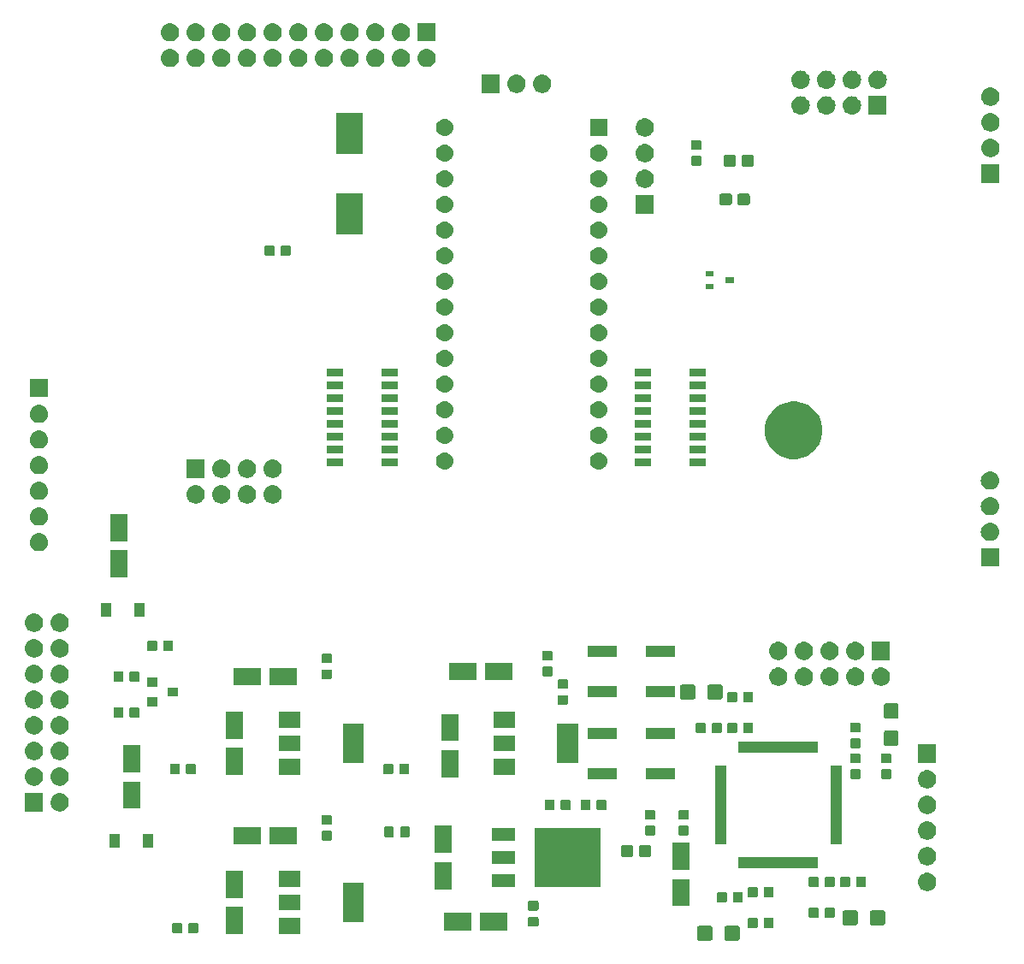
<source format=gts>
G04 #@! TF.GenerationSoftware,KiCad,Pcbnew,(5.0.1-3-g963ef8bb5)*
G04 #@! TF.CreationDate,2018-11-12T23:42:08-05:00*
G04 #@! TF.ProjectId,EuroSID,4575726F5349442E6B696361645F7063,rev?*
G04 #@! TF.SameCoordinates,Original*
G04 #@! TF.FileFunction,Soldermask,Top*
G04 #@! TF.FilePolarity,Negative*
%FSLAX46Y46*%
G04 Gerber Fmt 4.6, Leading zero omitted, Abs format (unit mm)*
G04 Created by KiCad (PCBNEW (5.0.1-3-g963ef8bb5)) date Monday, November 12, 2018 at 11:42:08 PM*
%MOMM*%
%LPD*%
G01*
G04 APERTURE LIST*
%ADD10C,0.100000*%
G04 APERTURE END LIST*
D10*
G36*
X115203797Y-138722247D02*
X115239367Y-138733037D01*
X115272139Y-138750554D01*
X115300869Y-138774131D01*
X115324446Y-138802861D01*
X115341963Y-138835633D01*
X115352753Y-138871203D01*
X115357000Y-138914324D01*
X115357000Y-139973676D01*
X115352753Y-140016797D01*
X115341963Y-140052367D01*
X115324446Y-140085139D01*
X115300869Y-140113869D01*
X115272139Y-140137446D01*
X115239367Y-140154963D01*
X115203797Y-140165753D01*
X115160676Y-140170000D01*
X114051324Y-140170000D01*
X114008203Y-140165753D01*
X113972633Y-140154963D01*
X113939861Y-140137446D01*
X113911131Y-140113869D01*
X113887554Y-140085139D01*
X113870037Y-140052367D01*
X113859247Y-140016797D01*
X113855000Y-139973676D01*
X113855000Y-138914324D01*
X113859247Y-138871203D01*
X113870037Y-138835633D01*
X113887554Y-138802861D01*
X113911131Y-138774131D01*
X113939861Y-138750554D01*
X113972633Y-138733037D01*
X114008203Y-138722247D01*
X114051324Y-138718000D01*
X115160676Y-138718000D01*
X115203797Y-138722247D01*
X115203797Y-138722247D01*
G37*
G36*
X112503797Y-138722247D02*
X112539367Y-138733037D01*
X112572139Y-138750554D01*
X112600869Y-138774131D01*
X112624446Y-138802861D01*
X112641963Y-138835633D01*
X112652753Y-138871203D01*
X112657000Y-138914324D01*
X112657000Y-139973676D01*
X112652753Y-140016797D01*
X112641963Y-140052367D01*
X112624446Y-140085139D01*
X112600869Y-140113869D01*
X112572139Y-140137446D01*
X112539367Y-140154963D01*
X112503797Y-140165753D01*
X112460676Y-140170000D01*
X111351324Y-140170000D01*
X111308203Y-140165753D01*
X111272633Y-140154963D01*
X111239861Y-140137446D01*
X111211131Y-140113869D01*
X111187554Y-140085139D01*
X111170037Y-140052367D01*
X111159247Y-140016797D01*
X111155000Y-139973676D01*
X111155000Y-138914324D01*
X111159247Y-138871203D01*
X111170037Y-138835633D01*
X111187554Y-138802861D01*
X111211131Y-138774131D01*
X111239861Y-138750554D01*
X111272633Y-138733037D01*
X111308203Y-138722247D01*
X111351324Y-138718000D01*
X112460676Y-138718000D01*
X112503797Y-138722247D01*
X112503797Y-138722247D01*
G37*
G36*
X66181000Y-139547000D02*
X64479000Y-139547000D01*
X64479000Y-136845000D01*
X66181000Y-136845000D01*
X66181000Y-139547000D01*
X66181000Y-139547000D01*
G37*
G36*
X71867000Y-139497000D02*
X69765000Y-139497000D01*
X69765000Y-137895000D01*
X71867000Y-137895000D01*
X71867000Y-139497000D01*
X71867000Y-139497000D01*
G37*
G36*
X60033091Y-138414085D02*
X60067069Y-138424393D01*
X60098387Y-138441133D01*
X60125839Y-138463661D01*
X60148367Y-138491113D01*
X60165107Y-138522431D01*
X60175415Y-138556409D01*
X60179500Y-138597890D01*
X60179500Y-139274110D01*
X60175415Y-139315591D01*
X60165107Y-139349569D01*
X60148367Y-139380887D01*
X60125839Y-139408339D01*
X60098387Y-139430867D01*
X60067069Y-139447607D01*
X60033091Y-139457915D01*
X59991610Y-139462000D01*
X59390390Y-139462000D01*
X59348909Y-139457915D01*
X59314931Y-139447607D01*
X59283613Y-139430867D01*
X59256161Y-139408339D01*
X59233633Y-139380887D01*
X59216893Y-139349569D01*
X59206585Y-139315591D01*
X59202500Y-139274110D01*
X59202500Y-138597890D01*
X59206585Y-138556409D01*
X59216893Y-138522431D01*
X59233633Y-138491113D01*
X59256161Y-138463661D01*
X59283613Y-138441133D01*
X59314931Y-138424393D01*
X59348909Y-138414085D01*
X59390390Y-138410000D01*
X59991610Y-138410000D01*
X60033091Y-138414085D01*
X60033091Y-138414085D01*
G37*
G36*
X61608091Y-138414085D02*
X61642069Y-138424393D01*
X61673387Y-138441133D01*
X61700839Y-138463661D01*
X61723367Y-138491113D01*
X61740107Y-138522431D01*
X61750415Y-138556409D01*
X61754500Y-138597890D01*
X61754500Y-139274110D01*
X61750415Y-139315591D01*
X61740107Y-139349569D01*
X61723367Y-139380887D01*
X61700839Y-139408339D01*
X61673387Y-139430867D01*
X61642069Y-139447607D01*
X61608091Y-139457915D01*
X61566610Y-139462000D01*
X60965390Y-139462000D01*
X60923909Y-139457915D01*
X60889931Y-139447607D01*
X60858613Y-139430867D01*
X60831161Y-139408339D01*
X60808633Y-139380887D01*
X60791893Y-139349569D01*
X60781585Y-139315591D01*
X60777500Y-139274110D01*
X60777500Y-138597890D01*
X60781585Y-138556409D01*
X60791893Y-138522431D01*
X60808633Y-138491113D01*
X60831161Y-138463661D01*
X60858613Y-138441133D01*
X60889931Y-138424393D01*
X60923909Y-138414085D01*
X60965390Y-138410000D01*
X61566610Y-138410000D01*
X61608091Y-138414085D01*
X61608091Y-138414085D01*
G37*
G36*
X88757000Y-139152000D02*
X86055000Y-139152000D01*
X86055000Y-137450000D01*
X88757000Y-137450000D01*
X88757000Y-139152000D01*
X88757000Y-139152000D01*
G37*
G36*
X92357000Y-139152000D02*
X89655000Y-139152000D01*
X89655000Y-137450000D01*
X92357000Y-137450000D01*
X92357000Y-139152000D01*
X92357000Y-139152000D01*
G37*
G36*
X118555091Y-137906085D02*
X118589069Y-137916393D01*
X118620387Y-137933133D01*
X118647839Y-137955661D01*
X118670367Y-137983113D01*
X118687107Y-138014431D01*
X118697415Y-138048409D01*
X118701500Y-138089890D01*
X118701500Y-138766110D01*
X118697415Y-138807591D01*
X118687107Y-138841569D01*
X118670367Y-138872887D01*
X118647839Y-138900339D01*
X118620387Y-138922867D01*
X118589069Y-138939607D01*
X118555091Y-138949915D01*
X118513610Y-138954000D01*
X117912390Y-138954000D01*
X117870909Y-138949915D01*
X117836931Y-138939607D01*
X117805613Y-138922867D01*
X117778161Y-138900339D01*
X117755633Y-138872887D01*
X117738893Y-138841569D01*
X117728585Y-138807591D01*
X117724500Y-138766110D01*
X117724500Y-138089890D01*
X117728585Y-138048409D01*
X117738893Y-138014431D01*
X117755633Y-137983113D01*
X117778161Y-137955661D01*
X117805613Y-137933133D01*
X117836931Y-137916393D01*
X117870909Y-137906085D01*
X117912390Y-137902000D01*
X118513610Y-137902000D01*
X118555091Y-137906085D01*
X118555091Y-137906085D01*
G37*
G36*
X116980091Y-137906085D02*
X117014069Y-137916393D01*
X117045387Y-137933133D01*
X117072839Y-137955661D01*
X117095367Y-137983113D01*
X117112107Y-138014431D01*
X117122415Y-138048409D01*
X117126500Y-138089890D01*
X117126500Y-138766110D01*
X117122415Y-138807591D01*
X117112107Y-138841569D01*
X117095367Y-138872887D01*
X117072839Y-138900339D01*
X117045387Y-138922867D01*
X117014069Y-138939607D01*
X116980091Y-138949915D01*
X116938610Y-138954000D01*
X116337390Y-138954000D01*
X116295909Y-138949915D01*
X116261931Y-138939607D01*
X116230613Y-138922867D01*
X116203161Y-138900339D01*
X116180633Y-138872887D01*
X116163893Y-138841569D01*
X116153585Y-138807591D01*
X116149500Y-138766110D01*
X116149500Y-138089890D01*
X116153585Y-138048409D01*
X116163893Y-138014431D01*
X116180633Y-137983113D01*
X116203161Y-137955661D01*
X116230613Y-137933133D01*
X116261931Y-137916393D01*
X116295909Y-137906085D01*
X116337390Y-137902000D01*
X116938610Y-137902000D01*
X116980091Y-137906085D01*
X116980091Y-137906085D01*
G37*
G36*
X95300591Y-137816585D02*
X95334569Y-137826893D01*
X95365887Y-137843633D01*
X95393339Y-137866161D01*
X95415867Y-137893613D01*
X95432607Y-137924931D01*
X95442915Y-137958909D01*
X95447000Y-138000390D01*
X95447000Y-138601610D01*
X95442915Y-138643091D01*
X95432607Y-138677069D01*
X95415867Y-138708387D01*
X95393339Y-138735839D01*
X95365887Y-138758367D01*
X95334569Y-138775107D01*
X95300591Y-138785415D01*
X95259110Y-138789500D01*
X94582890Y-138789500D01*
X94541409Y-138785415D01*
X94507431Y-138775107D01*
X94476113Y-138758367D01*
X94448661Y-138735839D01*
X94426133Y-138708387D01*
X94409393Y-138677069D01*
X94399085Y-138643091D01*
X94395000Y-138601610D01*
X94395000Y-138000390D01*
X94399085Y-137958909D01*
X94409393Y-137924931D01*
X94426133Y-137893613D01*
X94448661Y-137866161D01*
X94476113Y-137843633D01*
X94507431Y-137826893D01*
X94541409Y-137816585D01*
X94582890Y-137812500D01*
X95259110Y-137812500D01*
X95300591Y-137816585D01*
X95300591Y-137816585D01*
G37*
G36*
X126887797Y-137198247D02*
X126923367Y-137209037D01*
X126956139Y-137226554D01*
X126984869Y-137250131D01*
X127008446Y-137278861D01*
X127025963Y-137311633D01*
X127036753Y-137347203D01*
X127041000Y-137390324D01*
X127041000Y-138449676D01*
X127036753Y-138492797D01*
X127025963Y-138528367D01*
X127008446Y-138561139D01*
X126984869Y-138589869D01*
X126956139Y-138613446D01*
X126923367Y-138630963D01*
X126887797Y-138641753D01*
X126844676Y-138646000D01*
X125735324Y-138646000D01*
X125692203Y-138641753D01*
X125656633Y-138630963D01*
X125623861Y-138613446D01*
X125595131Y-138589869D01*
X125571554Y-138561139D01*
X125554037Y-138528367D01*
X125543247Y-138492797D01*
X125539000Y-138449676D01*
X125539000Y-137390324D01*
X125543247Y-137347203D01*
X125554037Y-137311633D01*
X125571554Y-137278861D01*
X125595131Y-137250131D01*
X125623861Y-137226554D01*
X125656633Y-137209037D01*
X125692203Y-137198247D01*
X125735324Y-137194000D01*
X126844676Y-137194000D01*
X126887797Y-137198247D01*
X126887797Y-137198247D01*
G37*
G36*
X129587797Y-137198247D02*
X129623367Y-137209037D01*
X129656139Y-137226554D01*
X129684869Y-137250131D01*
X129708446Y-137278861D01*
X129725963Y-137311633D01*
X129736753Y-137347203D01*
X129741000Y-137390324D01*
X129741000Y-138449676D01*
X129736753Y-138492797D01*
X129725963Y-138528367D01*
X129708446Y-138561139D01*
X129684869Y-138589869D01*
X129656139Y-138613446D01*
X129623367Y-138630963D01*
X129587797Y-138641753D01*
X129544676Y-138646000D01*
X128435324Y-138646000D01*
X128392203Y-138641753D01*
X128356633Y-138630963D01*
X128323861Y-138613446D01*
X128295131Y-138589869D01*
X128271554Y-138561139D01*
X128254037Y-138528367D01*
X128243247Y-138492797D01*
X128239000Y-138449676D01*
X128239000Y-137390324D01*
X128243247Y-137347203D01*
X128254037Y-137311633D01*
X128271554Y-137278861D01*
X128295131Y-137250131D01*
X128323861Y-137226554D01*
X128356633Y-137209037D01*
X128392203Y-137198247D01*
X128435324Y-137194000D01*
X129544676Y-137194000D01*
X129587797Y-137198247D01*
X129587797Y-137198247D01*
G37*
G36*
X78167000Y-138347000D02*
X76065000Y-138347000D01*
X76065000Y-134445000D01*
X78167000Y-134445000D01*
X78167000Y-138347000D01*
X78167000Y-138347000D01*
G37*
G36*
X124600091Y-136890085D02*
X124634069Y-136900393D01*
X124665387Y-136917133D01*
X124692839Y-136939661D01*
X124715367Y-136967113D01*
X124732107Y-136998431D01*
X124742415Y-137032409D01*
X124746500Y-137073890D01*
X124746500Y-137750110D01*
X124742415Y-137791591D01*
X124732107Y-137825569D01*
X124715367Y-137856887D01*
X124692839Y-137884339D01*
X124665387Y-137906867D01*
X124634069Y-137923607D01*
X124600091Y-137933915D01*
X124558610Y-137938000D01*
X123957390Y-137938000D01*
X123915909Y-137933915D01*
X123881931Y-137923607D01*
X123850613Y-137906867D01*
X123823161Y-137884339D01*
X123800633Y-137856887D01*
X123783893Y-137825569D01*
X123773585Y-137791591D01*
X123769500Y-137750110D01*
X123769500Y-137073890D01*
X123773585Y-137032409D01*
X123783893Y-136998431D01*
X123800633Y-136967113D01*
X123823161Y-136939661D01*
X123850613Y-136917133D01*
X123881931Y-136900393D01*
X123915909Y-136890085D01*
X123957390Y-136886000D01*
X124558610Y-136886000D01*
X124600091Y-136890085D01*
X124600091Y-136890085D01*
G37*
G36*
X123025091Y-136890085D02*
X123059069Y-136900393D01*
X123090387Y-136917133D01*
X123117839Y-136939661D01*
X123140367Y-136967113D01*
X123157107Y-136998431D01*
X123167415Y-137032409D01*
X123171500Y-137073890D01*
X123171500Y-137750110D01*
X123167415Y-137791591D01*
X123157107Y-137825569D01*
X123140367Y-137856887D01*
X123117839Y-137884339D01*
X123090387Y-137906867D01*
X123059069Y-137923607D01*
X123025091Y-137933915D01*
X122983610Y-137938000D01*
X122382390Y-137938000D01*
X122340909Y-137933915D01*
X122306931Y-137923607D01*
X122275613Y-137906867D01*
X122248161Y-137884339D01*
X122225633Y-137856887D01*
X122208893Y-137825569D01*
X122198585Y-137791591D01*
X122194500Y-137750110D01*
X122194500Y-137073890D01*
X122198585Y-137032409D01*
X122208893Y-136998431D01*
X122225633Y-136967113D01*
X122248161Y-136939661D01*
X122275613Y-136917133D01*
X122306931Y-136900393D01*
X122340909Y-136890085D01*
X122382390Y-136886000D01*
X122983610Y-136886000D01*
X123025091Y-136890085D01*
X123025091Y-136890085D01*
G37*
G36*
X95300591Y-136241585D02*
X95334569Y-136251893D01*
X95365887Y-136268633D01*
X95393339Y-136291161D01*
X95415867Y-136318613D01*
X95432607Y-136349931D01*
X95442915Y-136383909D01*
X95447000Y-136425390D01*
X95447000Y-137026610D01*
X95442915Y-137068091D01*
X95432607Y-137102069D01*
X95415867Y-137133387D01*
X95393339Y-137160839D01*
X95365887Y-137183367D01*
X95334569Y-137200107D01*
X95300591Y-137210415D01*
X95259110Y-137214500D01*
X94582890Y-137214500D01*
X94541409Y-137210415D01*
X94507431Y-137200107D01*
X94476113Y-137183367D01*
X94448661Y-137160839D01*
X94426133Y-137133387D01*
X94409393Y-137102069D01*
X94399085Y-137068091D01*
X94395000Y-137026610D01*
X94395000Y-136425390D01*
X94399085Y-136383909D01*
X94409393Y-136349931D01*
X94426133Y-136318613D01*
X94448661Y-136291161D01*
X94476113Y-136268633D01*
X94507431Y-136251893D01*
X94541409Y-136241585D01*
X94582890Y-136237500D01*
X95259110Y-136237500D01*
X95300591Y-136241585D01*
X95300591Y-136241585D01*
G37*
G36*
X71867000Y-137197000D02*
X69765000Y-137197000D01*
X69765000Y-135595000D01*
X71867000Y-135595000D01*
X71867000Y-137197000D01*
X71867000Y-137197000D01*
G37*
G36*
X110377000Y-136775000D02*
X108675000Y-136775000D01*
X108675000Y-134073000D01*
X110377000Y-134073000D01*
X110377000Y-136775000D01*
X110377000Y-136775000D01*
G37*
G36*
X115507091Y-135366085D02*
X115541069Y-135376393D01*
X115572387Y-135393133D01*
X115599839Y-135415661D01*
X115622367Y-135443113D01*
X115639107Y-135474431D01*
X115649415Y-135508409D01*
X115653500Y-135549890D01*
X115653500Y-136226110D01*
X115649415Y-136267591D01*
X115639107Y-136301569D01*
X115622367Y-136332887D01*
X115599839Y-136360339D01*
X115572387Y-136382867D01*
X115541069Y-136399607D01*
X115507091Y-136409915D01*
X115465610Y-136414000D01*
X114864390Y-136414000D01*
X114822909Y-136409915D01*
X114788931Y-136399607D01*
X114757613Y-136382867D01*
X114730161Y-136360339D01*
X114707633Y-136332887D01*
X114690893Y-136301569D01*
X114680585Y-136267591D01*
X114676500Y-136226110D01*
X114676500Y-135549890D01*
X114680585Y-135508409D01*
X114690893Y-135474431D01*
X114707633Y-135443113D01*
X114730161Y-135415661D01*
X114757613Y-135393133D01*
X114788931Y-135376393D01*
X114822909Y-135366085D01*
X114864390Y-135362000D01*
X115465610Y-135362000D01*
X115507091Y-135366085D01*
X115507091Y-135366085D01*
G37*
G36*
X113932091Y-135366085D02*
X113966069Y-135376393D01*
X113997387Y-135393133D01*
X114024839Y-135415661D01*
X114047367Y-135443113D01*
X114064107Y-135474431D01*
X114074415Y-135508409D01*
X114078500Y-135549890D01*
X114078500Y-136226110D01*
X114074415Y-136267591D01*
X114064107Y-136301569D01*
X114047367Y-136332887D01*
X114024839Y-136360339D01*
X113997387Y-136382867D01*
X113966069Y-136399607D01*
X113932091Y-136409915D01*
X113890610Y-136414000D01*
X113289390Y-136414000D01*
X113247909Y-136409915D01*
X113213931Y-136399607D01*
X113182613Y-136382867D01*
X113155161Y-136360339D01*
X113132633Y-136332887D01*
X113115893Y-136301569D01*
X113105585Y-136267591D01*
X113101500Y-136226110D01*
X113101500Y-135549890D01*
X113105585Y-135508409D01*
X113115893Y-135474431D01*
X113132633Y-135443113D01*
X113155161Y-135415661D01*
X113182613Y-135393133D01*
X113213931Y-135376393D01*
X113247909Y-135366085D01*
X113289390Y-135362000D01*
X113890610Y-135362000D01*
X113932091Y-135366085D01*
X113932091Y-135366085D01*
G37*
G36*
X66181000Y-135947000D02*
X64479000Y-135947000D01*
X64479000Y-133245000D01*
X66181000Y-133245000D01*
X66181000Y-135947000D01*
X66181000Y-135947000D01*
G37*
G36*
X118555091Y-134858085D02*
X118589069Y-134868393D01*
X118620387Y-134885133D01*
X118647839Y-134907661D01*
X118670367Y-134935113D01*
X118687107Y-134966431D01*
X118697415Y-135000409D01*
X118701500Y-135041890D01*
X118701500Y-135718110D01*
X118697415Y-135759591D01*
X118687107Y-135793569D01*
X118670367Y-135824887D01*
X118647839Y-135852339D01*
X118620387Y-135874867D01*
X118589069Y-135891607D01*
X118555091Y-135901915D01*
X118513610Y-135906000D01*
X117912390Y-135906000D01*
X117870909Y-135901915D01*
X117836931Y-135891607D01*
X117805613Y-135874867D01*
X117778161Y-135852339D01*
X117755633Y-135824887D01*
X117738893Y-135793569D01*
X117728585Y-135759591D01*
X117724500Y-135718110D01*
X117724500Y-135041890D01*
X117728585Y-135000409D01*
X117738893Y-134966431D01*
X117755633Y-134935113D01*
X117778161Y-134907661D01*
X117805613Y-134885133D01*
X117836931Y-134868393D01*
X117870909Y-134858085D01*
X117912390Y-134854000D01*
X118513610Y-134854000D01*
X118555091Y-134858085D01*
X118555091Y-134858085D01*
G37*
G36*
X116980091Y-134858085D02*
X117014069Y-134868393D01*
X117045387Y-134885133D01*
X117072839Y-134907661D01*
X117095367Y-134935113D01*
X117112107Y-134966431D01*
X117122415Y-135000409D01*
X117126500Y-135041890D01*
X117126500Y-135718110D01*
X117122415Y-135759591D01*
X117112107Y-135793569D01*
X117095367Y-135824887D01*
X117072839Y-135852339D01*
X117045387Y-135874867D01*
X117014069Y-135891607D01*
X116980091Y-135901915D01*
X116938610Y-135906000D01*
X116337390Y-135906000D01*
X116295909Y-135901915D01*
X116261931Y-135891607D01*
X116230613Y-135874867D01*
X116203161Y-135852339D01*
X116180633Y-135824887D01*
X116163893Y-135793569D01*
X116153585Y-135759591D01*
X116149500Y-135718110D01*
X116149500Y-135041890D01*
X116153585Y-135000409D01*
X116163893Y-134966431D01*
X116180633Y-134935113D01*
X116203161Y-134907661D01*
X116230613Y-134885133D01*
X116261931Y-134868393D01*
X116295909Y-134858085D01*
X116337390Y-134854000D01*
X116938610Y-134854000D01*
X116980091Y-134858085D01*
X116980091Y-134858085D01*
G37*
G36*
X134020442Y-133469518D02*
X134086627Y-133476037D01*
X134199853Y-133510384D01*
X134256467Y-133527557D01*
X134354579Y-133580000D01*
X134412991Y-133611222D01*
X134448729Y-133640552D01*
X134550186Y-133723814D01*
X134633448Y-133825271D01*
X134662778Y-133861009D01*
X134662779Y-133861011D01*
X134746443Y-134017533D01*
X134746443Y-134017534D01*
X134797963Y-134187373D01*
X134815359Y-134364000D01*
X134797963Y-134540627D01*
X134766074Y-134645750D01*
X134746443Y-134710467D01*
X134688718Y-134818461D01*
X134662778Y-134866991D01*
X134650460Y-134882000D01*
X134550186Y-135004186D01*
X134448729Y-135087448D01*
X134412991Y-135116778D01*
X134412989Y-135116779D01*
X134256467Y-135200443D01*
X134199853Y-135217616D01*
X134086627Y-135251963D01*
X134020442Y-135258482D01*
X133954260Y-135265000D01*
X133865740Y-135265000D01*
X133799558Y-135258482D01*
X133733373Y-135251963D01*
X133620147Y-135217616D01*
X133563533Y-135200443D01*
X133407011Y-135116779D01*
X133407009Y-135116778D01*
X133371271Y-135087448D01*
X133269814Y-135004186D01*
X133169540Y-134882000D01*
X133157222Y-134866991D01*
X133131282Y-134818461D01*
X133073557Y-134710467D01*
X133053926Y-134645750D01*
X133022037Y-134540627D01*
X133004641Y-134364000D01*
X133022037Y-134187373D01*
X133073557Y-134017534D01*
X133073557Y-134017533D01*
X133157221Y-133861011D01*
X133157222Y-133861009D01*
X133186552Y-133825271D01*
X133269814Y-133723814D01*
X133371271Y-133640552D01*
X133407009Y-133611222D01*
X133465421Y-133580000D01*
X133563533Y-133527557D01*
X133620147Y-133510384D01*
X133733373Y-133476037D01*
X133799558Y-133469518D01*
X133865740Y-133463000D01*
X133954260Y-133463000D01*
X134020442Y-133469518D01*
X134020442Y-133469518D01*
G37*
G36*
X86882000Y-135102000D02*
X85180000Y-135102000D01*
X85180000Y-132400000D01*
X86882000Y-132400000D01*
X86882000Y-135102000D01*
X86882000Y-135102000D01*
G37*
G36*
X101542000Y-134902000D02*
X95040000Y-134902000D01*
X95040000Y-129000000D01*
X101542000Y-129000000D01*
X101542000Y-134902000D01*
X101542000Y-134902000D01*
G37*
G36*
X71867000Y-134897000D02*
X69765000Y-134897000D01*
X69765000Y-133295000D01*
X71867000Y-133295000D01*
X71867000Y-134897000D01*
X71867000Y-134897000D01*
G37*
G36*
X127699091Y-133842085D02*
X127733069Y-133852393D01*
X127764387Y-133869133D01*
X127791839Y-133891661D01*
X127814367Y-133919113D01*
X127831107Y-133950431D01*
X127841415Y-133984409D01*
X127845500Y-134025890D01*
X127845500Y-134702110D01*
X127841415Y-134743591D01*
X127831107Y-134777569D01*
X127814367Y-134808887D01*
X127791839Y-134836339D01*
X127764387Y-134858867D01*
X127733069Y-134875607D01*
X127699091Y-134885915D01*
X127657610Y-134890000D01*
X127056390Y-134890000D01*
X127014909Y-134885915D01*
X126980931Y-134875607D01*
X126949613Y-134858867D01*
X126922161Y-134836339D01*
X126899633Y-134808887D01*
X126882893Y-134777569D01*
X126872585Y-134743591D01*
X126868500Y-134702110D01*
X126868500Y-134025890D01*
X126872585Y-133984409D01*
X126882893Y-133950431D01*
X126899633Y-133919113D01*
X126922161Y-133891661D01*
X126949613Y-133869133D01*
X126980931Y-133852393D01*
X127014909Y-133842085D01*
X127056390Y-133838000D01*
X127657610Y-133838000D01*
X127699091Y-133842085D01*
X127699091Y-133842085D01*
G37*
G36*
X126124091Y-133842085D02*
X126158069Y-133852393D01*
X126189387Y-133869133D01*
X126216839Y-133891661D01*
X126239367Y-133919113D01*
X126256107Y-133950431D01*
X126266415Y-133984409D01*
X126270500Y-134025890D01*
X126270500Y-134702110D01*
X126266415Y-134743591D01*
X126256107Y-134777569D01*
X126239367Y-134808887D01*
X126216839Y-134836339D01*
X126189387Y-134858867D01*
X126158069Y-134875607D01*
X126124091Y-134885915D01*
X126082610Y-134890000D01*
X125481390Y-134890000D01*
X125439909Y-134885915D01*
X125405931Y-134875607D01*
X125374613Y-134858867D01*
X125347161Y-134836339D01*
X125324633Y-134808887D01*
X125307893Y-134777569D01*
X125297585Y-134743591D01*
X125293500Y-134702110D01*
X125293500Y-134025890D01*
X125297585Y-133984409D01*
X125307893Y-133950431D01*
X125324633Y-133919113D01*
X125347161Y-133891661D01*
X125374613Y-133869133D01*
X125405931Y-133852393D01*
X125439909Y-133842085D01*
X125481390Y-133838000D01*
X126082610Y-133838000D01*
X126124091Y-133842085D01*
X126124091Y-133842085D01*
G37*
G36*
X124600091Y-133842085D02*
X124634069Y-133852393D01*
X124665387Y-133869133D01*
X124692839Y-133891661D01*
X124715367Y-133919113D01*
X124732107Y-133950431D01*
X124742415Y-133984409D01*
X124746500Y-134025890D01*
X124746500Y-134702110D01*
X124742415Y-134743591D01*
X124732107Y-134777569D01*
X124715367Y-134808887D01*
X124692839Y-134836339D01*
X124665387Y-134858867D01*
X124634069Y-134875607D01*
X124600091Y-134885915D01*
X124558610Y-134890000D01*
X123957390Y-134890000D01*
X123915909Y-134885915D01*
X123881931Y-134875607D01*
X123850613Y-134858867D01*
X123823161Y-134836339D01*
X123800633Y-134808887D01*
X123783893Y-134777569D01*
X123773585Y-134743591D01*
X123769500Y-134702110D01*
X123769500Y-134025890D01*
X123773585Y-133984409D01*
X123783893Y-133950431D01*
X123800633Y-133919113D01*
X123823161Y-133891661D01*
X123850613Y-133869133D01*
X123881931Y-133852393D01*
X123915909Y-133842085D01*
X123957390Y-133838000D01*
X124558610Y-133838000D01*
X124600091Y-133842085D01*
X124600091Y-133842085D01*
G37*
G36*
X123025091Y-133842085D02*
X123059069Y-133852393D01*
X123090387Y-133869133D01*
X123117839Y-133891661D01*
X123140367Y-133919113D01*
X123157107Y-133950431D01*
X123167415Y-133984409D01*
X123171500Y-134025890D01*
X123171500Y-134702110D01*
X123167415Y-134743591D01*
X123157107Y-134777569D01*
X123140367Y-134808887D01*
X123117839Y-134836339D01*
X123090387Y-134858867D01*
X123059069Y-134875607D01*
X123025091Y-134885915D01*
X122983610Y-134890000D01*
X122382390Y-134890000D01*
X122340909Y-134885915D01*
X122306931Y-134875607D01*
X122275613Y-134858867D01*
X122248161Y-134836339D01*
X122225633Y-134808887D01*
X122208893Y-134777569D01*
X122198585Y-134743591D01*
X122194500Y-134702110D01*
X122194500Y-134025890D01*
X122198585Y-133984409D01*
X122208893Y-133950431D01*
X122225633Y-133919113D01*
X122248161Y-133891661D01*
X122275613Y-133869133D01*
X122306931Y-133852393D01*
X122340909Y-133842085D01*
X122382390Y-133838000D01*
X122983610Y-133838000D01*
X123025091Y-133842085D01*
X123025091Y-133842085D01*
G37*
G36*
X93142000Y-134882000D02*
X90840000Y-134882000D01*
X90840000Y-133580000D01*
X93142000Y-133580000D01*
X93142000Y-134882000D01*
X93142000Y-134882000D01*
G37*
G36*
X110377000Y-133175000D02*
X108675000Y-133175000D01*
X108675000Y-130473000D01*
X110377000Y-130473000D01*
X110377000Y-133175000D01*
X110377000Y-133175000D01*
G37*
G36*
X123104000Y-132995000D02*
X115252000Y-132995000D01*
X115252000Y-131893000D01*
X123104000Y-131893000D01*
X123104000Y-132995000D01*
X123104000Y-132995000D01*
G37*
G36*
X134020442Y-130929518D02*
X134086627Y-130936037D01*
X134168177Y-130960775D01*
X134256467Y-130987557D01*
X134395087Y-131061652D01*
X134412991Y-131071222D01*
X134448729Y-131100552D01*
X134550186Y-131183814D01*
X134633448Y-131285271D01*
X134662778Y-131321009D01*
X134662779Y-131321011D01*
X134746443Y-131477533D01*
X134746443Y-131477534D01*
X134797963Y-131647373D01*
X134815359Y-131824000D01*
X134797963Y-132000627D01*
X134763616Y-132113853D01*
X134746443Y-132170467D01*
X134672348Y-132309087D01*
X134662778Y-132326991D01*
X134633448Y-132362729D01*
X134550186Y-132464186D01*
X134448729Y-132547448D01*
X134412991Y-132576778D01*
X134412989Y-132576779D01*
X134256467Y-132660443D01*
X134199853Y-132677616D01*
X134086627Y-132711963D01*
X134020442Y-132718482D01*
X133954260Y-132725000D01*
X133865740Y-132725000D01*
X133799558Y-132718482D01*
X133733373Y-132711963D01*
X133620147Y-132677616D01*
X133563533Y-132660443D01*
X133407011Y-132576779D01*
X133407009Y-132576778D01*
X133371271Y-132547448D01*
X133269814Y-132464186D01*
X133186552Y-132362729D01*
X133157222Y-132326991D01*
X133147652Y-132309087D01*
X133073557Y-132170467D01*
X133056384Y-132113853D01*
X133022037Y-132000627D01*
X133004641Y-131824000D01*
X133022037Y-131647373D01*
X133073557Y-131477534D01*
X133073557Y-131477533D01*
X133157221Y-131321011D01*
X133157222Y-131321009D01*
X133186552Y-131285271D01*
X133269814Y-131183814D01*
X133371271Y-131100552D01*
X133407009Y-131071222D01*
X133424913Y-131061652D01*
X133563533Y-130987557D01*
X133651823Y-130960775D01*
X133733373Y-130936037D01*
X133799558Y-130929518D01*
X133865740Y-130923000D01*
X133954260Y-130923000D01*
X134020442Y-130929518D01*
X134020442Y-130929518D01*
G37*
G36*
X93142000Y-132602000D02*
X90840000Y-132602000D01*
X90840000Y-131300000D01*
X93142000Y-131300000D01*
X93142000Y-132602000D01*
X93142000Y-132602000D01*
G37*
G36*
X104640311Y-130744605D02*
X104679367Y-130756453D01*
X104715363Y-130775693D01*
X104746914Y-130801586D01*
X104772807Y-130833137D01*
X104792047Y-130869133D01*
X104803895Y-130908189D01*
X104808500Y-130954949D01*
X104808500Y-131677051D01*
X104803895Y-131723811D01*
X104792047Y-131762867D01*
X104772807Y-131798863D01*
X104746914Y-131830414D01*
X104715363Y-131856307D01*
X104679367Y-131875547D01*
X104640311Y-131887395D01*
X104593551Y-131892000D01*
X103796449Y-131892000D01*
X103749689Y-131887395D01*
X103710633Y-131875547D01*
X103674637Y-131856307D01*
X103643086Y-131830414D01*
X103617193Y-131798863D01*
X103597953Y-131762867D01*
X103586105Y-131723811D01*
X103581500Y-131677051D01*
X103581500Y-130954949D01*
X103586105Y-130908189D01*
X103597953Y-130869133D01*
X103617193Y-130833137D01*
X103643086Y-130801586D01*
X103674637Y-130775693D01*
X103710633Y-130756453D01*
X103749689Y-130744605D01*
X103796449Y-130740000D01*
X104593551Y-130740000D01*
X104640311Y-130744605D01*
X104640311Y-130744605D01*
G37*
G36*
X106415311Y-130744605D02*
X106454367Y-130756453D01*
X106490363Y-130775693D01*
X106521914Y-130801586D01*
X106547807Y-130833137D01*
X106567047Y-130869133D01*
X106578895Y-130908189D01*
X106583500Y-130954949D01*
X106583500Y-131677051D01*
X106578895Y-131723811D01*
X106567047Y-131762867D01*
X106547807Y-131798863D01*
X106521914Y-131830414D01*
X106490363Y-131856307D01*
X106454367Y-131875547D01*
X106415311Y-131887395D01*
X106368551Y-131892000D01*
X105571449Y-131892000D01*
X105524689Y-131887395D01*
X105485633Y-131875547D01*
X105449637Y-131856307D01*
X105418086Y-131830414D01*
X105392193Y-131798863D01*
X105372953Y-131762867D01*
X105361105Y-131723811D01*
X105356500Y-131677051D01*
X105356500Y-130954949D01*
X105361105Y-130908189D01*
X105372953Y-130869133D01*
X105392193Y-130833137D01*
X105418086Y-130801586D01*
X105449637Y-130775693D01*
X105485633Y-130756453D01*
X105524689Y-130744605D01*
X105571449Y-130740000D01*
X106368551Y-130740000D01*
X106415311Y-130744605D01*
X106415311Y-130744605D01*
G37*
G36*
X86882000Y-131502000D02*
X85180000Y-131502000D01*
X85180000Y-128800000D01*
X86882000Y-128800000D01*
X86882000Y-131502000D01*
X86882000Y-131502000D01*
G37*
G36*
X57321000Y-130951000D02*
X56319000Y-130951000D01*
X56319000Y-129649000D01*
X57321000Y-129649000D01*
X57321000Y-130951000D01*
X57321000Y-130951000D01*
G37*
G36*
X54021000Y-130951000D02*
X53019000Y-130951000D01*
X53019000Y-129649000D01*
X54021000Y-129649000D01*
X54021000Y-130951000D01*
X54021000Y-130951000D01*
G37*
G36*
X114029000Y-130670000D02*
X112927000Y-130670000D01*
X112927000Y-122818000D01*
X114029000Y-122818000D01*
X114029000Y-130670000D01*
X114029000Y-130670000D01*
G37*
G36*
X125429000Y-130670000D02*
X124327000Y-130670000D01*
X124327000Y-122818000D01*
X125429000Y-122818000D01*
X125429000Y-130670000D01*
X125429000Y-130670000D01*
G37*
G36*
X67929000Y-130643000D02*
X65227000Y-130643000D01*
X65227000Y-128941000D01*
X67929000Y-128941000D01*
X67929000Y-130643000D01*
X67929000Y-130643000D01*
G37*
G36*
X71529000Y-130643000D02*
X68827000Y-130643000D01*
X68827000Y-128941000D01*
X71529000Y-128941000D01*
X71529000Y-130643000D01*
X71529000Y-130643000D01*
G37*
G36*
X93142000Y-130322000D02*
X90840000Y-130322000D01*
X90840000Y-129020000D01*
X93142000Y-129020000D01*
X93142000Y-130322000D01*
X93142000Y-130322000D01*
G37*
G36*
X74853591Y-129307585D02*
X74887569Y-129317893D01*
X74918887Y-129334633D01*
X74946339Y-129357161D01*
X74968867Y-129384613D01*
X74985607Y-129415931D01*
X74995915Y-129449909D01*
X75000000Y-129491390D01*
X75000000Y-130092610D01*
X74995915Y-130134091D01*
X74985607Y-130168069D01*
X74968867Y-130199387D01*
X74946339Y-130226839D01*
X74918887Y-130249367D01*
X74887569Y-130266107D01*
X74853591Y-130276415D01*
X74812110Y-130280500D01*
X74135890Y-130280500D01*
X74094409Y-130276415D01*
X74060431Y-130266107D01*
X74029113Y-130249367D01*
X74001661Y-130226839D01*
X73979133Y-130199387D01*
X73962393Y-130168069D01*
X73952085Y-130134091D01*
X73948000Y-130092610D01*
X73948000Y-129491390D01*
X73952085Y-129449909D01*
X73962393Y-129415931D01*
X73979133Y-129384613D01*
X74001661Y-129357161D01*
X74029113Y-129334633D01*
X74060431Y-129317893D01*
X74094409Y-129307585D01*
X74135890Y-129303500D01*
X74812110Y-129303500D01*
X74853591Y-129307585D01*
X74853591Y-129307585D01*
G37*
G36*
X134020443Y-128389519D02*
X134086627Y-128396037D01*
X134199853Y-128430384D01*
X134256467Y-128447557D01*
X134282084Y-128461250D01*
X134412991Y-128531222D01*
X134441623Y-128554720D01*
X134550186Y-128643814D01*
X134633448Y-128745271D01*
X134662778Y-128781009D01*
X134662779Y-128781011D01*
X134746443Y-128937533D01*
X134747770Y-128941909D01*
X134797963Y-129107373D01*
X134815359Y-129284000D01*
X134797963Y-129460627D01*
X134763616Y-129573853D01*
X134746443Y-129630467D01*
X134687681Y-129740401D01*
X134662778Y-129786991D01*
X134637329Y-129818000D01*
X134550186Y-129924186D01*
X134448729Y-130007448D01*
X134412991Y-130036778D01*
X134412989Y-130036779D01*
X134256467Y-130120443D01*
X134199853Y-130137616D01*
X134086627Y-130171963D01*
X134020443Y-130178481D01*
X133954260Y-130185000D01*
X133865740Y-130185000D01*
X133799557Y-130178481D01*
X133733373Y-130171963D01*
X133620147Y-130137616D01*
X133563533Y-130120443D01*
X133407011Y-130036779D01*
X133407009Y-130036778D01*
X133371271Y-130007448D01*
X133269814Y-129924186D01*
X133182671Y-129818000D01*
X133157222Y-129786991D01*
X133132319Y-129740401D01*
X133073557Y-129630467D01*
X133056384Y-129573853D01*
X133022037Y-129460627D01*
X133004641Y-129284000D01*
X133022037Y-129107373D01*
X133072230Y-128941909D01*
X133073557Y-128937533D01*
X133157221Y-128781011D01*
X133157222Y-128781009D01*
X133186552Y-128745271D01*
X133269814Y-128643814D01*
X133378377Y-128554720D01*
X133407009Y-128531222D01*
X133537916Y-128461250D01*
X133563533Y-128447557D01*
X133620147Y-128430384D01*
X133733373Y-128396037D01*
X133799557Y-128389519D01*
X133865740Y-128383000D01*
X133954260Y-128383000D01*
X134020443Y-128389519D01*
X134020443Y-128389519D01*
G37*
G36*
X82563091Y-128889085D02*
X82597069Y-128899393D01*
X82628387Y-128916133D01*
X82655839Y-128938661D01*
X82678367Y-128966113D01*
X82695107Y-128997431D01*
X82705415Y-129031409D01*
X82709500Y-129072890D01*
X82709500Y-129749110D01*
X82705415Y-129790591D01*
X82695107Y-129824569D01*
X82678367Y-129855887D01*
X82655839Y-129883339D01*
X82628387Y-129905867D01*
X82597069Y-129922607D01*
X82563091Y-129932915D01*
X82521610Y-129937000D01*
X81920390Y-129937000D01*
X81878909Y-129932915D01*
X81844931Y-129922607D01*
X81813613Y-129905867D01*
X81786161Y-129883339D01*
X81763633Y-129855887D01*
X81746893Y-129824569D01*
X81736585Y-129790591D01*
X81732500Y-129749110D01*
X81732500Y-129072890D01*
X81736585Y-129031409D01*
X81746893Y-128997431D01*
X81763633Y-128966113D01*
X81786161Y-128938661D01*
X81813613Y-128916133D01*
X81844931Y-128899393D01*
X81878909Y-128889085D01*
X81920390Y-128885000D01*
X82521610Y-128885000D01*
X82563091Y-128889085D01*
X82563091Y-128889085D01*
G37*
G36*
X80988091Y-128889085D02*
X81022069Y-128899393D01*
X81053387Y-128916133D01*
X81080839Y-128938661D01*
X81103367Y-128966113D01*
X81120107Y-128997431D01*
X81130415Y-129031409D01*
X81134500Y-129072890D01*
X81134500Y-129749110D01*
X81130415Y-129790591D01*
X81120107Y-129824569D01*
X81103367Y-129855887D01*
X81080839Y-129883339D01*
X81053387Y-129905867D01*
X81022069Y-129922607D01*
X80988091Y-129932915D01*
X80946610Y-129937000D01*
X80345390Y-129937000D01*
X80303909Y-129932915D01*
X80269931Y-129922607D01*
X80238613Y-129905867D01*
X80211161Y-129883339D01*
X80188633Y-129855887D01*
X80171893Y-129824569D01*
X80161585Y-129790591D01*
X80157500Y-129749110D01*
X80157500Y-129072890D01*
X80161585Y-129031409D01*
X80171893Y-128997431D01*
X80188633Y-128966113D01*
X80211161Y-128938661D01*
X80238613Y-128916133D01*
X80269931Y-128899393D01*
X80303909Y-128889085D01*
X80345390Y-128885000D01*
X80946610Y-128885000D01*
X80988091Y-128889085D01*
X80988091Y-128889085D01*
G37*
G36*
X110185091Y-128799585D02*
X110219069Y-128809893D01*
X110250387Y-128826633D01*
X110277839Y-128849161D01*
X110300367Y-128876613D01*
X110317107Y-128907931D01*
X110327415Y-128941909D01*
X110331500Y-128983390D01*
X110331500Y-129584610D01*
X110327415Y-129626091D01*
X110317107Y-129660069D01*
X110300367Y-129691387D01*
X110277839Y-129718839D01*
X110250387Y-129741367D01*
X110219069Y-129758107D01*
X110185091Y-129768415D01*
X110143610Y-129772500D01*
X109467390Y-129772500D01*
X109425909Y-129768415D01*
X109391931Y-129758107D01*
X109360613Y-129741367D01*
X109333161Y-129718839D01*
X109310633Y-129691387D01*
X109293893Y-129660069D01*
X109283585Y-129626091D01*
X109279500Y-129584610D01*
X109279500Y-128983390D01*
X109283585Y-128941909D01*
X109293893Y-128907931D01*
X109310633Y-128876613D01*
X109333161Y-128849161D01*
X109360613Y-128826633D01*
X109391931Y-128809893D01*
X109425909Y-128799585D01*
X109467390Y-128795500D01*
X110143610Y-128795500D01*
X110185091Y-128799585D01*
X110185091Y-128799585D01*
G37*
G36*
X106857591Y-128799585D02*
X106891569Y-128809893D01*
X106922887Y-128826633D01*
X106950339Y-128849161D01*
X106972867Y-128876613D01*
X106989607Y-128907931D01*
X106999915Y-128941909D01*
X107004000Y-128983390D01*
X107004000Y-129584610D01*
X106999915Y-129626091D01*
X106989607Y-129660069D01*
X106972867Y-129691387D01*
X106950339Y-129718839D01*
X106922887Y-129741367D01*
X106891569Y-129758107D01*
X106857591Y-129768415D01*
X106816110Y-129772500D01*
X106139890Y-129772500D01*
X106098409Y-129768415D01*
X106064431Y-129758107D01*
X106033113Y-129741367D01*
X106005661Y-129718839D01*
X105983133Y-129691387D01*
X105966393Y-129660069D01*
X105956085Y-129626091D01*
X105952000Y-129584610D01*
X105952000Y-128983390D01*
X105956085Y-128941909D01*
X105966393Y-128907931D01*
X105983133Y-128876613D01*
X106005661Y-128849161D01*
X106033113Y-128826633D01*
X106064431Y-128809893D01*
X106098409Y-128799585D01*
X106139890Y-128795500D01*
X106816110Y-128795500D01*
X106857591Y-128799585D01*
X106857591Y-128799585D01*
G37*
G36*
X74853591Y-127732585D02*
X74887569Y-127742893D01*
X74918887Y-127759633D01*
X74946339Y-127782161D01*
X74968867Y-127809613D01*
X74985607Y-127840931D01*
X74995915Y-127874909D01*
X75000000Y-127916390D01*
X75000000Y-128517610D01*
X74995915Y-128559091D01*
X74985607Y-128593069D01*
X74968867Y-128624387D01*
X74946339Y-128651839D01*
X74918887Y-128674367D01*
X74887569Y-128691107D01*
X74853591Y-128701415D01*
X74812110Y-128705500D01*
X74135890Y-128705500D01*
X74094409Y-128701415D01*
X74060431Y-128691107D01*
X74029113Y-128674367D01*
X74001661Y-128651839D01*
X73979133Y-128624387D01*
X73962393Y-128593069D01*
X73952085Y-128559091D01*
X73948000Y-128517610D01*
X73948000Y-127916390D01*
X73952085Y-127874909D01*
X73962393Y-127840931D01*
X73979133Y-127809613D01*
X74001661Y-127782161D01*
X74029113Y-127759633D01*
X74060431Y-127742893D01*
X74094409Y-127732585D01*
X74135890Y-127728500D01*
X74812110Y-127728500D01*
X74853591Y-127732585D01*
X74853591Y-127732585D01*
G37*
G36*
X106857591Y-127224585D02*
X106891569Y-127234893D01*
X106922887Y-127251633D01*
X106950339Y-127274161D01*
X106972867Y-127301613D01*
X106989607Y-127332931D01*
X106999915Y-127366909D01*
X107004000Y-127408390D01*
X107004000Y-128009610D01*
X106999915Y-128051091D01*
X106989607Y-128085069D01*
X106972867Y-128116387D01*
X106950339Y-128143839D01*
X106922887Y-128166367D01*
X106891569Y-128183107D01*
X106857591Y-128193415D01*
X106816110Y-128197500D01*
X106139890Y-128197500D01*
X106098409Y-128193415D01*
X106064431Y-128183107D01*
X106033113Y-128166367D01*
X106005661Y-128143839D01*
X105983133Y-128116387D01*
X105966393Y-128085069D01*
X105956085Y-128051091D01*
X105952000Y-128009610D01*
X105952000Y-127408390D01*
X105956085Y-127366909D01*
X105966393Y-127332931D01*
X105983133Y-127301613D01*
X106005661Y-127274161D01*
X106033113Y-127251633D01*
X106064431Y-127234893D01*
X106098409Y-127224585D01*
X106139890Y-127220500D01*
X106816110Y-127220500D01*
X106857591Y-127224585D01*
X106857591Y-127224585D01*
G37*
G36*
X110185091Y-127224585D02*
X110219069Y-127234893D01*
X110250387Y-127251633D01*
X110277839Y-127274161D01*
X110300367Y-127301613D01*
X110317107Y-127332931D01*
X110327415Y-127366909D01*
X110331500Y-127408390D01*
X110331500Y-128009610D01*
X110327415Y-128051091D01*
X110317107Y-128085069D01*
X110300367Y-128116387D01*
X110277839Y-128143839D01*
X110250387Y-128166367D01*
X110219069Y-128183107D01*
X110185091Y-128193415D01*
X110143610Y-128197500D01*
X109467390Y-128197500D01*
X109425909Y-128193415D01*
X109391931Y-128183107D01*
X109360613Y-128166367D01*
X109333161Y-128143839D01*
X109310633Y-128116387D01*
X109293893Y-128085069D01*
X109283585Y-128051091D01*
X109279500Y-128009610D01*
X109279500Y-127408390D01*
X109283585Y-127366909D01*
X109293893Y-127332931D01*
X109310633Y-127301613D01*
X109333161Y-127274161D01*
X109360613Y-127251633D01*
X109391931Y-127234893D01*
X109425909Y-127224585D01*
X109467390Y-127220500D01*
X110143610Y-127220500D01*
X110185091Y-127224585D01*
X110185091Y-127224585D01*
G37*
G36*
X134020443Y-125849519D02*
X134086627Y-125856037D01*
X134199853Y-125890384D01*
X134256467Y-125907557D01*
X134395087Y-125981652D01*
X134412991Y-125991222D01*
X134448729Y-126020552D01*
X134550186Y-126103814D01*
X134633448Y-126205271D01*
X134662778Y-126241009D01*
X134662779Y-126241011D01*
X134746443Y-126397533D01*
X134746443Y-126397534D01*
X134797963Y-126567373D01*
X134815359Y-126744000D01*
X134797963Y-126920627D01*
X134766074Y-127025750D01*
X134746443Y-127090467D01*
X134688718Y-127198461D01*
X134662778Y-127246991D01*
X134650736Y-127261664D01*
X134550186Y-127384186D01*
X134452017Y-127464750D01*
X134412991Y-127496778D01*
X134412989Y-127496779D01*
X134256467Y-127580443D01*
X134199853Y-127597616D01*
X134086627Y-127631963D01*
X134020442Y-127638482D01*
X133954260Y-127645000D01*
X133865740Y-127645000D01*
X133799558Y-127638482D01*
X133733373Y-127631963D01*
X133620147Y-127597616D01*
X133563533Y-127580443D01*
X133407011Y-127496779D01*
X133407009Y-127496778D01*
X133367983Y-127464750D01*
X133269814Y-127384186D01*
X133169264Y-127261664D01*
X133157222Y-127246991D01*
X133131282Y-127198461D01*
X133073557Y-127090467D01*
X133053926Y-127025750D01*
X133022037Y-126920627D01*
X133004641Y-126744000D01*
X133022037Y-126567373D01*
X133073557Y-126397534D01*
X133073557Y-126397533D01*
X133157221Y-126241011D01*
X133157222Y-126241009D01*
X133186552Y-126205271D01*
X133269814Y-126103814D01*
X133371271Y-126020552D01*
X133407009Y-125991222D01*
X133424913Y-125981652D01*
X133563533Y-125907557D01*
X133620147Y-125890384D01*
X133733373Y-125856037D01*
X133799557Y-125849519D01*
X133865740Y-125843000D01*
X133954260Y-125843000D01*
X134020443Y-125849519D01*
X134020443Y-125849519D01*
G37*
G36*
X46419000Y-127391000D02*
X44617000Y-127391000D01*
X44617000Y-125589000D01*
X46419000Y-125589000D01*
X46419000Y-127391000D01*
X46419000Y-127391000D01*
G37*
G36*
X48168442Y-125595518D02*
X48234627Y-125602037D01*
X48347853Y-125636384D01*
X48404467Y-125653557D01*
X48543087Y-125727652D01*
X48560991Y-125737222D01*
X48596729Y-125766552D01*
X48698186Y-125849814D01*
X48781448Y-125951271D01*
X48810778Y-125987009D01*
X48810779Y-125987011D01*
X48894443Y-126143533D01*
X48911616Y-126200147D01*
X48945963Y-126313373D01*
X48963359Y-126490000D01*
X48945963Y-126666627D01*
X48922492Y-126744000D01*
X48894443Y-126836467D01*
X48849459Y-126920625D01*
X48810778Y-126992991D01*
X48783893Y-127025750D01*
X48698186Y-127130186D01*
X48614991Y-127198461D01*
X48560991Y-127242778D01*
X48560989Y-127242779D01*
X48404467Y-127326443D01*
X48347853Y-127343616D01*
X48234627Y-127377963D01*
X48171453Y-127384185D01*
X48102260Y-127391000D01*
X48013740Y-127391000D01*
X47944547Y-127384185D01*
X47881373Y-127377963D01*
X47768147Y-127343616D01*
X47711533Y-127326443D01*
X47555011Y-127242779D01*
X47555009Y-127242778D01*
X47501009Y-127198461D01*
X47417814Y-127130186D01*
X47332107Y-127025750D01*
X47305222Y-126992991D01*
X47266541Y-126920625D01*
X47221557Y-126836467D01*
X47193508Y-126744000D01*
X47170037Y-126666627D01*
X47152641Y-126490000D01*
X47170037Y-126313373D01*
X47204384Y-126200147D01*
X47221557Y-126143533D01*
X47305221Y-125987011D01*
X47305222Y-125987009D01*
X47334552Y-125951271D01*
X47417814Y-125849814D01*
X47519271Y-125766552D01*
X47555009Y-125737222D01*
X47572913Y-125727652D01*
X47711533Y-125653557D01*
X47768147Y-125636384D01*
X47881373Y-125602037D01*
X47947558Y-125595518D01*
X48013740Y-125589000D01*
X48102260Y-125589000D01*
X48168442Y-125595518D01*
X48168442Y-125595518D01*
G37*
G36*
X96888591Y-126222085D02*
X96922569Y-126232393D01*
X96953887Y-126249133D01*
X96981339Y-126271661D01*
X97003867Y-126299113D01*
X97020607Y-126330431D01*
X97030915Y-126364409D01*
X97035000Y-126405890D01*
X97035000Y-127082110D01*
X97030915Y-127123591D01*
X97020607Y-127157569D01*
X97003867Y-127188887D01*
X96981339Y-127216339D01*
X96953887Y-127238867D01*
X96922569Y-127255607D01*
X96888591Y-127265915D01*
X96847110Y-127270000D01*
X96245890Y-127270000D01*
X96204409Y-127265915D01*
X96170431Y-127255607D01*
X96139113Y-127238867D01*
X96111661Y-127216339D01*
X96089133Y-127188887D01*
X96072393Y-127157569D01*
X96062085Y-127123591D01*
X96058000Y-127082110D01*
X96058000Y-126405890D01*
X96062085Y-126364409D01*
X96072393Y-126330431D01*
X96089133Y-126299113D01*
X96111661Y-126271661D01*
X96139113Y-126249133D01*
X96170431Y-126232393D01*
X96204409Y-126222085D01*
X96245890Y-126218000D01*
X96847110Y-126218000D01*
X96888591Y-126222085D01*
X96888591Y-126222085D01*
G37*
G36*
X98463591Y-126222085D02*
X98497569Y-126232393D01*
X98528887Y-126249133D01*
X98556339Y-126271661D01*
X98578867Y-126299113D01*
X98595607Y-126330431D01*
X98605915Y-126364409D01*
X98610000Y-126405890D01*
X98610000Y-127082110D01*
X98605915Y-127123591D01*
X98595607Y-127157569D01*
X98578867Y-127188887D01*
X98556339Y-127216339D01*
X98528887Y-127238867D01*
X98497569Y-127255607D01*
X98463591Y-127265915D01*
X98422110Y-127270000D01*
X97820890Y-127270000D01*
X97779409Y-127265915D01*
X97745431Y-127255607D01*
X97714113Y-127238867D01*
X97686661Y-127216339D01*
X97664133Y-127188887D01*
X97647393Y-127157569D01*
X97637085Y-127123591D01*
X97633000Y-127082110D01*
X97633000Y-126405890D01*
X97637085Y-126364409D01*
X97647393Y-126330431D01*
X97664133Y-126299113D01*
X97686661Y-126271661D01*
X97714113Y-126249133D01*
X97745431Y-126232393D01*
X97779409Y-126222085D01*
X97820890Y-126218000D01*
X98422110Y-126218000D01*
X98463591Y-126222085D01*
X98463591Y-126222085D01*
G37*
G36*
X102019591Y-126222085D02*
X102053569Y-126232393D01*
X102084887Y-126249133D01*
X102112339Y-126271661D01*
X102134867Y-126299113D01*
X102151607Y-126330431D01*
X102161915Y-126364409D01*
X102166000Y-126405890D01*
X102166000Y-127082110D01*
X102161915Y-127123591D01*
X102151607Y-127157569D01*
X102134867Y-127188887D01*
X102112339Y-127216339D01*
X102084887Y-127238867D01*
X102053569Y-127255607D01*
X102019591Y-127265915D01*
X101978110Y-127270000D01*
X101376890Y-127270000D01*
X101335409Y-127265915D01*
X101301431Y-127255607D01*
X101270113Y-127238867D01*
X101242661Y-127216339D01*
X101220133Y-127188887D01*
X101203393Y-127157569D01*
X101193085Y-127123591D01*
X101189000Y-127082110D01*
X101189000Y-126405890D01*
X101193085Y-126364409D01*
X101203393Y-126330431D01*
X101220133Y-126299113D01*
X101242661Y-126271661D01*
X101270113Y-126249133D01*
X101301431Y-126232393D01*
X101335409Y-126222085D01*
X101376890Y-126218000D01*
X101978110Y-126218000D01*
X102019591Y-126222085D01*
X102019591Y-126222085D01*
G37*
G36*
X100444591Y-126222085D02*
X100478569Y-126232393D01*
X100509887Y-126249133D01*
X100537339Y-126271661D01*
X100559867Y-126299113D01*
X100576607Y-126330431D01*
X100586915Y-126364409D01*
X100591000Y-126405890D01*
X100591000Y-127082110D01*
X100586915Y-127123591D01*
X100576607Y-127157569D01*
X100559867Y-127188887D01*
X100537339Y-127216339D01*
X100509887Y-127238867D01*
X100478569Y-127255607D01*
X100444591Y-127265915D01*
X100403110Y-127270000D01*
X99801890Y-127270000D01*
X99760409Y-127265915D01*
X99726431Y-127255607D01*
X99695113Y-127238867D01*
X99667661Y-127216339D01*
X99645133Y-127188887D01*
X99628393Y-127157569D01*
X99618085Y-127123591D01*
X99614000Y-127082110D01*
X99614000Y-126405890D01*
X99618085Y-126364409D01*
X99628393Y-126330431D01*
X99645133Y-126299113D01*
X99667661Y-126271661D01*
X99695113Y-126249133D01*
X99726431Y-126232393D01*
X99760409Y-126222085D01*
X99801890Y-126218000D01*
X100403110Y-126218000D01*
X100444591Y-126222085D01*
X100444591Y-126222085D01*
G37*
G36*
X56021000Y-127123000D02*
X54319000Y-127123000D01*
X54319000Y-124421000D01*
X56021000Y-124421000D01*
X56021000Y-127123000D01*
X56021000Y-127123000D01*
G37*
G36*
X134020443Y-123309519D02*
X134086627Y-123316037D01*
X134199853Y-123350384D01*
X134256467Y-123367557D01*
X134324831Y-123404099D01*
X134412991Y-123451222D01*
X134413634Y-123451750D01*
X134550186Y-123563814D01*
X134614729Y-123642461D01*
X134662778Y-123701009D01*
X134662779Y-123701011D01*
X134746443Y-123857533D01*
X134746443Y-123857534D01*
X134797963Y-124027373D01*
X134815359Y-124204000D01*
X134797963Y-124380627D01*
X134763616Y-124493853D01*
X134746443Y-124550467D01*
X134725213Y-124590185D01*
X134662778Y-124706991D01*
X134633448Y-124742729D01*
X134550186Y-124844186D01*
X134448729Y-124927448D01*
X134412991Y-124956778D01*
X134412989Y-124956779D01*
X134256467Y-125040443D01*
X134199853Y-125057616D01*
X134086627Y-125091963D01*
X134020443Y-125098481D01*
X133954260Y-125105000D01*
X133865740Y-125105000D01*
X133799557Y-125098481D01*
X133733373Y-125091963D01*
X133620147Y-125057616D01*
X133563533Y-125040443D01*
X133407011Y-124956779D01*
X133407009Y-124956778D01*
X133371271Y-124927448D01*
X133269814Y-124844186D01*
X133186552Y-124742729D01*
X133157222Y-124706991D01*
X133094787Y-124590185D01*
X133073557Y-124550467D01*
X133056384Y-124493853D01*
X133022037Y-124380627D01*
X133004641Y-124204000D01*
X133022037Y-124027373D01*
X133073557Y-123857534D01*
X133073557Y-123857533D01*
X133157221Y-123701011D01*
X133157222Y-123701009D01*
X133205271Y-123642461D01*
X133269814Y-123563814D01*
X133406366Y-123451750D01*
X133407009Y-123451222D01*
X133495169Y-123404099D01*
X133563533Y-123367557D01*
X133620147Y-123350384D01*
X133733373Y-123316037D01*
X133799557Y-123309519D01*
X133865740Y-123303000D01*
X133954260Y-123303000D01*
X134020443Y-123309519D01*
X134020443Y-123309519D01*
G37*
G36*
X45628442Y-123055518D02*
X45694627Y-123062037D01*
X45807853Y-123096384D01*
X45864467Y-123113557D01*
X45970063Y-123170000D01*
X46020991Y-123197222D01*
X46038492Y-123211585D01*
X46158186Y-123309814D01*
X46241448Y-123411271D01*
X46270778Y-123447009D01*
X46270779Y-123447011D01*
X46354443Y-123603533D01*
X46354443Y-123603534D01*
X46405963Y-123773373D01*
X46423359Y-123950000D01*
X46405963Y-124126627D01*
X46388407Y-124184500D01*
X46354443Y-124296467D01*
X46342933Y-124318000D01*
X46270778Y-124452991D01*
X46241448Y-124488729D01*
X46158186Y-124590186D01*
X46060931Y-124670000D01*
X46020991Y-124702778D01*
X46020989Y-124702779D01*
X45864467Y-124786443D01*
X45807853Y-124803616D01*
X45694627Y-124837963D01*
X45631453Y-124844185D01*
X45562260Y-124851000D01*
X45473740Y-124851000D01*
X45404547Y-124844185D01*
X45341373Y-124837963D01*
X45228147Y-124803616D01*
X45171533Y-124786443D01*
X45015011Y-124702779D01*
X45015009Y-124702778D01*
X44975069Y-124670000D01*
X44877814Y-124590186D01*
X44794552Y-124488729D01*
X44765222Y-124452991D01*
X44693067Y-124318000D01*
X44681557Y-124296467D01*
X44647593Y-124184500D01*
X44630037Y-124126627D01*
X44612641Y-123950000D01*
X44630037Y-123773373D01*
X44681557Y-123603534D01*
X44681557Y-123603533D01*
X44765221Y-123447011D01*
X44765222Y-123447009D01*
X44794552Y-123411271D01*
X44877814Y-123309814D01*
X44997508Y-123211585D01*
X45015009Y-123197222D01*
X45065937Y-123170000D01*
X45171533Y-123113557D01*
X45228147Y-123096384D01*
X45341373Y-123062037D01*
X45407558Y-123055518D01*
X45473740Y-123049000D01*
X45562260Y-123049000D01*
X45628442Y-123055518D01*
X45628442Y-123055518D01*
G37*
G36*
X48168442Y-123055518D02*
X48234627Y-123062037D01*
X48347853Y-123096384D01*
X48404467Y-123113557D01*
X48510063Y-123170000D01*
X48560991Y-123197222D01*
X48578492Y-123211585D01*
X48698186Y-123309814D01*
X48781448Y-123411271D01*
X48810778Y-123447009D01*
X48810779Y-123447011D01*
X48894443Y-123603533D01*
X48894443Y-123603534D01*
X48945963Y-123773373D01*
X48963359Y-123950000D01*
X48945963Y-124126627D01*
X48928407Y-124184500D01*
X48894443Y-124296467D01*
X48882933Y-124318000D01*
X48810778Y-124452991D01*
X48781448Y-124488729D01*
X48698186Y-124590186D01*
X48600931Y-124670000D01*
X48560991Y-124702778D01*
X48560989Y-124702779D01*
X48404467Y-124786443D01*
X48347853Y-124803616D01*
X48234627Y-124837963D01*
X48171453Y-124844185D01*
X48102260Y-124851000D01*
X48013740Y-124851000D01*
X47944547Y-124844185D01*
X47881373Y-124837963D01*
X47768147Y-124803616D01*
X47711533Y-124786443D01*
X47555011Y-124702779D01*
X47555009Y-124702778D01*
X47515069Y-124670000D01*
X47417814Y-124590186D01*
X47334552Y-124488729D01*
X47305222Y-124452991D01*
X47233067Y-124318000D01*
X47221557Y-124296467D01*
X47187593Y-124184500D01*
X47170037Y-124126627D01*
X47152641Y-123950000D01*
X47170037Y-123773373D01*
X47221557Y-123603534D01*
X47221557Y-123603533D01*
X47305221Y-123447011D01*
X47305222Y-123447009D01*
X47334552Y-123411271D01*
X47417814Y-123309814D01*
X47537508Y-123211585D01*
X47555009Y-123197222D01*
X47605937Y-123170000D01*
X47711533Y-123113557D01*
X47768147Y-123096384D01*
X47881373Y-123062037D01*
X47947558Y-123055518D01*
X48013740Y-123049000D01*
X48102260Y-123049000D01*
X48168442Y-123055518D01*
X48168442Y-123055518D01*
G37*
G36*
X108920000Y-124215000D02*
X106068000Y-124215000D01*
X106068000Y-123113000D01*
X108920000Y-123113000D01*
X108920000Y-124215000D01*
X108920000Y-124215000D01*
G37*
G36*
X103160000Y-124215000D02*
X100308000Y-124215000D01*
X100308000Y-123113000D01*
X103160000Y-123113000D01*
X103160000Y-124215000D01*
X103160000Y-124215000D01*
G37*
G36*
X130225591Y-123211585D02*
X130259569Y-123221893D01*
X130290887Y-123238633D01*
X130318339Y-123261161D01*
X130340867Y-123288613D01*
X130357607Y-123319931D01*
X130367915Y-123353909D01*
X130372000Y-123395390D01*
X130372000Y-123996610D01*
X130367915Y-124038091D01*
X130357607Y-124072069D01*
X130340867Y-124103387D01*
X130318339Y-124130839D01*
X130290887Y-124153367D01*
X130259569Y-124170107D01*
X130225591Y-124180415D01*
X130184110Y-124184500D01*
X129507890Y-124184500D01*
X129466409Y-124180415D01*
X129432431Y-124170107D01*
X129401113Y-124153367D01*
X129373661Y-124130839D01*
X129351133Y-124103387D01*
X129334393Y-124072069D01*
X129324085Y-124038091D01*
X129320000Y-123996610D01*
X129320000Y-123395390D01*
X129324085Y-123353909D01*
X129334393Y-123319931D01*
X129351133Y-123288613D01*
X129373661Y-123261161D01*
X129401113Y-123238633D01*
X129432431Y-123221893D01*
X129466409Y-123211585D01*
X129507890Y-123207500D01*
X130184110Y-123207500D01*
X130225591Y-123211585D01*
X130225591Y-123211585D01*
G37*
G36*
X127177591Y-123211585D02*
X127211569Y-123221893D01*
X127242887Y-123238633D01*
X127270339Y-123261161D01*
X127292867Y-123288613D01*
X127309607Y-123319931D01*
X127319915Y-123353909D01*
X127324000Y-123395390D01*
X127324000Y-123996610D01*
X127319915Y-124038091D01*
X127309607Y-124072069D01*
X127292867Y-124103387D01*
X127270339Y-124130839D01*
X127242887Y-124153367D01*
X127211569Y-124170107D01*
X127177591Y-124180415D01*
X127136110Y-124184500D01*
X126459890Y-124184500D01*
X126418409Y-124180415D01*
X126384431Y-124170107D01*
X126353113Y-124153367D01*
X126325661Y-124130839D01*
X126303133Y-124103387D01*
X126286393Y-124072069D01*
X126276085Y-124038091D01*
X126272000Y-123996610D01*
X126272000Y-123395390D01*
X126276085Y-123353909D01*
X126286393Y-123319931D01*
X126303133Y-123288613D01*
X126325661Y-123261161D01*
X126353113Y-123238633D01*
X126384431Y-123221893D01*
X126418409Y-123211585D01*
X126459890Y-123207500D01*
X127136110Y-123207500D01*
X127177591Y-123211585D01*
X127177591Y-123211585D01*
G37*
G36*
X87517000Y-124031000D02*
X85815000Y-124031000D01*
X85815000Y-121329000D01*
X87517000Y-121329000D01*
X87517000Y-124031000D01*
X87517000Y-124031000D01*
G37*
G36*
X66181000Y-123799000D02*
X64479000Y-123799000D01*
X64479000Y-121097000D01*
X66181000Y-121097000D01*
X66181000Y-123799000D01*
X66181000Y-123799000D01*
G37*
G36*
X71867000Y-123749000D02*
X69765000Y-123749000D01*
X69765000Y-122147000D01*
X71867000Y-122147000D01*
X71867000Y-123749000D01*
X71867000Y-123749000D01*
G37*
G36*
X93101000Y-123749000D02*
X90999000Y-123749000D01*
X90999000Y-122147000D01*
X93101000Y-122147000D01*
X93101000Y-123749000D01*
X93101000Y-123749000D01*
G37*
G36*
X80912091Y-122666085D02*
X80946069Y-122676393D01*
X80977387Y-122693133D01*
X81004839Y-122715661D01*
X81027367Y-122743113D01*
X81044107Y-122774431D01*
X81054415Y-122808409D01*
X81058500Y-122849890D01*
X81058500Y-123526110D01*
X81054415Y-123567591D01*
X81044107Y-123601569D01*
X81027367Y-123632887D01*
X81004839Y-123660339D01*
X80977387Y-123682867D01*
X80946069Y-123699607D01*
X80912091Y-123709915D01*
X80870610Y-123714000D01*
X80269390Y-123714000D01*
X80227909Y-123709915D01*
X80193931Y-123699607D01*
X80162613Y-123682867D01*
X80135161Y-123660339D01*
X80112633Y-123632887D01*
X80095893Y-123601569D01*
X80085585Y-123567591D01*
X80081500Y-123526110D01*
X80081500Y-122849890D01*
X80085585Y-122808409D01*
X80095893Y-122774431D01*
X80112633Y-122743113D01*
X80135161Y-122715661D01*
X80162613Y-122693133D01*
X80193931Y-122676393D01*
X80227909Y-122666085D01*
X80269390Y-122662000D01*
X80870610Y-122662000D01*
X80912091Y-122666085D01*
X80912091Y-122666085D01*
G37*
G36*
X59804591Y-122666085D02*
X59838569Y-122676393D01*
X59869887Y-122693133D01*
X59897339Y-122715661D01*
X59919867Y-122743113D01*
X59936607Y-122774431D01*
X59946915Y-122808409D01*
X59951000Y-122849890D01*
X59951000Y-123526110D01*
X59946915Y-123567591D01*
X59936607Y-123601569D01*
X59919867Y-123632887D01*
X59897339Y-123660339D01*
X59869887Y-123682867D01*
X59838569Y-123699607D01*
X59804591Y-123709915D01*
X59763110Y-123714000D01*
X59161890Y-123714000D01*
X59120409Y-123709915D01*
X59086431Y-123699607D01*
X59055113Y-123682867D01*
X59027661Y-123660339D01*
X59005133Y-123632887D01*
X58988393Y-123601569D01*
X58978085Y-123567591D01*
X58974000Y-123526110D01*
X58974000Y-122849890D01*
X58978085Y-122808409D01*
X58988393Y-122774431D01*
X59005133Y-122743113D01*
X59027661Y-122715661D01*
X59055113Y-122693133D01*
X59086431Y-122676393D01*
X59120409Y-122666085D01*
X59161890Y-122662000D01*
X59763110Y-122662000D01*
X59804591Y-122666085D01*
X59804591Y-122666085D01*
G37*
G36*
X82487091Y-122666085D02*
X82521069Y-122676393D01*
X82552387Y-122693133D01*
X82579839Y-122715661D01*
X82602367Y-122743113D01*
X82619107Y-122774431D01*
X82629415Y-122808409D01*
X82633500Y-122849890D01*
X82633500Y-123526110D01*
X82629415Y-123567591D01*
X82619107Y-123601569D01*
X82602367Y-123632887D01*
X82579839Y-123660339D01*
X82552387Y-123682867D01*
X82521069Y-123699607D01*
X82487091Y-123709915D01*
X82445610Y-123714000D01*
X81844390Y-123714000D01*
X81802909Y-123709915D01*
X81768931Y-123699607D01*
X81737613Y-123682867D01*
X81710161Y-123660339D01*
X81687633Y-123632887D01*
X81670893Y-123601569D01*
X81660585Y-123567591D01*
X81656500Y-123526110D01*
X81656500Y-122849890D01*
X81660585Y-122808409D01*
X81670893Y-122774431D01*
X81687633Y-122743113D01*
X81710161Y-122715661D01*
X81737613Y-122693133D01*
X81768931Y-122676393D01*
X81802909Y-122666085D01*
X81844390Y-122662000D01*
X82445610Y-122662000D01*
X82487091Y-122666085D01*
X82487091Y-122666085D01*
G37*
G36*
X61379591Y-122666085D02*
X61413569Y-122676393D01*
X61444887Y-122693133D01*
X61472339Y-122715661D01*
X61494867Y-122743113D01*
X61511607Y-122774431D01*
X61521915Y-122808409D01*
X61526000Y-122849890D01*
X61526000Y-123526110D01*
X61521915Y-123567591D01*
X61511607Y-123601569D01*
X61494867Y-123632887D01*
X61472339Y-123660339D01*
X61444887Y-123682867D01*
X61413569Y-123699607D01*
X61379591Y-123709915D01*
X61338110Y-123714000D01*
X60736890Y-123714000D01*
X60695409Y-123709915D01*
X60661431Y-123699607D01*
X60630113Y-123682867D01*
X60602661Y-123660339D01*
X60580133Y-123632887D01*
X60563393Y-123601569D01*
X60553085Y-123567591D01*
X60549000Y-123526110D01*
X60549000Y-122849890D01*
X60553085Y-122808409D01*
X60563393Y-122774431D01*
X60580133Y-122743113D01*
X60602661Y-122715661D01*
X60630113Y-122693133D01*
X60661431Y-122676393D01*
X60695409Y-122666085D01*
X60736890Y-122662000D01*
X61338110Y-122662000D01*
X61379591Y-122666085D01*
X61379591Y-122666085D01*
G37*
G36*
X56021000Y-123523000D02*
X54319000Y-123523000D01*
X54319000Y-120821000D01*
X56021000Y-120821000D01*
X56021000Y-123523000D01*
X56021000Y-123523000D01*
G37*
G36*
X127177591Y-121636585D02*
X127211569Y-121646893D01*
X127242887Y-121663633D01*
X127270339Y-121686161D01*
X127292867Y-121713613D01*
X127309607Y-121744931D01*
X127319915Y-121778909D01*
X127324000Y-121820390D01*
X127324000Y-122421610D01*
X127319915Y-122463091D01*
X127309607Y-122497069D01*
X127292867Y-122528387D01*
X127270339Y-122555839D01*
X127242887Y-122578367D01*
X127211569Y-122595107D01*
X127177591Y-122605415D01*
X127136110Y-122609500D01*
X126459890Y-122609500D01*
X126418409Y-122605415D01*
X126384431Y-122595107D01*
X126353113Y-122578367D01*
X126325661Y-122555839D01*
X126303133Y-122528387D01*
X126286393Y-122497069D01*
X126276085Y-122463091D01*
X126272000Y-122421610D01*
X126272000Y-121820390D01*
X126276085Y-121778909D01*
X126286393Y-121744931D01*
X126303133Y-121713613D01*
X126325661Y-121686161D01*
X126353113Y-121663633D01*
X126384431Y-121646893D01*
X126418409Y-121636585D01*
X126459890Y-121632500D01*
X127136110Y-121632500D01*
X127177591Y-121636585D01*
X127177591Y-121636585D01*
G37*
G36*
X130225591Y-121636585D02*
X130259569Y-121646893D01*
X130290887Y-121663633D01*
X130318339Y-121686161D01*
X130340867Y-121713613D01*
X130357607Y-121744931D01*
X130367915Y-121778909D01*
X130372000Y-121820390D01*
X130372000Y-122421610D01*
X130367915Y-122463091D01*
X130357607Y-122497069D01*
X130340867Y-122528387D01*
X130318339Y-122555839D01*
X130290887Y-122578367D01*
X130259569Y-122595107D01*
X130225591Y-122605415D01*
X130184110Y-122609500D01*
X129507890Y-122609500D01*
X129466409Y-122605415D01*
X129432431Y-122595107D01*
X129401113Y-122578367D01*
X129373661Y-122555839D01*
X129351133Y-122528387D01*
X129334393Y-122497069D01*
X129324085Y-122463091D01*
X129320000Y-122421610D01*
X129320000Y-121820390D01*
X129324085Y-121778909D01*
X129334393Y-121744931D01*
X129351133Y-121713613D01*
X129373661Y-121686161D01*
X129401113Y-121663633D01*
X129432431Y-121646893D01*
X129466409Y-121636585D01*
X129507890Y-121632500D01*
X130184110Y-121632500D01*
X130225591Y-121636585D01*
X130225591Y-121636585D01*
G37*
G36*
X78167000Y-122599000D02*
X76065000Y-122599000D01*
X76065000Y-118697000D01*
X78167000Y-118697000D01*
X78167000Y-122599000D01*
X78167000Y-122599000D01*
G37*
G36*
X99401000Y-122599000D02*
X97299000Y-122599000D01*
X97299000Y-118697000D01*
X99401000Y-118697000D01*
X99401000Y-122599000D01*
X99401000Y-122599000D01*
G37*
G36*
X134811000Y-122565000D02*
X133009000Y-122565000D01*
X133009000Y-120763000D01*
X134811000Y-120763000D01*
X134811000Y-122565000D01*
X134811000Y-122565000D01*
G37*
G36*
X45628442Y-120515518D02*
X45694627Y-120522037D01*
X45807853Y-120556384D01*
X45864467Y-120573557D01*
X46003087Y-120647652D01*
X46020991Y-120657222D01*
X46042128Y-120674569D01*
X46158186Y-120769814D01*
X46211574Y-120834869D01*
X46270778Y-120907009D01*
X46270779Y-120907011D01*
X46354443Y-121063533D01*
X46354443Y-121063534D01*
X46405963Y-121233373D01*
X46423359Y-121410000D01*
X46405963Y-121586627D01*
X46379561Y-121673664D01*
X46354443Y-121756467D01*
X46342447Y-121778909D01*
X46270778Y-121912991D01*
X46241448Y-121948729D01*
X46158186Y-122050186D01*
X46056729Y-122133448D01*
X46020991Y-122162778D01*
X46020989Y-122162779D01*
X45864467Y-122246443D01*
X45807853Y-122263616D01*
X45694627Y-122297963D01*
X45628442Y-122304482D01*
X45562260Y-122311000D01*
X45473740Y-122311000D01*
X45407558Y-122304482D01*
X45341373Y-122297963D01*
X45228147Y-122263616D01*
X45171533Y-122246443D01*
X45015011Y-122162779D01*
X45015009Y-122162778D01*
X44979271Y-122133448D01*
X44877814Y-122050186D01*
X44794552Y-121948729D01*
X44765222Y-121912991D01*
X44693553Y-121778909D01*
X44681557Y-121756467D01*
X44656439Y-121673664D01*
X44630037Y-121586627D01*
X44612641Y-121410000D01*
X44630037Y-121233373D01*
X44681557Y-121063534D01*
X44681557Y-121063533D01*
X44765221Y-120907011D01*
X44765222Y-120907009D01*
X44824426Y-120834869D01*
X44877814Y-120769814D01*
X44993872Y-120674569D01*
X45015009Y-120657222D01*
X45032913Y-120647652D01*
X45171533Y-120573557D01*
X45228147Y-120556384D01*
X45341373Y-120522037D01*
X45407558Y-120515518D01*
X45473740Y-120509000D01*
X45562260Y-120509000D01*
X45628442Y-120515518D01*
X45628442Y-120515518D01*
G37*
G36*
X48168442Y-120515518D02*
X48234627Y-120522037D01*
X48347853Y-120556384D01*
X48404467Y-120573557D01*
X48543087Y-120647652D01*
X48560991Y-120657222D01*
X48582128Y-120674569D01*
X48698186Y-120769814D01*
X48751574Y-120834869D01*
X48810778Y-120907009D01*
X48810779Y-120907011D01*
X48894443Y-121063533D01*
X48894443Y-121063534D01*
X48945963Y-121233373D01*
X48963359Y-121410000D01*
X48945963Y-121586627D01*
X48919561Y-121673664D01*
X48894443Y-121756467D01*
X48882447Y-121778909D01*
X48810778Y-121912991D01*
X48781448Y-121948729D01*
X48698186Y-122050186D01*
X48596729Y-122133448D01*
X48560991Y-122162778D01*
X48560989Y-122162779D01*
X48404467Y-122246443D01*
X48347853Y-122263616D01*
X48234627Y-122297963D01*
X48168442Y-122304482D01*
X48102260Y-122311000D01*
X48013740Y-122311000D01*
X47947558Y-122304482D01*
X47881373Y-122297963D01*
X47768147Y-122263616D01*
X47711533Y-122246443D01*
X47555011Y-122162779D01*
X47555009Y-122162778D01*
X47519271Y-122133448D01*
X47417814Y-122050186D01*
X47334552Y-121948729D01*
X47305222Y-121912991D01*
X47233553Y-121778909D01*
X47221557Y-121756467D01*
X47196439Y-121673664D01*
X47170037Y-121586627D01*
X47152641Y-121410000D01*
X47170037Y-121233373D01*
X47221557Y-121063534D01*
X47221557Y-121063533D01*
X47305221Y-120907011D01*
X47305222Y-120907009D01*
X47364426Y-120834869D01*
X47417814Y-120769814D01*
X47533872Y-120674569D01*
X47555009Y-120657222D01*
X47572913Y-120647652D01*
X47711533Y-120573557D01*
X47768147Y-120556384D01*
X47881373Y-120522037D01*
X47947558Y-120515518D01*
X48013740Y-120509000D01*
X48102260Y-120509000D01*
X48168442Y-120515518D01*
X48168442Y-120515518D01*
G37*
G36*
X123104000Y-121595000D02*
X115252000Y-121595000D01*
X115252000Y-120493000D01*
X123104000Y-120493000D01*
X123104000Y-121595000D01*
X123104000Y-121595000D01*
G37*
G36*
X71867000Y-121449000D02*
X69765000Y-121449000D01*
X69765000Y-119847000D01*
X71867000Y-119847000D01*
X71867000Y-121449000D01*
X71867000Y-121449000D01*
G37*
G36*
X93101000Y-121449000D02*
X90999000Y-121449000D01*
X90999000Y-119847000D01*
X93101000Y-119847000D01*
X93101000Y-121449000D01*
X93101000Y-121449000D01*
G37*
G36*
X127177591Y-120163585D02*
X127211569Y-120173893D01*
X127242887Y-120190633D01*
X127270339Y-120213161D01*
X127292867Y-120240613D01*
X127309607Y-120271931D01*
X127319915Y-120305909D01*
X127324000Y-120347390D01*
X127324000Y-120948610D01*
X127319915Y-120990091D01*
X127309607Y-121024069D01*
X127292867Y-121055387D01*
X127270339Y-121082839D01*
X127242887Y-121105367D01*
X127211569Y-121122107D01*
X127177591Y-121132415D01*
X127136110Y-121136500D01*
X126459890Y-121136500D01*
X126418409Y-121132415D01*
X126384431Y-121122107D01*
X126353113Y-121105367D01*
X126325661Y-121082839D01*
X126303133Y-121055387D01*
X126286393Y-121024069D01*
X126276085Y-120990091D01*
X126272000Y-120948610D01*
X126272000Y-120347390D01*
X126276085Y-120305909D01*
X126286393Y-120271931D01*
X126303133Y-120240613D01*
X126325661Y-120213161D01*
X126353113Y-120190633D01*
X126384431Y-120173893D01*
X126418409Y-120163585D01*
X126459890Y-120159500D01*
X127136110Y-120159500D01*
X127177591Y-120163585D01*
X127177591Y-120163585D01*
G37*
G36*
X130926797Y-119393247D02*
X130962367Y-119404037D01*
X130995139Y-119421554D01*
X131023869Y-119445131D01*
X131047446Y-119473861D01*
X131064963Y-119506633D01*
X131075753Y-119542203D01*
X131080000Y-119585324D01*
X131080000Y-120694676D01*
X131075753Y-120737797D01*
X131064963Y-120773367D01*
X131047446Y-120806139D01*
X131023869Y-120834869D01*
X130995139Y-120858446D01*
X130962367Y-120875963D01*
X130926797Y-120886753D01*
X130883676Y-120891000D01*
X129824324Y-120891000D01*
X129781203Y-120886753D01*
X129745633Y-120875963D01*
X129712861Y-120858446D01*
X129684131Y-120834869D01*
X129660554Y-120806139D01*
X129643037Y-120773367D01*
X129632247Y-120737797D01*
X129628000Y-120694676D01*
X129628000Y-119585324D01*
X129632247Y-119542203D01*
X129643037Y-119506633D01*
X129660554Y-119473861D01*
X129684131Y-119445131D01*
X129712861Y-119421554D01*
X129745633Y-119404037D01*
X129781203Y-119393247D01*
X129824324Y-119389000D01*
X130883676Y-119389000D01*
X130926797Y-119393247D01*
X130926797Y-119393247D01*
G37*
G36*
X87517000Y-120431000D02*
X85815000Y-120431000D01*
X85815000Y-117729000D01*
X87517000Y-117729000D01*
X87517000Y-120431000D01*
X87517000Y-120431000D01*
G37*
G36*
X108920000Y-120215000D02*
X106068000Y-120215000D01*
X106068000Y-119113000D01*
X108920000Y-119113000D01*
X108920000Y-120215000D01*
X108920000Y-120215000D01*
G37*
G36*
X103160000Y-120215000D02*
X100308000Y-120215000D01*
X100308000Y-119113000D01*
X103160000Y-119113000D01*
X103160000Y-120215000D01*
X103160000Y-120215000D01*
G37*
G36*
X66181000Y-120199000D02*
X64479000Y-120199000D01*
X64479000Y-117497000D01*
X66181000Y-117497000D01*
X66181000Y-120199000D01*
X66181000Y-120199000D01*
G37*
G36*
X45618802Y-117974569D02*
X45694627Y-117982037D01*
X45798574Y-118013569D01*
X45864467Y-118033557D01*
X45938945Y-118073367D01*
X46020991Y-118117222D01*
X46055672Y-118145684D01*
X46158186Y-118229814D01*
X46241448Y-118331271D01*
X46270778Y-118367009D01*
X46270779Y-118367011D01*
X46354443Y-118523533D01*
X46354443Y-118523534D01*
X46405963Y-118693373D01*
X46423359Y-118870000D01*
X46405963Y-119046627D01*
X46371616Y-119159853D01*
X46354443Y-119216467D01*
X46280348Y-119355087D01*
X46270778Y-119372991D01*
X46254154Y-119393247D01*
X46158186Y-119510186D01*
X46074991Y-119578461D01*
X46020991Y-119622778D01*
X46020989Y-119622779D01*
X45864467Y-119706443D01*
X45807853Y-119723616D01*
X45694627Y-119757963D01*
X45628442Y-119764482D01*
X45562260Y-119771000D01*
X45473740Y-119771000D01*
X45407558Y-119764482D01*
X45341373Y-119757963D01*
X45228147Y-119723616D01*
X45171533Y-119706443D01*
X45015011Y-119622779D01*
X45015009Y-119622778D01*
X44961009Y-119578461D01*
X44877814Y-119510186D01*
X44781846Y-119393247D01*
X44765222Y-119372991D01*
X44755652Y-119355087D01*
X44681557Y-119216467D01*
X44664384Y-119159853D01*
X44630037Y-119046627D01*
X44612641Y-118870000D01*
X44630037Y-118693373D01*
X44681557Y-118523534D01*
X44681557Y-118523533D01*
X44765221Y-118367011D01*
X44765222Y-118367009D01*
X44794552Y-118331271D01*
X44877814Y-118229814D01*
X44980328Y-118145684D01*
X45015009Y-118117222D01*
X45097055Y-118073367D01*
X45171533Y-118033557D01*
X45237426Y-118013569D01*
X45341373Y-117982037D01*
X45417198Y-117974569D01*
X45473740Y-117969000D01*
X45562260Y-117969000D01*
X45618802Y-117974569D01*
X45618802Y-117974569D01*
G37*
G36*
X48158802Y-117974569D02*
X48234627Y-117982037D01*
X48338574Y-118013569D01*
X48404467Y-118033557D01*
X48478945Y-118073367D01*
X48560991Y-118117222D01*
X48595672Y-118145684D01*
X48698186Y-118229814D01*
X48781448Y-118331271D01*
X48810778Y-118367009D01*
X48810779Y-118367011D01*
X48894443Y-118523533D01*
X48894443Y-118523534D01*
X48945963Y-118693373D01*
X48963359Y-118870000D01*
X48945963Y-119046627D01*
X48911616Y-119159853D01*
X48894443Y-119216467D01*
X48820348Y-119355087D01*
X48810778Y-119372991D01*
X48794154Y-119393247D01*
X48698186Y-119510186D01*
X48614991Y-119578461D01*
X48560991Y-119622778D01*
X48560989Y-119622779D01*
X48404467Y-119706443D01*
X48347853Y-119723616D01*
X48234627Y-119757963D01*
X48168442Y-119764482D01*
X48102260Y-119771000D01*
X48013740Y-119771000D01*
X47947558Y-119764482D01*
X47881373Y-119757963D01*
X47768147Y-119723616D01*
X47711533Y-119706443D01*
X47555011Y-119622779D01*
X47555009Y-119622778D01*
X47501009Y-119578461D01*
X47417814Y-119510186D01*
X47321846Y-119393247D01*
X47305222Y-119372991D01*
X47295652Y-119355087D01*
X47221557Y-119216467D01*
X47204384Y-119159853D01*
X47170037Y-119046627D01*
X47152641Y-118870000D01*
X47170037Y-118693373D01*
X47221557Y-118523534D01*
X47221557Y-118523533D01*
X47305221Y-118367011D01*
X47305222Y-118367009D01*
X47334552Y-118331271D01*
X47417814Y-118229814D01*
X47520328Y-118145684D01*
X47555009Y-118117222D01*
X47637055Y-118073367D01*
X47711533Y-118033557D01*
X47777426Y-118013569D01*
X47881373Y-117982037D01*
X47957198Y-117974569D01*
X48013740Y-117969000D01*
X48102260Y-117969000D01*
X48158802Y-117974569D01*
X48158802Y-117974569D01*
G37*
G36*
X116523091Y-118602085D02*
X116557069Y-118612393D01*
X116588387Y-118629133D01*
X116615839Y-118651661D01*
X116638367Y-118679113D01*
X116655107Y-118710431D01*
X116665415Y-118744409D01*
X116669500Y-118785890D01*
X116669500Y-119462110D01*
X116665415Y-119503591D01*
X116655107Y-119537569D01*
X116638367Y-119568887D01*
X116615839Y-119596339D01*
X116588387Y-119618867D01*
X116557069Y-119635607D01*
X116523091Y-119645915D01*
X116481610Y-119650000D01*
X115880390Y-119650000D01*
X115838909Y-119645915D01*
X115804931Y-119635607D01*
X115773613Y-119618867D01*
X115746161Y-119596339D01*
X115723633Y-119568887D01*
X115706893Y-119537569D01*
X115696585Y-119503591D01*
X115692500Y-119462110D01*
X115692500Y-118785890D01*
X115696585Y-118744409D01*
X115706893Y-118710431D01*
X115723633Y-118679113D01*
X115746161Y-118651661D01*
X115773613Y-118629133D01*
X115804931Y-118612393D01*
X115838909Y-118602085D01*
X115880390Y-118598000D01*
X116481610Y-118598000D01*
X116523091Y-118602085D01*
X116523091Y-118602085D01*
G37*
G36*
X113424091Y-118602085D02*
X113458069Y-118612393D01*
X113489387Y-118629133D01*
X113516839Y-118651661D01*
X113539367Y-118679113D01*
X113556107Y-118710431D01*
X113566415Y-118744409D01*
X113570500Y-118785890D01*
X113570500Y-119462110D01*
X113566415Y-119503591D01*
X113556107Y-119537569D01*
X113539367Y-119568887D01*
X113516839Y-119596339D01*
X113489387Y-119618867D01*
X113458069Y-119635607D01*
X113424091Y-119645915D01*
X113382610Y-119650000D01*
X112781390Y-119650000D01*
X112739909Y-119645915D01*
X112705931Y-119635607D01*
X112674613Y-119618867D01*
X112647161Y-119596339D01*
X112624633Y-119568887D01*
X112607893Y-119537569D01*
X112597585Y-119503591D01*
X112593500Y-119462110D01*
X112593500Y-118785890D01*
X112597585Y-118744409D01*
X112607893Y-118710431D01*
X112624633Y-118679113D01*
X112647161Y-118651661D01*
X112674613Y-118629133D01*
X112705931Y-118612393D01*
X112739909Y-118602085D01*
X112781390Y-118598000D01*
X113382610Y-118598000D01*
X113424091Y-118602085D01*
X113424091Y-118602085D01*
G37*
G36*
X111849091Y-118602085D02*
X111883069Y-118612393D01*
X111914387Y-118629133D01*
X111941839Y-118651661D01*
X111964367Y-118679113D01*
X111981107Y-118710431D01*
X111991415Y-118744409D01*
X111995500Y-118785890D01*
X111995500Y-119462110D01*
X111991415Y-119503591D01*
X111981107Y-119537569D01*
X111964367Y-119568887D01*
X111941839Y-119596339D01*
X111914387Y-119618867D01*
X111883069Y-119635607D01*
X111849091Y-119645915D01*
X111807610Y-119650000D01*
X111206390Y-119650000D01*
X111164909Y-119645915D01*
X111130931Y-119635607D01*
X111099613Y-119618867D01*
X111072161Y-119596339D01*
X111049633Y-119568887D01*
X111032893Y-119537569D01*
X111022585Y-119503591D01*
X111018500Y-119462110D01*
X111018500Y-118785890D01*
X111022585Y-118744409D01*
X111032893Y-118710431D01*
X111049633Y-118679113D01*
X111072161Y-118651661D01*
X111099613Y-118629133D01*
X111130931Y-118612393D01*
X111164909Y-118602085D01*
X111206390Y-118598000D01*
X111807610Y-118598000D01*
X111849091Y-118602085D01*
X111849091Y-118602085D01*
G37*
G36*
X114948091Y-118602085D02*
X114982069Y-118612393D01*
X115013387Y-118629133D01*
X115040839Y-118651661D01*
X115063367Y-118679113D01*
X115080107Y-118710431D01*
X115090415Y-118744409D01*
X115094500Y-118785890D01*
X115094500Y-119462110D01*
X115090415Y-119503591D01*
X115080107Y-119537569D01*
X115063367Y-119568887D01*
X115040839Y-119596339D01*
X115013387Y-119618867D01*
X114982069Y-119635607D01*
X114948091Y-119645915D01*
X114906610Y-119650000D01*
X114305390Y-119650000D01*
X114263909Y-119645915D01*
X114229931Y-119635607D01*
X114198613Y-119618867D01*
X114171161Y-119596339D01*
X114148633Y-119568887D01*
X114131893Y-119537569D01*
X114121585Y-119503591D01*
X114117500Y-119462110D01*
X114117500Y-118785890D01*
X114121585Y-118744409D01*
X114131893Y-118710431D01*
X114148633Y-118679113D01*
X114171161Y-118651661D01*
X114198613Y-118629133D01*
X114229931Y-118612393D01*
X114263909Y-118602085D01*
X114305390Y-118598000D01*
X114906610Y-118598000D01*
X114948091Y-118602085D01*
X114948091Y-118602085D01*
G37*
G36*
X127177591Y-118588585D02*
X127211569Y-118598893D01*
X127242887Y-118615633D01*
X127270339Y-118638161D01*
X127292867Y-118665613D01*
X127309607Y-118696931D01*
X127319915Y-118730909D01*
X127324000Y-118772390D01*
X127324000Y-119373610D01*
X127319915Y-119415091D01*
X127309607Y-119449069D01*
X127292867Y-119480387D01*
X127270339Y-119507839D01*
X127242887Y-119530367D01*
X127211569Y-119547107D01*
X127177591Y-119557415D01*
X127136110Y-119561500D01*
X126459890Y-119561500D01*
X126418409Y-119557415D01*
X126384431Y-119547107D01*
X126353113Y-119530367D01*
X126325661Y-119507839D01*
X126303133Y-119480387D01*
X126286393Y-119449069D01*
X126276085Y-119415091D01*
X126272000Y-119373610D01*
X126272000Y-118772390D01*
X126276085Y-118730909D01*
X126286393Y-118696931D01*
X126303133Y-118665613D01*
X126325661Y-118638161D01*
X126353113Y-118615633D01*
X126384431Y-118598893D01*
X126418409Y-118588585D01*
X126459890Y-118584500D01*
X127136110Y-118584500D01*
X127177591Y-118588585D01*
X127177591Y-118588585D01*
G37*
G36*
X93101000Y-119149000D02*
X90999000Y-119149000D01*
X90999000Y-117547000D01*
X93101000Y-117547000D01*
X93101000Y-119149000D01*
X93101000Y-119149000D01*
G37*
G36*
X71867000Y-119149000D02*
X69765000Y-119149000D01*
X69765000Y-117547000D01*
X71867000Y-117547000D01*
X71867000Y-119149000D01*
X71867000Y-119149000D01*
G37*
G36*
X130926797Y-116693247D02*
X130962367Y-116704037D01*
X130995139Y-116721554D01*
X131023869Y-116745131D01*
X131047446Y-116773861D01*
X131064963Y-116806633D01*
X131075753Y-116842203D01*
X131080000Y-116885324D01*
X131080000Y-117994676D01*
X131075753Y-118037797D01*
X131064963Y-118073367D01*
X131047446Y-118106139D01*
X131023869Y-118134869D01*
X130995139Y-118158446D01*
X130962367Y-118175963D01*
X130926797Y-118186753D01*
X130883676Y-118191000D01*
X129824324Y-118191000D01*
X129781203Y-118186753D01*
X129745633Y-118175963D01*
X129712861Y-118158446D01*
X129684131Y-118134869D01*
X129660554Y-118106139D01*
X129643037Y-118073367D01*
X129632247Y-118037797D01*
X129628000Y-117994676D01*
X129628000Y-116885324D01*
X129632247Y-116842203D01*
X129643037Y-116806633D01*
X129660554Y-116773861D01*
X129684131Y-116745131D01*
X129712861Y-116721554D01*
X129745633Y-116704037D01*
X129781203Y-116693247D01*
X129824324Y-116689000D01*
X130883676Y-116689000D01*
X130926797Y-116693247D01*
X130926797Y-116693247D01*
G37*
G36*
X54216591Y-117078085D02*
X54250569Y-117088393D01*
X54281887Y-117105133D01*
X54309339Y-117127661D01*
X54331867Y-117155113D01*
X54348607Y-117186431D01*
X54358915Y-117220409D01*
X54363000Y-117261890D01*
X54363000Y-117938110D01*
X54358915Y-117979591D01*
X54348607Y-118013569D01*
X54331867Y-118044887D01*
X54309339Y-118072339D01*
X54281887Y-118094867D01*
X54250569Y-118111607D01*
X54216591Y-118121915D01*
X54175110Y-118126000D01*
X53573890Y-118126000D01*
X53532409Y-118121915D01*
X53498431Y-118111607D01*
X53467113Y-118094867D01*
X53439661Y-118072339D01*
X53417133Y-118044887D01*
X53400393Y-118013569D01*
X53390085Y-117979591D01*
X53386000Y-117938110D01*
X53386000Y-117261890D01*
X53390085Y-117220409D01*
X53400393Y-117186431D01*
X53417133Y-117155113D01*
X53439661Y-117127661D01*
X53467113Y-117105133D01*
X53498431Y-117088393D01*
X53532409Y-117078085D01*
X53573890Y-117074000D01*
X54175110Y-117074000D01*
X54216591Y-117078085D01*
X54216591Y-117078085D01*
G37*
G36*
X55791591Y-117078085D02*
X55825569Y-117088393D01*
X55856887Y-117105133D01*
X55884339Y-117127661D01*
X55906867Y-117155113D01*
X55923607Y-117186431D01*
X55933915Y-117220409D01*
X55938000Y-117261890D01*
X55938000Y-117938110D01*
X55933915Y-117979591D01*
X55923607Y-118013569D01*
X55906867Y-118044887D01*
X55884339Y-118072339D01*
X55856887Y-118094867D01*
X55825569Y-118111607D01*
X55791591Y-118121915D01*
X55750110Y-118126000D01*
X55148890Y-118126000D01*
X55107409Y-118121915D01*
X55073431Y-118111607D01*
X55042113Y-118094867D01*
X55014661Y-118072339D01*
X54992133Y-118044887D01*
X54975393Y-118013569D01*
X54965085Y-117979591D01*
X54961000Y-117938110D01*
X54961000Y-117261890D01*
X54965085Y-117220409D01*
X54975393Y-117186431D01*
X54992133Y-117155113D01*
X55014661Y-117127661D01*
X55042113Y-117105133D01*
X55073431Y-117088393D01*
X55107409Y-117078085D01*
X55148890Y-117074000D01*
X55750110Y-117074000D01*
X55791591Y-117078085D01*
X55791591Y-117078085D01*
G37*
G36*
X45628442Y-115435518D02*
X45694627Y-115442037D01*
X45807853Y-115476384D01*
X45864467Y-115493557D01*
X45970063Y-115550000D01*
X46020991Y-115577222D01*
X46037979Y-115591164D01*
X46158186Y-115689814D01*
X46241448Y-115791271D01*
X46270778Y-115827009D01*
X46270779Y-115827011D01*
X46354443Y-115983533D01*
X46367056Y-116025112D01*
X46405963Y-116153373D01*
X46423359Y-116330000D01*
X46405963Y-116506627D01*
X46377032Y-116602000D01*
X46354443Y-116676467D01*
X46317741Y-116745131D01*
X46270778Y-116832991D01*
X46241448Y-116868729D01*
X46158186Y-116970186D01*
X46056729Y-117053448D01*
X46020991Y-117082778D01*
X46020989Y-117082779D01*
X45864467Y-117166443D01*
X45811362Y-117182552D01*
X45694627Y-117217963D01*
X45628443Y-117224481D01*
X45562260Y-117231000D01*
X45473740Y-117231000D01*
X45407557Y-117224481D01*
X45341373Y-117217963D01*
X45224638Y-117182552D01*
X45171533Y-117166443D01*
X45015011Y-117082779D01*
X45015009Y-117082778D01*
X44979271Y-117053448D01*
X44877814Y-116970186D01*
X44794552Y-116868729D01*
X44765222Y-116832991D01*
X44718259Y-116745131D01*
X44681557Y-116676467D01*
X44658968Y-116602000D01*
X44630037Y-116506627D01*
X44612641Y-116330000D01*
X44630037Y-116153373D01*
X44668944Y-116025112D01*
X44681557Y-115983533D01*
X44765221Y-115827011D01*
X44765222Y-115827009D01*
X44794552Y-115791271D01*
X44877814Y-115689814D01*
X44998021Y-115591164D01*
X45015009Y-115577222D01*
X45065937Y-115550000D01*
X45171533Y-115493557D01*
X45228147Y-115476384D01*
X45341373Y-115442037D01*
X45407558Y-115435518D01*
X45473740Y-115429000D01*
X45562260Y-115429000D01*
X45628442Y-115435518D01*
X45628442Y-115435518D01*
G37*
G36*
X48168442Y-115435518D02*
X48234627Y-115442037D01*
X48347853Y-115476384D01*
X48404467Y-115493557D01*
X48510063Y-115550000D01*
X48560991Y-115577222D01*
X48577979Y-115591164D01*
X48698186Y-115689814D01*
X48781448Y-115791271D01*
X48810778Y-115827009D01*
X48810779Y-115827011D01*
X48894443Y-115983533D01*
X48907056Y-116025112D01*
X48945963Y-116153373D01*
X48963359Y-116330000D01*
X48945963Y-116506627D01*
X48917032Y-116602000D01*
X48894443Y-116676467D01*
X48857741Y-116745131D01*
X48810778Y-116832991D01*
X48781448Y-116868729D01*
X48698186Y-116970186D01*
X48596729Y-117053448D01*
X48560991Y-117082778D01*
X48560989Y-117082779D01*
X48404467Y-117166443D01*
X48351362Y-117182552D01*
X48234627Y-117217963D01*
X48168443Y-117224481D01*
X48102260Y-117231000D01*
X48013740Y-117231000D01*
X47947557Y-117224481D01*
X47881373Y-117217963D01*
X47764638Y-117182552D01*
X47711533Y-117166443D01*
X47555011Y-117082779D01*
X47555009Y-117082778D01*
X47519271Y-117053448D01*
X47417814Y-116970186D01*
X47334552Y-116868729D01*
X47305222Y-116832991D01*
X47258259Y-116745131D01*
X47221557Y-116676467D01*
X47198968Y-116602000D01*
X47170037Y-116506627D01*
X47152641Y-116330000D01*
X47170037Y-116153373D01*
X47208944Y-116025112D01*
X47221557Y-115983533D01*
X47305221Y-115827011D01*
X47305222Y-115827009D01*
X47334552Y-115791271D01*
X47417814Y-115689814D01*
X47538021Y-115591164D01*
X47555009Y-115577222D01*
X47605937Y-115550000D01*
X47711533Y-115493557D01*
X47768147Y-115476384D01*
X47881373Y-115442037D01*
X47947558Y-115435518D01*
X48013740Y-115429000D01*
X48102260Y-115429000D01*
X48168442Y-115435518D01*
X48168442Y-115435518D01*
G37*
G36*
X57719000Y-116969000D02*
X56717000Y-116969000D01*
X56717000Y-116067000D01*
X57719000Y-116067000D01*
X57719000Y-116969000D01*
X57719000Y-116969000D01*
G37*
G36*
X98221591Y-115871085D02*
X98255569Y-115881393D01*
X98286887Y-115898133D01*
X98314339Y-115920661D01*
X98336867Y-115948113D01*
X98353607Y-115979431D01*
X98363915Y-116013409D01*
X98368000Y-116054890D01*
X98368000Y-116656110D01*
X98363915Y-116697591D01*
X98353607Y-116731569D01*
X98336867Y-116762887D01*
X98314339Y-116790339D01*
X98286887Y-116812867D01*
X98255569Y-116829607D01*
X98221591Y-116839915D01*
X98180110Y-116844000D01*
X97503890Y-116844000D01*
X97462409Y-116839915D01*
X97428431Y-116829607D01*
X97397113Y-116812867D01*
X97369661Y-116790339D01*
X97347133Y-116762887D01*
X97330393Y-116731569D01*
X97320085Y-116697591D01*
X97316000Y-116656110D01*
X97316000Y-116054890D01*
X97320085Y-116013409D01*
X97330393Y-115979431D01*
X97347133Y-115948113D01*
X97369661Y-115920661D01*
X97397113Y-115898133D01*
X97428431Y-115881393D01*
X97462409Y-115871085D01*
X97503890Y-115867000D01*
X98180110Y-115867000D01*
X98221591Y-115871085D01*
X98221591Y-115871085D01*
G37*
G36*
X116523091Y-115554085D02*
X116557069Y-115564393D01*
X116588387Y-115581133D01*
X116615839Y-115603661D01*
X116638367Y-115631113D01*
X116655107Y-115662431D01*
X116665415Y-115696409D01*
X116669500Y-115737890D01*
X116669500Y-116414110D01*
X116665415Y-116455591D01*
X116655107Y-116489569D01*
X116638367Y-116520887D01*
X116615839Y-116548339D01*
X116588387Y-116570867D01*
X116557069Y-116587607D01*
X116523091Y-116597915D01*
X116481610Y-116602000D01*
X115880390Y-116602000D01*
X115838909Y-116597915D01*
X115804931Y-116587607D01*
X115773613Y-116570867D01*
X115746161Y-116548339D01*
X115723633Y-116520887D01*
X115706893Y-116489569D01*
X115696585Y-116455591D01*
X115692500Y-116414110D01*
X115692500Y-115737890D01*
X115696585Y-115696409D01*
X115706893Y-115662431D01*
X115723633Y-115631113D01*
X115746161Y-115603661D01*
X115773613Y-115581133D01*
X115804931Y-115564393D01*
X115838909Y-115554085D01*
X115880390Y-115550000D01*
X116481610Y-115550000D01*
X116523091Y-115554085D01*
X116523091Y-115554085D01*
G37*
G36*
X114948091Y-115554085D02*
X114982069Y-115564393D01*
X115013387Y-115581133D01*
X115040839Y-115603661D01*
X115063367Y-115631113D01*
X115080107Y-115662431D01*
X115090415Y-115696409D01*
X115094500Y-115737890D01*
X115094500Y-116414110D01*
X115090415Y-116455591D01*
X115080107Y-116489569D01*
X115063367Y-116520887D01*
X115040839Y-116548339D01*
X115013387Y-116570867D01*
X114982069Y-116587607D01*
X114948091Y-116597915D01*
X114906610Y-116602000D01*
X114305390Y-116602000D01*
X114263909Y-116597915D01*
X114229931Y-116587607D01*
X114198613Y-116570867D01*
X114171161Y-116548339D01*
X114148633Y-116520887D01*
X114131893Y-116489569D01*
X114121585Y-116455591D01*
X114117500Y-116414110D01*
X114117500Y-115737890D01*
X114121585Y-115696409D01*
X114131893Y-115662431D01*
X114148633Y-115631113D01*
X114171161Y-115603661D01*
X114198613Y-115581133D01*
X114229931Y-115564393D01*
X114263909Y-115554085D01*
X114305390Y-115550000D01*
X114906610Y-115550000D01*
X114948091Y-115554085D01*
X114948091Y-115554085D01*
G37*
G36*
X110805797Y-114846247D02*
X110841367Y-114857037D01*
X110874139Y-114874554D01*
X110902869Y-114898131D01*
X110926446Y-114926861D01*
X110943963Y-114959633D01*
X110954753Y-114995203D01*
X110959000Y-115038324D01*
X110959000Y-116097676D01*
X110954753Y-116140797D01*
X110943963Y-116176367D01*
X110926446Y-116209139D01*
X110902869Y-116237869D01*
X110874139Y-116261446D01*
X110841367Y-116278963D01*
X110805797Y-116289753D01*
X110762676Y-116294000D01*
X109653324Y-116294000D01*
X109610203Y-116289753D01*
X109574633Y-116278963D01*
X109541861Y-116261446D01*
X109513131Y-116237869D01*
X109489554Y-116209139D01*
X109472037Y-116176367D01*
X109461247Y-116140797D01*
X109457000Y-116097676D01*
X109457000Y-115038324D01*
X109461247Y-114995203D01*
X109472037Y-114959633D01*
X109489554Y-114926861D01*
X109513131Y-114898131D01*
X109541861Y-114874554D01*
X109574633Y-114857037D01*
X109610203Y-114846247D01*
X109653324Y-114842000D01*
X110762676Y-114842000D01*
X110805797Y-114846247D01*
X110805797Y-114846247D01*
G37*
G36*
X113505797Y-114846247D02*
X113541367Y-114857037D01*
X113574139Y-114874554D01*
X113602869Y-114898131D01*
X113626446Y-114926861D01*
X113643963Y-114959633D01*
X113654753Y-114995203D01*
X113659000Y-115038324D01*
X113659000Y-116097676D01*
X113654753Y-116140797D01*
X113643963Y-116176367D01*
X113626446Y-116209139D01*
X113602869Y-116237869D01*
X113574139Y-116261446D01*
X113541367Y-116278963D01*
X113505797Y-116289753D01*
X113462676Y-116294000D01*
X112353324Y-116294000D01*
X112310203Y-116289753D01*
X112274633Y-116278963D01*
X112241861Y-116261446D01*
X112213131Y-116237869D01*
X112189554Y-116209139D01*
X112172037Y-116176367D01*
X112161247Y-116140797D01*
X112157000Y-116097676D01*
X112157000Y-115038324D01*
X112161247Y-114995203D01*
X112172037Y-114959633D01*
X112189554Y-114926861D01*
X112213131Y-114898131D01*
X112241861Y-114874554D01*
X112274633Y-114857037D01*
X112310203Y-114846247D01*
X112353324Y-114842000D01*
X113462676Y-114842000D01*
X113505797Y-114846247D01*
X113505797Y-114846247D01*
G37*
G36*
X103160000Y-116087000D02*
X100308000Y-116087000D01*
X100308000Y-114985000D01*
X103160000Y-114985000D01*
X103160000Y-116087000D01*
X103160000Y-116087000D01*
G37*
G36*
X108920000Y-116087000D02*
X106068000Y-116087000D01*
X106068000Y-114985000D01*
X108920000Y-114985000D01*
X108920000Y-116087000D01*
X108920000Y-116087000D01*
G37*
G36*
X59719000Y-116019000D02*
X58717000Y-116019000D01*
X58717000Y-115117000D01*
X59719000Y-115117000D01*
X59719000Y-116019000D01*
X59719000Y-116019000D01*
G37*
G36*
X98221591Y-114296085D02*
X98255569Y-114306393D01*
X98286887Y-114323133D01*
X98314339Y-114345661D01*
X98336867Y-114373113D01*
X98353607Y-114404431D01*
X98363915Y-114438409D01*
X98368000Y-114479890D01*
X98368000Y-115081110D01*
X98363915Y-115122591D01*
X98353607Y-115156569D01*
X98336867Y-115187887D01*
X98314339Y-115215339D01*
X98286887Y-115237867D01*
X98255569Y-115254607D01*
X98221591Y-115264915D01*
X98180110Y-115269000D01*
X97503890Y-115269000D01*
X97462409Y-115264915D01*
X97428431Y-115254607D01*
X97397113Y-115237867D01*
X97369661Y-115215339D01*
X97347133Y-115187887D01*
X97330393Y-115156569D01*
X97320085Y-115122591D01*
X97316000Y-115081110D01*
X97316000Y-114479890D01*
X97320085Y-114438409D01*
X97330393Y-114404431D01*
X97347133Y-114373113D01*
X97369661Y-114345661D01*
X97397113Y-114323133D01*
X97428431Y-114306393D01*
X97462409Y-114296085D01*
X97503890Y-114292000D01*
X98180110Y-114292000D01*
X98221591Y-114296085D01*
X98221591Y-114296085D01*
G37*
G36*
X57719000Y-115069000D02*
X56717000Y-115069000D01*
X56717000Y-114167000D01*
X57719000Y-114167000D01*
X57719000Y-115069000D01*
X57719000Y-115069000D01*
G37*
G36*
X129448442Y-113149518D02*
X129514627Y-113156037D01*
X129627853Y-113190384D01*
X129684467Y-113207557D01*
X129752831Y-113244099D01*
X129840991Y-113291222D01*
X129841634Y-113291750D01*
X129978186Y-113403814D01*
X130035300Y-113473409D01*
X130090778Y-113541009D01*
X130090779Y-113541011D01*
X130174443Y-113697533D01*
X130174443Y-113697534D01*
X130225963Y-113867373D01*
X130243359Y-114044000D01*
X130225963Y-114220627D01*
X130202096Y-114299307D01*
X130174443Y-114390467D01*
X130116718Y-114498461D01*
X130090778Y-114546991D01*
X130075746Y-114565307D01*
X129978186Y-114684186D01*
X129876729Y-114767448D01*
X129840991Y-114796778D01*
X129840989Y-114796779D01*
X129684467Y-114880443D01*
X129661809Y-114887316D01*
X129514627Y-114931963D01*
X129448443Y-114938481D01*
X129382260Y-114945000D01*
X129293740Y-114945000D01*
X129227557Y-114938481D01*
X129161373Y-114931963D01*
X129014191Y-114887316D01*
X128991533Y-114880443D01*
X128835011Y-114796779D01*
X128835009Y-114796778D01*
X128799271Y-114767448D01*
X128697814Y-114684186D01*
X128600254Y-114565307D01*
X128585222Y-114546991D01*
X128559282Y-114498461D01*
X128501557Y-114390467D01*
X128473904Y-114299307D01*
X128450037Y-114220627D01*
X128432641Y-114044000D01*
X128450037Y-113867373D01*
X128501557Y-113697534D01*
X128501557Y-113697533D01*
X128585221Y-113541011D01*
X128585222Y-113541009D01*
X128640700Y-113473409D01*
X128697814Y-113403814D01*
X128834366Y-113291750D01*
X128835009Y-113291222D01*
X128923169Y-113244099D01*
X128991533Y-113207557D01*
X129048147Y-113190384D01*
X129161373Y-113156037D01*
X129227558Y-113149518D01*
X129293740Y-113143000D01*
X129382260Y-113143000D01*
X129448442Y-113149518D01*
X129448442Y-113149518D01*
G37*
G36*
X121828442Y-113149518D02*
X121894627Y-113156037D01*
X122007853Y-113190384D01*
X122064467Y-113207557D01*
X122132831Y-113244099D01*
X122220991Y-113291222D01*
X122221634Y-113291750D01*
X122358186Y-113403814D01*
X122415300Y-113473409D01*
X122470778Y-113541009D01*
X122470779Y-113541011D01*
X122554443Y-113697533D01*
X122554443Y-113697534D01*
X122605963Y-113867373D01*
X122623359Y-114044000D01*
X122605963Y-114220627D01*
X122582096Y-114299307D01*
X122554443Y-114390467D01*
X122496718Y-114498461D01*
X122470778Y-114546991D01*
X122455746Y-114565307D01*
X122358186Y-114684186D01*
X122256729Y-114767448D01*
X122220991Y-114796778D01*
X122220989Y-114796779D01*
X122064467Y-114880443D01*
X122041809Y-114887316D01*
X121894627Y-114931963D01*
X121828443Y-114938481D01*
X121762260Y-114945000D01*
X121673740Y-114945000D01*
X121607557Y-114938481D01*
X121541373Y-114931963D01*
X121394191Y-114887316D01*
X121371533Y-114880443D01*
X121215011Y-114796779D01*
X121215009Y-114796778D01*
X121179271Y-114767448D01*
X121077814Y-114684186D01*
X120980254Y-114565307D01*
X120965222Y-114546991D01*
X120939282Y-114498461D01*
X120881557Y-114390467D01*
X120853904Y-114299307D01*
X120830037Y-114220627D01*
X120812641Y-114044000D01*
X120830037Y-113867373D01*
X120881557Y-113697534D01*
X120881557Y-113697533D01*
X120965221Y-113541011D01*
X120965222Y-113541009D01*
X121020700Y-113473409D01*
X121077814Y-113403814D01*
X121214366Y-113291750D01*
X121215009Y-113291222D01*
X121303169Y-113244099D01*
X121371533Y-113207557D01*
X121428147Y-113190384D01*
X121541373Y-113156037D01*
X121607558Y-113149518D01*
X121673740Y-113143000D01*
X121762260Y-113143000D01*
X121828442Y-113149518D01*
X121828442Y-113149518D01*
G37*
G36*
X124368442Y-113149518D02*
X124434627Y-113156037D01*
X124547853Y-113190384D01*
X124604467Y-113207557D01*
X124672831Y-113244099D01*
X124760991Y-113291222D01*
X124761634Y-113291750D01*
X124898186Y-113403814D01*
X124955300Y-113473409D01*
X125010778Y-113541009D01*
X125010779Y-113541011D01*
X125094443Y-113697533D01*
X125094443Y-113697534D01*
X125145963Y-113867373D01*
X125163359Y-114044000D01*
X125145963Y-114220627D01*
X125122096Y-114299307D01*
X125094443Y-114390467D01*
X125036718Y-114498461D01*
X125010778Y-114546991D01*
X124995746Y-114565307D01*
X124898186Y-114684186D01*
X124796729Y-114767448D01*
X124760991Y-114796778D01*
X124760989Y-114796779D01*
X124604467Y-114880443D01*
X124581809Y-114887316D01*
X124434627Y-114931963D01*
X124368443Y-114938481D01*
X124302260Y-114945000D01*
X124213740Y-114945000D01*
X124147557Y-114938481D01*
X124081373Y-114931963D01*
X123934191Y-114887316D01*
X123911533Y-114880443D01*
X123755011Y-114796779D01*
X123755009Y-114796778D01*
X123719271Y-114767448D01*
X123617814Y-114684186D01*
X123520254Y-114565307D01*
X123505222Y-114546991D01*
X123479282Y-114498461D01*
X123421557Y-114390467D01*
X123393904Y-114299307D01*
X123370037Y-114220627D01*
X123352641Y-114044000D01*
X123370037Y-113867373D01*
X123421557Y-113697534D01*
X123421557Y-113697533D01*
X123505221Y-113541011D01*
X123505222Y-113541009D01*
X123560700Y-113473409D01*
X123617814Y-113403814D01*
X123754366Y-113291750D01*
X123755009Y-113291222D01*
X123843169Y-113244099D01*
X123911533Y-113207557D01*
X123968147Y-113190384D01*
X124081373Y-113156037D01*
X124147558Y-113149518D01*
X124213740Y-113143000D01*
X124302260Y-113143000D01*
X124368442Y-113149518D01*
X124368442Y-113149518D01*
G37*
G36*
X119288442Y-113149518D02*
X119354627Y-113156037D01*
X119467853Y-113190384D01*
X119524467Y-113207557D01*
X119592831Y-113244099D01*
X119680991Y-113291222D01*
X119681634Y-113291750D01*
X119818186Y-113403814D01*
X119875300Y-113473409D01*
X119930778Y-113541009D01*
X119930779Y-113541011D01*
X120014443Y-113697533D01*
X120014443Y-113697534D01*
X120065963Y-113867373D01*
X120083359Y-114044000D01*
X120065963Y-114220627D01*
X120042096Y-114299307D01*
X120014443Y-114390467D01*
X119956718Y-114498461D01*
X119930778Y-114546991D01*
X119915746Y-114565307D01*
X119818186Y-114684186D01*
X119716729Y-114767448D01*
X119680991Y-114796778D01*
X119680989Y-114796779D01*
X119524467Y-114880443D01*
X119501809Y-114887316D01*
X119354627Y-114931963D01*
X119288443Y-114938481D01*
X119222260Y-114945000D01*
X119133740Y-114945000D01*
X119067557Y-114938481D01*
X119001373Y-114931963D01*
X118854191Y-114887316D01*
X118831533Y-114880443D01*
X118675011Y-114796779D01*
X118675009Y-114796778D01*
X118639271Y-114767448D01*
X118537814Y-114684186D01*
X118440254Y-114565307D01*
X118425222Y-114546991D01*
X118399282Y-114498461D01*
X118341557Y-114390467D01*
X118313904Y-114299307D01*
X118290037Y-114220627D01*
X118272641Y-114044000D01*
X118290037Y-113867373D01*
X118341557Y-113697534D01*
X118341557Y-113697533D01*
X118425221Y-113541011D01*
X118425222Y-113541009D01*
X118480700Y-113473409D01*
X118537814Y-113403814D01*
X118674366Y-113291750D01*
X118675009Y-113291222D01*
X118763169Y-113244099D01*
X118831533Y-113207557D01*
X118888147Y-113190384D01*
X119001373Y-113156037D01*
X119067558Y-113149518D01*
X119133740Y-113143000D01*
X119222260Y-113143000D01*
X119288442Y-113149518D01*
X119288442Y-113149518D01*
G37*
G36*
X126908442Y-113149518D02*
X126974627Y-113156037D01*
X127087853Y-113190384D01*
X127144467Y-113207557D01*
X127212831Y-113244099D01*
X127300991Y-113291222D01*
X127301634Y-113291750D01*
X127438186Y-113403814D01*
X127495300Y-113473409D01*
X127550778Y-113541009D01*
X127550779Y-113541011D01*
X127634443Y-113697533D01*
X127634443Y-113697534D01*
X127685963Y-113867373D01*
X127703359Y-114044000D01*
X127685963Y-114220627D01*
X127662096Y-114299307D01*
X127634443Y-114390467D01*
X127576718Y-114498461D01*
X127550778Y-114546991D01*
X127535746Y-114565307D01*
X127438186Y-114684186D01*
X127336729Y-114767448D01*
X127300991Y-114796778D01*
X127300989Y-114796779D01*
X127144467Y-114880443D01*
X127121809Y-114887316D01*
X126974627Y-114931963D01*
X126908443Y-114938481D01*
X126842260Y-114945000D01*
X126753740Y-114945000D01*
X126687557Y-114938481D01*
X126621373Y-114931963D01*
X126474191Y-114887316D01*
X126451533Y-114880443D01*
X126295011Y-114796779D01*
X126295009Y-114796778D01*
X126259271Y-114767448D01*
X126157814Y-114684186D01*
X126060254Y-114565307D01*
X126045222Y-114546991D01*
X126019282Y-114498461D01*
X125961557Y-114390467D01*
X125933904Y-114299307D01*
X125910037Y-114220627D01*
X125892641Y-114044000D01*
X125910037Y-113867373D01*
X125961557Y-113697534D01*
X125961557Y-113697533D01*
X126045221Y-113541011D01*
X126045222Y-113541009D01*
X126100700Y-113473409D01*
X126157814Y-113403814D01*
X126294366Y-113291750D01*
X126295009Y-113291222D01*
X126383169Y-113244099D01*
X126451533Y-113207557D01*
X126508147Y-113190384D01*
X126621373Y-113156037D01*
X126687558Y-113149518D01*
X126753740Y-113143000D01*
X126842260Y-113143000D01*
X126908442Y-113149518D01*
X126908442Y-113149518D01*
G37*
G36*
X67929000Y-114895000D02*
X65227000Y-114895000D01*
X65227000Y-113193000D01*
X67929000Y-113193000D01*
X67929000Y-114895000D01*
X67929000Y-114895000D01*
G37*
G36*
X71529000Y-114895000D02*
X68827000Y-114895000D01*
X68827000Y-113193000D01*
X71529000Y-113193000D01*
X71529000Y-114895000D01*
X71529000Y-114895000D01*
G37*
G36*
X45628442Y-112895518D02*
X45694627Y-112902037D01*
X45807853Y-112936384D01*
X45864467Y-112953557D01*
X46003087Y-113027652D01*
X46020991Y-113037222D01*
X46038492Y-113051585D01*
X46158186Y-113149814D01*
X46241448Y-113251271D01*
X46270778Y-113287009D01*
X46270779Y-113287011D01*
X46354443Y-113443533D01*
X46371616Y-113500147D01*
X46405963Y-113613373D01*
X46423359Y-113790000D01*
X46405963Y-113966627D01*
X46371616Y-114079853D01*
X46354443Y-114136467D01*
X46309459Y-114220625D01*
X46270778Y-114292991D01*
X46261743Y-114304000D01*
X46158186Y-114430186D01*
X46074991Y-114498461D01*
X46020991Y-114542778D01*
X46020989Y-114542779D01*
X45864467Y-114626443D01*
X45807853Y-114643616D01*
X45694627Y-114677963D01*
X45631453Y-114684185D01*
X45562260Y-114691000D01*
X45473740Y-114691000D01*
X45404547Y-114684185D01*
X45341373Y-114677963D01*
X45228147Y-114643616D01*
X45171533Y-114626443D01*
X45015011Y-114542779D01*
X45015009Y-114542778D01*
X44961009Y-114498461D01*
X44877814Y-114430186D01*
X44774257Y-114304000D01*
X44765222Y-114292991D01*
X44726541Y-114220625D01*
X44681557Y-114136467D01*
X44664384Y-114079853D01*
X44630037Y-113966627D01*
X44612641Y-113790000D01*
X44630037Y-113613373D01*
X44664384Y-113500147D01*
X44681557Y-113443533D01*
X44765221Y-113287011D01*
X44765222Y-113287009D01*
X44794552Y-113251271D01*
X44877814Y-113149814D01*
X44997508Y-113051585D01*
X45015009Y-113037222D01*
X45032913Y-113027652D01*
X45171533Y-112953557D01*
X45228147Y-112936384D01*
X45341373Y-112902037D01*
X45407558Y-112895518D01*
X45473740Y-112889000D01*
X45562260Y-112889000D01*
X45628442Y-112895518D01*
X45628442Y-112895518D01*
G37*
G36*
X48168442Y-112895518D02*
X48234627Y-112902037D01*
X48347853Y-112936384D01*
X48404467Y-112953557D01*
X48543087Y-113027652D01*
X48560991Y-113037222D01*
X48578492Y-113051585D01*
X48698186Y-113149814D01*
X48781448Y-113251271D01*
X48810778Y-113287009D01*
X48810779Y-113287011D01*
X48894443Y-113443533D01*
X48911616Y-113500147D01*
X48945963Y-113613373D01*
X48963359Y-113790000D01*
X48945963Y-113966627D01*
X48911616Y-114079853D01*
X48894443Y-114136467D01*
X48849459Y-114220625D01*
X48810778Y-114292991D01*
X48801743Y-114304000D01*
X48698186Y-114430186D01*
X48614991Y-114498461D01*
X48560991Y-114542778D01*
X48560989Y-114542779D01*
X48404467Y-114626443D01*
X48347853Y-114643616D01*
X48234627Y-114677963D01*
X48171453Y-114684185D01*
X48102260Y-114691000D01*
X48013740Y-114691000D01*
X47944547Y-114684185D01*
X47881373Y-114677963D01*
X47768147Y-114643616D01*
X47711533Y-114626443D01*
X47555011Y-114542779D01*
X47555009Y-114542778D01*
X47501009Y-114498461D01*
X47417814Y-114430186D01*
X47314257Y-114304000D01*
X47305222Y-114292991D01*
X47266541Y-114220625D01*
X47221557Y-114136467D01*
X47204384Y-114079853D01*
X47170037Y-113966627D01*
X47152641Y-113790000D01*
X47170037Y-113613373D01*
X47204384Y-113500147D01*
X47221557Y-113443533D01*
X47305221Y-113287011D01*
X47305222Y-113287009D01*
X47334552Y-113251271D01*
X47417814Y-113149814D01*
X47537508Y-113051585D01*
X47555009Y-113037222D01*
X47572913Y-113027652D01*
X47711533Y-112953557D01*
X47768147Y-112936384D01*
X47881373Y-112902037D01*
X47947558Y-112895518D01*
X48013740Y-112889000D01*
X48102260Y-112889000D01*
X48168442Y-112895518D01*
X48168442Y-112895518D01*
G37*
G36*
X55791591Y-113522085D02*
X55825569Y-113532393D01*
X55856887Y-113549133D01*
X55884339Y-113571661D01*
X55906867Y-113599113D01*
X55923607Y-113630431D01*
X55933915Y-113664409D01*
X55938000Y-113705890D01*
X55938000Y-114382110D01*
X55933915Y-114423591D01*
X55923607Y-114457569D01*
X55906867Y-114488887D01*
X55884339Y-114516339D01*
X55856887Y-114538867D01*
X55825569Y-114555607D01*
X55791591Y-114565915D01*
X55750110Y-114570000D01*
X55148890Y-114570000D01*
X55107409Y-114565915D01*
X55073431Y-114555607D01*
X55042113Y-114538867D01*
X55014661Y-114516339D01*
X54992133Y-114488887D01*
X54975393Y-114457569D01*
X54965085Y-114423591D01*
X54961000Y-114382110D01*
X54961000Y-113705890D01*
X54965085Y-113664409D01*
X54975393Y-113630431D01*
X54992133Y-113599113D01*
X55014661Y-113571661D01*
X55042113Y-113549133D01*
X55073431Y-113532393D01*
X55107409Y-113522085D01*
X55148890Y-113518000D01*
X55750110Y-113518000D01*
X55791591Y-113522085D01*
X55791591Y-113522085D01*
G37*
G36*
X54216591Y-113522085D02*
X54250569Y-113532393D01*
X54281887Y-113549133D01*
X54309339Y-113571661D01*
X54331867Y-113599113D01*
X54348607Y-113630431D01*
X54358915Y-113664409D01*
X54363000Y-113705890D01*
X54363000Y-114382110D01*
X54358915Y-114423591D01*
X54348607Y-114457569D01*
X54331867Y-114488887D01*
X54309339Y-114516339D01*
X54281887Y-114538867D01*
X54250569Y-114555607D01*
X54216591Y-114565915D01*
X54175110Y-114570000D01*
X53573890Y-114570000D01*
X53532409Y-114565915D01*
X53498431Y-114555607D01*
X53467113Y-114538867D01*
X53439661Y-114516339D01*
X53417133Y-114488887D01*
X53400393Y-114457569D01*
X53390085Y-114423591D01*
X53386000Y-114382110D01*
X53386000Y-113705890D01*
X53390085Y-113664409D01*
X53400393Y-113630431D01*
X53417133Y-113599113D01*
X53439661Y-113571661D01*
X53467113Y-113549133D01*
X53498431Y-113532393D01*
X53532409Y-113522085D01*
X53573890Y-113518000D01*
X54175110Y-113518000D01*
X54216591Y-113522085D01*
X54216591Y-113522085D01*
G37*
G36*
X89265000Y-114387000D02*
X86563000Y-114387000D01*
X86563000Y-112685000D01*
X89265000Y-112685000D01*
X89265000Y-114387000D01*
X89265000Y-114387000D01*
G37*
G36*
X92865000Y-114387000D02*
X90163000Y-114387000D01*
X90163000Y-112685000D01*
X92865000Y-112685000D01*
X92865000Y-114387000D01*
X92865000Y-114387000D01*
G37*
G36*
X74853591Y-113331085D02*
X74887569Y-113341393D01*
X74918887Y-113358133D01*
X74946339Y-113380661D01*
X74968867Y-113408113D01*
X74985607Y-113439431D01*
X74995915Y-113473409D01*
X75000000Y-113514890D01*
X75000000Y-114116110D01*
X74995915Y-114157591D01*
X74985607Y-114191569D01*
X74968867Y-114222887D01*
X74946339Y-114250339D01*
X74918887Y-114272867D01*
X74887569Y-114289607D01*
X74853591Y-114299915D01*
X74812110Y-114304000D01*
X74135890Y-114304000D01*
X74094409Y-114299915D01*
X74060431Y-114289607D01*
X74029113Y-114272867D01*
X74001661Y-114250339D01*
X73979133Y-114222887D01*
X73962393Y-114191569D01*
X73952085Y-114157591D01*
X73948000Y-114116110D01*
X73948000Y-113514890D01*
X73952085Y-113473409D01*
X73962393Y-113439431D01*
X73979133Y-113408113D01*
X74001661Y-113380661D01*
X74029113Y-113358133D01*
X74060431Y-113341393D01*
X74094409Y-113331085D01*
X74135890Y-113327000D01*
X74812110Y-113327000D01*
X74853591Y-113331085D01*
X74853591Y-113331085D01*
G37*
G36*
X96697591Y-113051585D02*
X96731569Y-113061893D01*
X96762887Y-113078633D01*
X96790339Y-113101161D01*
X96812867Y-113128613D01*
X96829607Y-113159931D01*
X96839915Y-113193909D01*
X96844000Y-113235390D01*
X96844000Y-113836610D01*
X96839915Y-113878091D01*
X96829607Y-113912069D01*
X96812867Y-113943387D01*
X96790339Y-113970839D01*
X96762887Y-113993367D01*
X96731569Y-114010107D01*
X96697591Y-114020415D01*
X96656110Y-114024500D01*
X95979890Y-114024500D01*
X95938409Y-114020415D01*
X95904431Y-114010107D01*
X95873113Y-113993367D01*
X95845661Y-113970839D01*
X95823133Y-113943387D01*
X95806393Y-113912069D01*
X95796085Y-113878091D01*
X95792000Y-113836610D01*
X95792000Y-113235390D01*
X95796085Y-113193909D01*
X95806393Y-113159931D01*
X95823133Y-113128613D01*
X95845661Y-113101161D01*
X95873113Y-113078633D01*
X95904431Y-113061893D01*
X95938409Y-113051585D01*
X95979890Y-113047500D01*
X96656110Y-113047500D01*
X96697591Y-113051585D01*
X96697591Y-113051585D01*
G37*
G36*
X74853591Y-111756085D02*
X74887569Y-111766393D01*
X74918887Y-111783133D01*
X74946339Y-111805661D01*
X74968867Y-111833113D01*
X74985607Y-111864431D01*
X74995915Y-111898409D01*
X75000000Y-111939890D01*
X75000000Y-112541110D01*
X74995915Y-112582591D01*
X74985607Y-112616569D01*
X74968867Y-112647887D01*
X74946339Y-112675339D01*
X74918887Y-112697867D01*
X74887569Y-112714607D01*
X74853591Y-112724915D01*
X74812110Y-112729000D01*
X74135890Y-112729000D01*
X74094409Y-112724915D01*
X74060431Y-112714607D01*
X74029113Y-112697867D01*
X74001661Y-112675339D01*
X73979133Y-112647887D01*
X73962393Y-112616569D01*
X73952085Y-112582591D01*
X73948000Y-112541110D01*
X73948000Y-111939890D01*
X73952085Y-111898409D01*
X73962393Y-111864431D01*
X73979133Y-111833113D01*
X74001661Y-111805661D01*
X74029113Y-111783133D01*
X74060431Y-111766393D01*
X74094409Y-111756085D01*
X74135890Y-111752000D01*
X74812110Y-111752000D01*
X74853591Y-111756085D01*
X74853591Y-111756085D01*
G37*
G36*
X96697591Y-111476585D02*
X96731569Y-111486893D01*
X96762887Y-111503633D01*
X96790339Y-111526161D01*
X96812867Y-111553613D01*
X96829607Y-111584931D01*
X96839915Y-111618909D01*
X96844000Y-111660390D01*
X96844000Y-112261610D01*
X96839915Y-112303091D01*
X96829607Y-112337069D01*
X96812867Y-112368387D01*
X96790339Y-112395839D01*
X96762887Y-112418367D01*
X96731569Y-112435107D01*
X96697591Y-112445415D01*
X96656110Y-112449500D01*
X95979890Y-112449500D01*
X95938409Y-112445415D01*
X95904431Y-112435107D01*
X95873113Y-112418367D01*
X95845661Y-112395839D01*
X95823133Y-112368387D01*
X95806393Y-112337069D01*
X95796085Y-112303091D01*
X95792000Y-112261610D01*
X95792000Y-111660390D01*
X95796085Y-111618909D01*
X95806393Y-111584931D01*
X95823133Y-111553613D01*
X95845661Y-111526161D01*
X95873113Y-111503633D01*
X95904431Y-111486893D01*
X95938409Y-111476585D01*
X95979890Y-111472500D01*
X96656110Y-111472500D01*
X96697591Y-111476585D01*
X96697591Y-111476585D01*
G37*
G36*
X130239000Y-112405000D02*
X128437000Y-112405000D01*
X128437000Y-110603000D01*
X130239000Y-110603000D01*
X130239000Y-112405000D01*
X130239000Y-112405000D01*
G37*
G36*
X126908442Y-110609518D02*
X126974627Y-110616037D01*
X127087853Y-110650384D01*
X127144467Y-110667557D01*
X127231822Y-110714250D01*
X127300991Y-110751222D01*
X127336729Y-110780552D01*
X127438186Y-110863814D01*
X127521448Y-110965271D01*
X127550778Y-111001009D01*
X127550779Y-111001011D01*
X127634443Y-111157533D01*
X127634443Y-111157534D01*
X127685963Y-111327373D01*
X127703359Y-111504000D01*
X127685963Y-111680627D01*
X127659946Y-111766393D01*
X127634443Y-111850467D01*
X127560348Y-111989087D01*
X127550778Y-112006991D01*
X127521448Y-112042729D01*
X127438186Y-112144186D01*
X127363778Y-112205250D01*
X127300991Y-112256778D01*
X127300989Y-112256779D01*
X127144467Y-112340443D01*
X127087853Y-112357616D01*
X126974627Y-112391963D01*
X126908442Y-112398482D01*
X126842260Y-112405000D01*
X126753740Y-112405000D01*
X126687558Y-112398482D01*
X126621373Y-112391963D01*
X126508147Y-112357616D01*
X126451533Y-112340443D01*
X126295011Y-112256779D01*
X126295009Y-112256778D01*
X126232222Y-112205250D01*
X126157814Y-112144186D01*
X126074552Y-112042729D01*
X126045222Y-112006991D01*
X126035652Y-111989087D01*
X125961557Y-111850467D01*
X125936054Y-111766393D01*
X125910037Y-111680627D01*
X125892641Y-111504000D01*
X125910037Y-111327373D01*
X125961557Y-111157534D01*
X125961557Y-111157533D01*
X126045221Y-111001011D01*
X126045222Y-111001009D01*
X126074552Y-110965271D01*
X126157814Y-110863814D01*
X126259271Y-110780552D01*
X126295009Y-110751222D01*
X126364178Y-110714250D01*
X126451533Y-110667557D01*
X126508147Y-110650384D01*
X126621373Y-110616037D01*
X126687558Y-110609518D01*
X126753740Y-110603000D01*
X126842260Y-110603000D01*
X126908442Y-110609518D01*
X126908442Y-110609518D01*
G37*
G36*
X124368442Y-110609518D02*
X124434627Y-110616037D01*
X124547853Y-110650384D01*
X124604467Y-110667557D01*
X124691822Y-110714250D01*
X124760991Y-110751222D01*
X124796729Y-110780552D01*
X124898186Y-110863814D01*
X124981448Y-110965271D01*
X125010778Y-111001009D01*
X125010779Y-111001011D01*
X125094443Y-111157533D01*
X125094443Y-111157534D01*
X125145963Y-111327373D01*
X125163359Y-111504000D01*
X125145963Y-111680627D01*
X125119946Y-111766393D01*
X125094443Y-111850467D01*
X125020348Y-111989087D01*
X125010778Y-112006991D01*
X124981448Y-112042729D01*
X124898186Y-112144186D01*
X124823778Y-112205250D01*
X124760991Y-112256778D01*
X124760989Y-112256779D01*
X124604467Y-112340443D01*
X124547853Y-112357616D01*
X124434627Y-112391963D01*
X124368442Y-112398482D01*
X124302260Y-112405000D01*
X124213740Y-112405000D01*
X124147558Y-112398482D01*
X124081373Y-112391963D01*
X123968147Y-112357616D01*
X123911533Y-112340443D01*
X123755011Y-112256779D01*
X123755009Y-112256778D01*
X123692222Y-112205250D01*
X123617814Y-112144186D01*
X123534552Y-112042729D01*
X123505222Y-112006991D01*
X123495652Y-111989087D01*
X123421557Y-111850467D01*
X123396054Y-111766393D01*
X123370037Y-111680627D01*
X123352641Y-111504000D01*
X123370037Y-111327373D01*
X123421557Y-111157534D01*
X123421557Y-111157533D01*
X123505221Y-111001011D01*
X123505222Y-111001009D01*
X123534552Y-110965271D01*
X123617814Y-110863814D01*
X123719271Y-110780552D01*
X123755009Y-110751222D01*
X123824178Y-110714250D01*
X123911533Y-110667557D01*
X123968147Y-110650384D01*
X124081373Y-110616037D01*
X124147558Y-110609518D01*
X124213740Y-110603000D01*
X124302260Y-110603000D01*
X124368442Y-110609518D01*
X124368442Y-110609518D01*
G37*
G36*
X121828442Y-110609518D02*
X121894627Y-110616037D01*
X122007853Y-110650384D01*
X122064467Y-110667557D01*
X122151822Y-110714250D01*
X122220991Y-110751222D01*
X122256729Y-110780552D01*
X122358186Y-110863814D01*
X122441448Y-110965271D01*
X122470778Y-111001009D01*
X122470779Y-111001011D01*
X122554443Y-111157533D01*
X122554443Y-111157534D01*
X122605963Y-111327373D01*
X122623359Y-111504000D01*
X122605963Y-111680627D01*
X122579946Y-111766393D01*
X122554443Y-111850467D01*
X122480348Y-111989087D01*
X122470778Y-112006991D01*
X122441448Y-112042729D01*
X122358186Y-112144186D01*
X122283778Y-112205250D01*
X122220991Y-112256778D01*
X122220989Y-112256779D01*
X122064467Y-112340443D01*
X122007853Y-112357616D01*
X121894627Y-112391963D01*
X121828442Y-112398482D01*
X121762260Y-112405000D01*
X121673740Y-112405000D01*
X121607558Y-112398482D01*
X121541373Y-112391963D01*
X121428147Y-112357616D01*
X121371533Y-112340443D01*
X121215011Y-112256779D01*
X121215009Y-112256778D01*
X121152222Y-112205250D01*
X121077814Y-112144186D01*
X120994552Y-112042729D01*
X120965222Y-112006991D01*
X120955652Y-111989087D01*
X120881557Y-111850467D01*
X120856054Y-111766393D01*
X120830037Y-111680627D01*
X120812641Y-111504000D01*
X120830037Y-111327373D01*
X120881557Y-111157534D01*
X120881557Y-111157533D01*
X120965221Y-111001011D01*
X120965222Y-111001009D01*
X120994552Y-110965271D01*
X121077814Y-110863814D01*
X121179271Y-110780552D01*
X121215009Y-110751222D01*
X121284178Y-110714250D01*
X121371533Y-110667557D01*
X121428147Y-110650384D01*
X121541373Y-110616037D01*
X121607558Y-110609518D01*
X121673740Y-110603000D01*
X121762260Y-110603000D01*
X121828442Y-110609518D01*
X121828442Y-110609518D01*
G37*
G36*
X119288442Y-110609518D02*
X119354627Y-110616037D01*
X119467853Y-110650384D01*
X119524467Y-110667557D01*
X119611822Y-110714250D01*
X119680991Y-110751222D01*
X119716729Y-110780552D01*
X119818186Y-110863814D01*
X119901448Y-110965271D01*
X119930778Y-111001009D01*
X119930779Y-111001011D01*
X120014443Y-111157533D01*
X120014443Y-111157534D01*
X120065963Y-111327373D01*
X120083359Y-111504000D01*
X120065963Y-111680627D01*
X120039946Y-111766393D01*
X120014443Y-111850467D01*
X119940348Y-111989087D01*
X119930778Y-112006991D01*
X119901448Y-112042729D01*
X119818186Y-112144186D01*
X119743778Y-112205250D01*
X119680991Y-112256778D01*
X119680989Y-112256779D01*
X119524467Y-112340443D01*
X119467853Y-112357616D01*
X119354627Y-112391963D01*
X119288442Y-112398482D01*
X119222260Y-112405000D01*
X119133740Y-112405000D01*
X119067558Y-112398482D01*
X119001373Y-112391963D01*
X118888147Y-112357616D01*
X118831533Y-112340443D01*
X118675011Y-112256779D01*
X118675009Y-112256778D01*
X118612222Y-112205250D01*
X118537814Y-112144186D01*
X118454552Y-112042729D01*
X118425222Y-112006991D01*
X118415652Y-111989087D01*
X118341557Y-111850467D01*
X118316054Y-111766393D01*
X118290037Y-111680627D01*
X118272641Y-111504000D01*
X118290037Y-111327373D01*
X118341557Y-111157534D01*
X118341557Y-111157533D01*
X118425221Y-111001011D01*
X118425222Y-111001009D01*
X118454552Y-110965271D01*
X118537814Y-110863814D01*
X118639271Y-110780552D01*
X118675009Y-110751222D01*
X118744178Y-110714250D01*
X118831533Y-110667557D01*
X118888147Y-110650384D01*
X119001373Y-110616037D01*
X119067558Y-110609518D01*
X119133740Y-110603000D01*
X119222260Y-110603000D01*
X119288442Y-110609518D01*
X119288442Y-110609518D01*
G37*
G36*
X48168443Y-110355519D02*
X48234627Y-110362037D01*
X48347853Y-110396384D01*
X48404467Y-110413557D01*
X48510063Y-110470000D01*
X48560991Y-110497222D01*
X48577979Y-110511164D01*
X48698186Y-110609814D01*
X48781448Y-110711271D01*
X48810778Y-110747009D01*
X48810779Y-110747011D01*
X48894443Y-110903533D01*
X48894443Y-110903534D01*
X48945963Y-111073373D01*
X48963359Y-111250000D01*
X48945963Y-111426627D01*
X48918271Y-111517915D01*
X48894443Y-111596467D01*
X48882447Y-111618909D01*
X48810778Y-111752991D01*
X48799779Y-111766393D01*
X48698186Y-111890186D01*
X48627008Y-111948599D01*
X48560991Y-112002778D01*
X48560989Y-112002779D01*
X48404467Y-112086443D01*
X48347853Y-112103616D01*
X48234627Y-112137963D01*
X48171453Y-112144185D01*
X48102260Y-112151000D01*
X48013740Y-112151000D01*
X47944547Y-112144185D01*
X47881373Y-112137963D01*
X47768147Y-112103616D01*
X47711533Y-112086443D01*
X47555011Y-112002779D01*
X47555009Y-112002778D01*
X47488992Y-111948599D01*
X47417814Y-111890186D01*
X47316221Y-111766393D01*
X47305222Y-111752991D01*
X47233553Y-111618909D01*
X47221557Y-111596467D01*
X47197729Y-111517915D01*
X47170037Y-111426627D01*
X47152641Y-111250000D01*
X47170037Y-111073373D01*
X47221557Y-110903534D01*
X47221557Y-110903533D01*
X47305221Y-110747011D01*
X47305222Y-110747009D01*
X47334552Y-110711271D01*
X47417814Y-110609814D01*
X47538021Y-110511164D01*
X47555009Y-110497222D01*
X47605937Y-110470000D01*
X47711533Y-110413557D01*
X47768147Y-110396384D01*
X47881373Y-110362037D01*
X47947557Y-110355519D01*
X48013740Y-110349000D01*
X48102260Y-110349000D01*
X48168443Y-110355519D01*
X48168443Y-110355519D01*
G37*
G36*
X45628443Y-110355519D02*
X45694627Y-110362037D01*
X45807853Y-110396384D01*
X45864467Y-110413557D01*
X45970063Y-110470000D01*
X46020991Y-110497222D01*
X46037979Y-110511164D01*
X46158186Y-110609814D01*
X46241448Y-110711271D01*
X46270778Y-110747009D01*
X46270779Y-110747011D01*
X46354443Y-110903533D01*
X46354443Y-110903534D01*
X46405963Y-111073373D01*
X46423359Y-111250000D01*
X46405963Y-111426627D01*
X46378271Y-111517915D01*
X46354443Y-111596467D01*
X46342447Y-111618909D01*
X46270778Y-111752991D01*
X46259779Y-111766393D01*
X46158186Y-111890186D01*
X46087008Y-111948599D01*
X46020991Y-112002778D01*
X46020989Y-112002779D01*
X45864467Y-112086443D01*
X45807853Y-112103616D01*
X45694627Y-112137963D01*
X45631453Y-112144185D01*
X45562260Y-112151000D01*
X45473740Y-112151000D01*
X45404547Y-112144185D01*
X45341373Y-112137963D01*
X45228147Y-112103616D01*
X45171533Y-112086443D01*
X45015011Y-112002779D01*
X45015009Y-112002778D01*
X44948992Y-111948599D01*
X44877814Y-111890186D01*
X44776221Y-111766393D01*
X44765222Y-111752991D01*
X44693553Y-111618909D01*
X44681557Y-111596467D01*
X44657729Y-111517915D01*
X44630037Y-111426627D01*
X44612641Y-111250000D01*
X44630037Y-111073373D01*
X44681557Y-110903534D01*
X44681557Y-110903533D01*
X44765221Y-110747011D01*
X44765222Y-110747009D01*
X44794552Y-110711271D01*
X44877814Y-110609814D01*
X44998021Y-110511164D01*
X45015009Y-110497222D01*
X45065937Y-110470000D01*
X45171533Y-110413557D01*
X45228147Y-110396384D01*
X45341373Y-110362037D01*
X45407557Y-110355519D01*
X45473740Y-110349000D01*
X45562260Y-110349000D01*
X45628443Y-110355519D01*
X45628443Y-110355519D01*
G37*
G36*
X108920000Y-112087000D02*
X106068000Y-112087000D01*
X106068000Y-110985000D01*
X108920000Y-110985000D01*
X108920000Y-112087000D01*
X108920000Y-112087000D01*
G37*
G36*
X103160000Y-112087000D02*
X100308000Y-112087000D01*
X100308000Y-110985000D01*
X103160000Y-110985000D01*
X103160000Y-112087000D01*
X103160000Y-112087000D01*
G37*
G36*
X59119091Y-110474085D02*
X59153069Y-110484393D01*
X59184387Y-110501133D01*
X59211839Y-110523661D01*
X59234367Y-110551113D01*
X59251107Y-110582431D01*
X59261415Y-110616409D01*
X59265500Y-110657890D01*
X59265500Y-111334110D01*
X59261415Y-111375591D01*
X59251107Y-111409569D01*
X59234367Y-111440887D01*
X59211839Y-111468339D01*
X59184387Y-111490867D01*
X59153069Y-111507607D01*
X59119091Y-111517915D01*
X59077610Y-111522000D01*
X58476390Y-111522000D01*
X58434909Y-111517915D01*
X58400931Y-111507607D01*
X58369613Y-111490867D01*
X58342161Y-111468339D01*
X58319633Y-111440887D01*
X58302893Y-111409569D01*
X58292585Y-111375591D01*
X58288500Y-111334110D01*
X58288500Y-110657890D01*
X58292585Y-110616409D01*
X58302893Y-110582431D01*
X58319633Y-110551113D01*
X58342161Y-110523661D01*
X58369613Y-110501133D01*
X58400931Y-110484393D01*
X58434909Y-110474085D01*
X58476390Y-110470000D01*
X59077610Y-110470000D01*
X59119091Y-110474085D01*
X59119091Y-110474085D01*
G37*
G36*
X57544091Y-110474085D02*
X57578069Y-110484393D01*
X57609387Y-110501133D01*
X57636839Y-110523661D01*
X57659367Y-110551113D01*
X57676107Y-110582431D01*
X57686415Y-110616409D01*
X57690500Y-110657890D01*
X57690500Y-111334110D01*
X57686415Y-111375591D01*
X57676107Y-111409569D01*
X57659367Y-111440887D01*
X57636839Y-111468339D01*
X57609387Y-111490867D01*
X57578069Y-111507607D01*
X57544091Y-111517915D01*
X57502610Y-111522000D01*
X56901390Y-111522000D01*
X56859909Y-111517915D01*
X56825931Y-111507607D01*
X56794613Y-111490867D01*
X56767161Y-111468339D01*
X56744633Y-111440887D01*
X56727893Y-111409569D01*
X56717585Y-111375591D01*
X56713500Y-111334110D01*
X56713500Y-110657890D01*
X56717585Y-110616409D01*
X56727893Y-110582431D01*
X56744633Y-110551113D01*
X56767161Y-110523661D01*
X56794613Y-110501133D01*
X56825931Y-110484393D01*
X56859909Y-110474085D01*
X56901390Y-110470000D01*
X57502610Y-110470000D01*
X57544091Y-110474085D01*
X57544091Y-110474085D01*
G37*
G36*
X48168443Y-107815519D02*
X48234627Y-107822037D01*
X48347853Y-107856384D01*
X48404467Y-107873557D01*
X48543087Y-107947652D01*
X48560991Y-107957222D01*
X48596729Y-107986552D01*
X48698186Y-108069814D01*
X48781448Y-108171271D01*
X48810778Y-108207009D01*
X48810779Y-108207011D01*
X48894443Y-108363533D01*
X48894443Y-108363534D01*
X48945963Y-108533373D01*
X48963359Y-108710000D01*
X48945963Y-108886627D01*
X48911616Y-108999853D01*
X48894443Y-109056467D01*
X48820348Y-109195087D01*
X48810778Y-109212991D01*
X48781448Y-109248729D01*
X48698186Y-109350186D01*
X48596729Y-109433448D01*
X48560991Y-109462778D01*
X48560989Y-109462779D01*
X48404467Y-109546443D01*
X48347853Y-109563616D01*
X48234627Y-109597963D01*
X48168443Y-109604481D01*
X48102260Y-109611000D01*
X48013740Y-109611000D01*
X47947557Y-109604481D01*
X47881373Y-109597963D01*
X47768147Y-109563616D01*
X47711533Y-109546443D01*
X47555011Y-109462779D01*
X47555009Y-109462778D01*
X47519271Y-109433448D01*
X47417814Y-109350186D01*
X47334552Y-109248729D01*
X47305222Y-109212991D01*
X47295652Y-109195087D01*
X47221557Y-109056467D01*
X47204384Y-108999853D01*
X47170037Y-108886627D01*
X47152641Y-108710000D01*
X47170037Y-108533373D01*
X47221557Y-108363534D01*
X47221557Y-108363533D01*
X47305221Y-108207011D01*
X47305222Y-108207009D01*
X47334552Y-108171271D01*
X47417814Y-108069814D01*
X47519271Y-107986552D01*
X47555009Y-107957222D01*
X47572913Y-107947652D01*
X47711533Y-107873557D01*
X47768147Y-107856384D01*
X47881373Y-107822037D01*
X47947557Y-107815519D01*
X48013740Y-107809000D01*
X48102260Y-107809000D01*
X48168443Y-107815519D01*
X48168443Y-107815519D01*
G37*
G36*
X45628443Y-107815519D02*
X45694627Y-107822037D01*
X45807853Y-107856384D01*
X45864467Y-107873557D01*
X46003087Y-107947652D01*
X46020991Y-107957222D01*
X46056729Y-107986552D01*
X46158186Y-108069814D01*
X46241448Y-108171271D01*
X46270778Y-108207009D01*
X46270779Y-108207011D01*
X46354443Y-108363533D01*
X46354443Y-108363534D01*
X46405963Y-108533373D01*
X46423359Y-108710000D01*
X46405963Y-108886627D01*
X46371616Y-108999853D01*
X46354443Y-109056467D01*
X46280348Y-109195087D01*
X46270778Y-109212991D01*
X46241448Y-109248729D01*
X46158186Y-109350186D01*
X46056729Y-109433448D01*
X46020991Y-109462778D01*
X46020989Y-109462779D01*
X45864467Y-109546443D01*
X45807853Y-109563616D01*
X45694627Y-109597963D01*
X45628443Y-109604481D01*
X45562260Y-109611000D01*
X45473740Y-109611000D01*
X45407557Y-109604481D01*
X45341373Y-109597963D01*
X45228147Y-109563616D01*
X45171533Y-109546443D01*
X45015011Y-109462779D01*
X45015009Y-109462778D01*
X44979271Y-109433448D01*
X44877814Y-109350186D01*
X44794552Y-109248729D01*
X44765222Y-109212991D01*
X44755652Y-109195087D01*
X44681557Y-109056467D01*
X44664384Y-108999853D01*
X44630037Y-108886627D01*
X44612641Y-108710000D01*
X44630037Y-108533373D01*
X44681557Y-108363534D01*
X44681557Y-108363533D01*
X44765221Y-108207011D01*
X44765222Y-108207009D01*
X44794552Y-108171271D01*
X44877814Y-108069814D01*
X44979271Y-107986552D01*
X45015009Y-107957222D01*
X45032913Y-107947652D01*
X45171533Y-107873557D01*
X45228147Y-107856384D01*
X45341373Y-107822037D01*
X45407557Y-107815519D01*
X45473740Y-107809000D01*
X45562260Y-107809000D01*
X45628443Y-107815519D01*
X45628443Y-107815519D01*
G37*
G36*
X53131000Y-108091000D02*
X52129000Y-108091000D01*
X52129000Y-106789000D01*
X53131000Y-106789000D01*
X53131000Y-108091000D01*
X53131000Y-108091000D01*
G37*
G36*
X56431000Y-108091000D02*
X55429000Y-108091000D01*
X55429000Y-106789000D01*
X56431000Y-106789000D01*
X56431000Y-108091000D01*
X56431000Y-108091000D01*
G37*
G36*
X54751000Y-104241000D02*
X53049000Y-104241000D01*
X53049000Y-101539000D01*
X54751000Y-101539000D01*
X54751000Y-104241000D01*
X54751000Y-104241000D01*
G37*
G36*
X141021000Y-103161000D02*
X139219000Y-103161000D01*
X139219000Y-101359000D01*
X141021000Y-101359000D01*
X141021000Y-103161000D01*
X141021000Y-103161000D01*
G37*
G36*
X46110442Y-99845518D02*
X46176627Y-99852037D01*
X46289853Y-99886384D01*
X46346467Y-99903557D01*
X46485087Y-99977652D01*
X46502991Y-99987222D01*
X46538729Y-100016552D01*
X46640186Y-100099814D01*
X46723448Y-100201271D01*
X46752778Y-100237009D01*
X46752779Y-100237011D01*
X46836443Y-100393533D01*
X46836443Y-100393534D01*
X46887963Y-100563373D01*
X46905359Y-100740000D01*
X46887963Y-100916627D01*
X46853616Y-101029853D01*
X46836443Y-101086467D01*
X46762348Y-101225087D01*
X46752778Y-101242991D01*
X46723448Y-101278729D01*
X46640186Y-101380186D01*
X46538729Y-101463448D01*
X46502991Y-101492778D01*
X46502989Y-101492779D01*
X46346467Y-101576443D01*
X46289853Y-101593616D01*
X46176627Y-101627963D01*
X46110442Y-101634482D01*
X46044260Y-101641000D01*
X45955740Y-101641000D01*
X45889558Y-101634482D01*
X45823373Y-101627963D01*
X45710147Y-101593616D01*
X45653533Y-101576443D01*
X45497011Y-101492779D01*
X45497009Y-101492778D01*
X45461271Y-101463448D01*
X45359814Y-101380186D01*
X45276552Y-101278729D01*
X45247222Y-101242991D01*
X45237652Y-101225087D01*
X45163557Y-101086467D01*
X45146384Y-101029853D01*
X45112037Y-100916627D01*
X45094641Y-100740000D01*
X45112037Y-100563373D01*
X45163557Y-100393534D01*
X45163557Y-100393533D01*
X45247221Y-100237011D01*
X45247222Y-100237009D01*
X45276552Y-100201271D01*
X45359814Y-100099814D01*
X45461271Y-100016552D01*
X45497009Y-99987222D01*
X45514913Y-99977652D01*
X45653533Y-99903557D01*
X45710147Y-99886384D01*
X45823373Y-99852037D01*
X45889558Y-99845518D01*
X45955740Y-99839000D01*
X46044260Y-99839000D01*
X46110442Y-99845518D01*
X46110442Y-99845518D01*
G37*
G36*
X54751000Y-100641000D02*
X53049000Y-100641000D01*
X53049000Y-97939000D01*
X54751000Y-97939000D01*
X54751000Y-100641000D01*
X54751000Y-100641000D01*
G37*
G36*
X140230443Y-98825519D02*
X140296627Y-98832037D01*
X140409853Y-98866384D01*
X140466467Y-98883557D01*
X140595968Y-98952778D01*
X140622991Y-98967222D01*
X140658729Y-98996552D01*
X140760186Y-99079814D01*
X140843448Y-99181271D01*
X140872778Y-99217009D01*
X140872779Y-99217011D01*
X140956443Y-99373533D01*
X140956443Y-99373534D01*
X141007963Y-99543373D01*
X141025359Y-99720000D01*
X141007963Y-99896627D01*
X140980482Y-99987221D01*
X140956443Y-100066467D01*
X140882348Y-100205087D01*
X140872778Y-100222991D01*
X140861272Y-100237011D01*
X140760186Y-100360186D01*
X140658729Y-100443448D01*
X140622991Y-100472778D01*
X140622989Y-100472779D01*
X140466467Y-100556443D01*
X140409853Y-100573616D01*
X140296627Y-100607963D01*
X140230442Y-100614482D01*
X140164260Y-100621000D01*
X140075740Y-100621000D01*
X140009557Y-100614481D01*
X139943373Y-100607963D01*
X139830147Y-100573616D01*
X139773533Y-100556443D01*
X139617011Y-100472779D01*
X139617009Y-100472778D01*
X139581271Y-100443448D01*
X139479814Y-100360186D01*
X139378728Y-100237011D01*
X139367222Y-100222991D01*
X139357652Y-100205087D01*
X139283557Y-100066467D01*
X139259518Y-99987221D01*
X139232037Y-99896627D01*
X139214641Y-99720000D01*
X139232037Y-99543373D01*
X139283557Y-99373534D01*
X139283557Y-99373533D01*
X139367221Y-99217011D01*
X139367222Y-99217009D01*
X139396552Y-99181271D01*
X139479814Y-99079814D01*
X139581271Y-98996552D01*
X139617009Y-98967222D01*
X139644032Y-98952778D01*
X139773533Y-98883557D01*
X139830147Y-98866384D01*
X139943373Y-98832037D01*
X140009557Y-98825519D01*
X140075740Y-98819000D01*
X140164260Y-98819000D01*
X140230443Y-98825519D01*
X140230443Y-98825519D01*
G37*
G36*
X46110443Y-97305519D02*
X46176627Y-97312037D01*
X46289853Y-97346384D01*
X46346467Y-97363557D01*
X46485087Y-97437652D01*
X46502991Y-97447222D01*
X46538729Y-97476552D01*
X46640186Y-97559814D01*
X46723448Y-97661271D01*
X46752778Y-97697009D01*
X46752779Y-97697011D01*
X46836443Y-97853533D01*
X46836443Y-97853534D01*
X46887963Y-98023373D01*
X46905359Y-98200000D01*
X46887963Y-98376627D01*
X46853616Y-98489853D01*
X46836443Y-98546467D01*
X46762348Y-98685087D01*
X46752778Y-98702991D01*
X46723448Y-98738729D01*
X46640186Y-98840186D01*
X46538729Y-98923448D01*
X46502991Y-98952778D01*
X46502989Y-98952779D01*
X46346467Y-99036443D01*
X46289853Y-99053616D01*
X46176627Y-99087963D01*
X46110443Y-99094481D01*
X46044260Y-99101000D01*
X45955740Y-99101000D01*
X45889557Y-99094481D01*
X45823373Y-99087963D01*
X45710147Y-99053616D01*
X45653533Y-99036443D01*
X45497011Y-98952779D01*
X45497009Y-98952778D01*
X45461271Y-98923448D01*
X45359814Y-98840186D01*
X45276552Y-98738729D01*
X45247222Y-98702991D01*
X45237652Y-98685087D01*
X45163557Y-98546467D01*
X45146384Y-98489853D01*
X45112037Y-98376627D01*
X45094641Y-98200000D01*
X45112037Y-98023373D01*
X45163557Y-97853534D01*
X45163557Y-97853533D01*
X45247221Y-97697011D01*
X45247222Y-97697009D01*
X45276552Y-97661271D01*
X45359814Y-97559814D01*
X45461271Y-97476552D01*
X45497009Y-97447222D01*
X45514913Y-97437652D01*
X45653533Y-97363557D01*
X45710147Y-97346384D01*
X45823373Y-97312037D01*
X45889557Y-97305519D01*
X45955740Y-97299000D01*
X46044260Y-97299000D01*
X46110443Y-97305519D01*
X46110443Y-97305519D01*
G37*
G36*
X140230442Y-96285518D02*
X140296627Y-96292037D01*
X140409853Y-96326384D01*
X140466467Y-96343557D01*
X140595968Y-96412778D01*
X140622991Y-96427222D01*
X140658729Y-96456552D01*
X140760186Y-96539814D01*
X140843448Y-96641271D01*
X140872778Y-96677009D01*
X140872779Y-96677011D01*
X140956443Y-96833533D01*
X140956443Y-96833534D01*
X141007963Y-97003373D01*
X141025359Y-97180000D01*
X141007963Y-97356627D01*
X140980482Y-97447221D01*
X140956443Y-97526467D01*
X140882348Y-97665087D01*
X140872778Y-97682991D01*
X140861272Y-97697011D01*
X140760186Y-97820186D01*
X140658729Y-97903448D01*
X140622991Y-97932778D01*
X140622989Y-97932779D01*
X140466467Y-98016443D01*
X140409853Y-98033616D01*
X140296627Y-98067963D01*
X140230442Y-98074482D01*
X140164260Y-98081000D01*
X140075740Y-98081000D01*
X140009558Y-98074482D01*
X139943373Y-98067963D01*
X139830147Y-98033616D01*
X139773533Y-98016443D01*
X139617011Y-97932779D01*
X139617009Y-97932778D01*
X139581271Y-97903448D01*
X139479814Y-97820186D01*
X139378728Y-97697011D01*
X139367222Y-97682991D01*
X139357652Y-97665087D01*
X139283557Y-97526467D01*
X139259518Y-97447221D01*
X139232037Y-97356627D01*
X139214641Y-97180000D01*
X139232037Y-97003373D01*
X139283557Y-96833534D01*
X139283557Y-96833533D01*
X139367221Y-96677011D01*
X139367222Y-96677009D01*
X139396552Y-96641271D01*
X139479814Y-96539814D01*
X139581271Y-96456552D01*
X139617009Y-96427222D01*
X139644032Y-96412778D01*
X139773533Y-96343557D01*
X139830147Y-96326384D01*
X139943373Y-96292037D01*
X140009557Y-96285519D01*
X140075740Y-96279000D01*
X140164260Y-96279000D01*
X140230442Y-96285518D01*
X140230442Y-96285518D01*
G37*
G36*
X61630442Y-95115518D02*
X61696627Y-95122037D01*
X61809853Y-95156384D01*
X61866467Y-95173557D01*
X62005087Y-95247652D01*
X62022991Y-95257222D01*
X62058729Y-95286552D01*
X62160186Y-95369814D01*
X62243448Y-95471271D01*
X62272778Y-95507009D01*
X62272779Y-95507011D01*
X62356443Y-95663533D01*
X62356443Y-95663534D01*
X62407963Y-95833373D01*
X62425359Y-96010000D01*
X62407963Y-96186627D01*
X62379942Y-96279000D01*
X62356443Y-96356467D01*
X62318623Y-96427222D01*
X62272778Y-96512991D01*
X62250765Y-96539814D01*
X62160186Y-96650186D01*
X62058729Y-96733448D01*
X62022991Y-96762778D01*
X62022989Y-96762779D01*
X61866467Y-96846443D01*
X61809853Y-96863616D01*
X61696627Y-96897963D01*
X61630442Y-96904482D01*
X61564260Y-96911000D01*
X61475740Y-96911000D01*
X61409558Y-96904482D01*
X61343373Y-96897963D01*
X61230147Y-96863616D01*
X61173533Y-96846443D01*
X61017011Y-96762779D01*
X61017009Y-96762778D01*
X60981271Y-96733448D01*
X60879814Y-96650186D01*
X60789235Y-96539814D01*
X60767222Y-96512991D01*
X60721377Y-96427222D01*
X60683557Y-96356467D01*
X60660058Y-96279000D01*
X60632037Y-96186627D01*
X60614641Y-96010000D01*
X60632037Y-95833373D01*
X60683557Y-95663534D01*
X60683557Y-95663533D01*
X60767221Y-95507011D01*
X60767222Y-95507009D01*
X60796552Y-95471271D01*
X60879814Y-95369814D01*
X60981271Y-95286552D01*
X61017009Y-95257222D01*
X61034913Y-95247652D01*
X61173533Y-95173557D01*
X61230147Y-95156384D01*
X61343373Y-95122037D01*
X61409558Y-95115518D01*
X61475740Y-95109000D01*
X61564260Y-95109000D01*
X61630442Y-95115518D01*
X61630442Y-95115518D01*
G37*
G36*
X64170442Y-95115518D02*
X64236627Y-95122037D01*
X64349853Y-95156384D01*
X64406467Y-95173557D01*
X64545087Y-95247652D01*
X64562991Y-95257222D01*
X64598729Y-95286552D01*
X64700186Y-95369814D01*
X64783448Y-95471271D01*
X64812778Y-95507009D01*
X64812779Y-95507011D01*
X64896443Y-95663533D01*
X64896443Y-95663534D01*
X64947963Y-95833373D01*
X64965359Y-96010000D01*
X64947963Y-96186627D01*
X64919942Y-96279000D01*
X64896443Y-96356467D01*
X64858623Y-96427222D01*
X64812778Y-96512991D01*
X64790765Y-96539814D01*
X64700186Y-96650186D01*
X64598729Y-96733448D01*
X64562991Y-96762778D01*
X64562989Y-96762779D01*
X64406467Y-96846443D01*
X64349853Y-96863616D01*
X64236627Y-96897963D01*
X64170442Y-96904482D01*
X64104260Y-96911000D01*
X64015740Y-96911000D01*
X63949558Y-96904482D01*
X63883373Y-96897963D01*
X63770147Y-96863616D01*
X63713533Y-96846443D01*
X63557011Y-96762779D01*
X63557009Y-96762778D01*
X63521271Y-96733448D01*
X63419814Y-96650186D01*
X63329235Y-96539814D01*
X63307222Y-96512991D01*
X63261377Y-96427222D01*
X63223557Y-96356467D01*
X63200058Y-96279000D01*
X63172037Y-96186627D01*
X63154641Y-96010000D01*
X63172037Y-95833373D01*
X63223557Y-95663534D01*
X63223557Y-95663533D01*
X63307221Y-95507011D01*
X63307222Y-95507009D01*
X63336552Y-95471271D01*
X63419814Y-95369814D01*
X63521271Y-95286552D01*
X63557009Y-95257222D01*
X63574913Y-95247652D01*
X63713533Y-95173557D01*
X63770147Y-95156384D01*
X63883373Y-95122037D01*
X63949558Y-95115518D01*
X64015740Y-95109000D01*
X64104260Y-95109000D01*
X64170442Y-95115518D01*
X64170442Y-95115518D01*
G37*
G36*
X66710442Y-95115518D02*
X66776627Y-95122037D01*
X66889853Y-95156384D01*
X66946467Y-95173557D01*
X67085087Y-95247652D01*
X67102991Y-95257222D01*
X67138729Y-95286552D01*
X67240186Y-95369814D01*
X67323448Y-95471271D01*
X67352778Y-95507009D01*
X67352779Y-95507011D01*
X67436443Y-95663533D01*
X67436443Y-95663534D01*
X67487963Y-95833373D01*
X67505359Y-96010000D01*
X67487963Y-96186627D01*
X67459942Y-96279000D01*
X67436443Y-96356467D01*
X67398623Y-96427222D01*
X67352778Y-96512991D01*
X67330765Y-96539814D01*
X67240186Y-96650186D01*
X67138729Y-96733448D01*
X67102991Y-96762778D01*
X67102989Y-96762779D01*
X66946467Y-96846443D01*
X66889853Y-96863616D01*
X66776627Y-96897963D01*
X66710442Y-96904482D01*
X66644260Y-96911000D01*
X66555740Y-96911000D01*
X66489558Y-96904482D01*
X66423373Y-96897963D01*
X66310147Y-96863616D01*
X66253533Y-96846443D01*
X66097011Y-96762779D01*
X66097009Y-96762778D01*
X66061271Y-96733448D01*
X65959814Y-96650186D01*
X65869235Y-96539814D01*
X65847222Y-96512991D01*
X65801377Y-96427222D01*
X65763557Y-96356467D01*
X65740058Y-96279000D01*
X65712037Y-96186627D01*
X65694641Y-96010000D01*
X65712037Y-95833373D01*
X65763557Y-95663534D01*
X65763557Y-95663533D01*
X65847221Y-95507011D01*
X65847222Y-95507009D01*
X65876552Y-95471271D01*
X65959814Y-95369814D01*
X66061271Y-95286552D01*
X66097009Y-95257222D01*
X66114913Y-95247652D01*
X66253533Y-95173557D01*
X66310147Y-95156384D01*
X66423373Y-95122037D01*
X66489558Y-95115518D01*
X66555740Y-95109000D01*
X66644260Y-95109000D01*
X66710442Y-95115518D01*
X66710442Y-95115518D01*
G37*
G36*
X69250442Y-95115518D02*
X69316627Y-95122037D01*
X69429853Y-95156384D01*
X69486467Y-95173557D01*
X69625087Y-95247652D01*
X69642991Y-95257222D01*
X69678729Y-95286552D01*
X69780186Y-95369814D01*
X69863448Y-95471271D01*
X69892778Y-95507009D01*
X69892779Y-95507011D01*
X69976443Y-95663533D01*
X69976443Y-95663534D01*
X70027963Y-95833373D01*
X70045359Y-96010000D01*
X70027963Y-96186627D01*
X69999942Y-96279000D01*
X69976443Y-96356467D01*
X69938623Y-96427222D01*
X69892778Y-96512991D01*
X69870765Y-96539814D01*
X69780186Y-96650186D01*
X69678729Y-96733448D01*
X69642991Y-96762778D01*
X69642989Y-96762779D01*
X69486467Y-96846443D01*
X69429853Y-96863616D01*
X69316627Y-96897963D01*
X69250442Y-96904482D01*
X69184260Y-96911000D01*
X69095740Y-96911000D01*
X69029558Y-96904482D01*
X68963373Y-96897963D01*
X68850147Y-96863616D01*
X68793533Y-96846443D01*
X68637011Y-96762779D01*
X68637009Y-96762778D01*
X68601271Y-96733448D01*
X68499814Y-96650186D01*
X68409235Y-96539814D01*
X68387222Y-96512991D01*
X68341377Y-96427222D01*
X68303557Y-96356467D01*
X68280058Y-96279000D01*
X68252037Y-96186627D01*
X68234641Y-96010000D01*
X68252037Y-95833373D01*
X68303557Y-95663534D01*
X68303557Y-95663533D01*
X68387221Y-95507011D01*
X68387222Y-95507009D01*
X68416552Y-95471271D01*
X68499814Y-95369814D01*
X68601271Y-95286552D01*
X68637009Y-95257222D01*
X68654913Y-95247652D01*
X68793533Y-95173557D01*
X68850147Y-95156384D01*
X68963373Y-95122037D01*
X69029558Y-95115518D01*
X69095740Y-95109000D01*
X69184260Y-95109000D01*
X69250442Y-95115518D01*
X69250442Y-95115518D01*
G37*
G36*
X46110442Y-94765518D02*
X46176627Y-94772037D01*
X46289853Y-94806384D01*
X46346467Y-94823557D01*
X46485087Y-94897652D01*
X46502991Y-94907222D01*
X46538729Y-94936552D01*
X46640186Y-95019814D01*
X46713378Y-95109000D01*
X46752778Y-95157009D01*
X46752779Y-95157011D01*
X46836443Y-95313533D01*
X46836443Y-95313534D01*
X46887963Y-95483373D01*
X46905359Y-95660000D01*
X46887963Y-95836627D01*
X46853616Y-95949853D01*
X46836443Y-96006467D01*
X46762348Y-96145087D01*
X46752778Y-96162991D01*
X46733382Y-96186625D01*
X46640186Y-96300186D01*
X46571606Y-96356467D01*
X46502991Y-96412778D01*
X46502989Y-96412779D01*
X46346467Y-96496443D01*
X46291921Y-96512989D01*
X46176627Y-96547963D01*
X46110443Y-96554481D01*
X46044260Y-96561000D01*
X45955740Y-96561000D01*
X45889557Y-96554481D01*
X45823373Y-96547963D01*
X45708079Y-96512989D01*
X45653533Y-96496443D01*
X45497011Y-96412779D01*
X45497009Y-96412778D01*
X45428394Y-96356467D01*
X45359814Y-96300186D01*
X45266618Y-96186625D01*
X45247222Y-96162991D01*
X45237652Y-96145087D01*
X45163557Y-96006467D01*
X45146384Y-95949853D01*
X45112037Y-95836627D01*
X45094641Y-95660000D01*
X45112037Y-95483373D01*
X45163557Y-95313534D01*
X45163557Y-95313533D01*
X45247221Y-95157011D01*
X45247222Y-95157009D01*
X45286622Y-95109000D01*
X45359814Y-95019814D01*
X45461271Y-94936552D01*
X45497009Y-94907222D01*
X45514913Y-94897652D01*
X45653533Y-94823557D01*
X45710147Y-94806384D01*
X45823373Y-94772037D01*
X45889558Y-94765518D01*
X45955740Y-94759000D01*
X46044260Y-94759000D01*
X46110442Y-94765518D01*
X46110442Y-94765518D01*
G37*
G36*
X140230442Y-93745518D02*
X140296627Y-93752037D01*
X140409853Y-93786384D01*
X140466467Y-93803557D01*
X140595968Y-93872778D01*
X140622991Y-93887222D01*
X140658729Y-93916552D01*
X140760186Y-93999814D01*
X140843448Y-94101271D01*
X140872778Y-94137009D01*
X140872779Y-94137011D01*
X140956443Y-94293533D01*
X140956443Y-94293534D01*
X141007963Y-94463373D01*
X141025359Y-94640000D01*
X141007963Y-94816627D01*
X140980482Y-94907221D01*
X140956443Y-94986467D01*
X140890947Y-95109000D01*
X140872778Y-95142991D01*
X140861272Y-95157011D01*
X140760186Y-95280186D01*
X140658729Y-95363448D01*
X140622991Y-95392778D01*
X140622989Y-95392779D01*
X140466467Y-95476443D01*
X140409853Y-95493616D01*
X140296627Y-95527963D01*
X140230443Y-95534481D01*
X140164260Y-95541000D01*
X140075740Y-95541000D01*
X140009557Y-95534481D01*
X139943373Y-95527963D01*
X139830147Y-95493616D01*
X139773533Y-95476443D01*
X139617011Y-95392779D01*
X139617009Y-95392778D01*
X139581271Y-95363448D01*
X139479814Y-95280186D01*
X139378728Y-95157011D01*
X139367222Y-95142991D01*
X139349053Y-95109000D01*
X139283557Y-94986467D01*
X139259518Y-94907221D01*
X139232037Y-94816627D01*
X139214641Y-94640000D01*
X139232037Y-94463373D01*
X139283557Y-94293534D01*
X139283557Y-94293533D01*
X139367221Y-94137011D01*
X139367222Y-94137009D01*
X139396552Y-94101271D01*
X139479814Y-93999814D01*
X139581271Y-93916552D01*
X139617009Y-93887222D01*
X139644032Y-93872778D01*
X139773533Y-93803557D01*
X139830147Y-93786384D01*
X139943373Y-93752037D01*
X140009558Y-93745518D01*
X140075740Y-93739000D01*
X140164260Y-93739000D01*
X140230442Y-93745518D01*
X140230442Y-93745518D01*
G37*
G36*
X64170443Y-92575519D02*
X64236627Y-92582037D01*
X64349853Y-92616384D01*
X64406467Y-92633557D01*
X64545087Y-92707652D01*
X64562991Y-92717222D01*
X64598729Y-92746552D01*
X64700186Y-92829814D01*
X64783448Y-92931271D01*
X64812778Y-92967009D01*
X64812779Y-92967011D01*
X64896443Y-93123533D01*
X64896443Y-93123534D01*
X64947963Y-93293373D01*
X64965359Y-93470000D01*
X64947963Y-93646627D01*
X64919942Y-93739000D01*
X64896443Y-93816467D01*
X64858623Y-93887222D01*
X64812778Y-93972991D01*
X64790765Y-93999814D01*
X64700186Y-94110186D01*
X64598729Y-94193448D01*
X64562991Y-94222778D01*
X64562989Y-94222779D01*
X64406467Y-94306443D01*
X64349853Y-94323616D01*
X64236627Y-94357963D01*
X64170443Y-94364481D01*
X64104260Y-94371000D01*
X64015740Y-94371000D01*
X63949557Y-94364481D01*
X63883373Y-94357963D01*
X63770147Y-94323616D01*
X63713533Y-94306443D01*
X63557011Y-94222779D01*
X63557009Y-94222778D01*
X63521271Y-94193448D01*
X63419814Y-94110186D01*
X63329235Y-93999814D01*
X63307222Y-93972991D01*
X63261377Y-93887222D01*
X63223557Y-93816467D01*
X63200058Y-93739000D01*
X63172037Y-93646627D01*
X63154641Y-93470000D01*
X63172037Y-93293373D01*
X63223557Y-93123534D01*
X63223557Y-93123533D01*
X63307221Y-92967011D01*
X63307222Y-92967009D01*
X63336552Y-92931271D01*
X63419814Y-92829814D01*
X63521271Y-92746552D01*
X63557009Y-92717222D01*
X63574913Y-92707652D01*
X63713533Y-92633557D01*
X63770147Y-92616384D01*
X63883373Y-92582037D01*
X63949557Y-92575519D01*
X64015740Y-92569000D01*
X64104260Y-92569000D01*
X64170443Y-92575519D01*
X64170443Y-92575519D01*
G37*
G36*
X66710443Y-92575519D02*
X66776627Y-92582037D01*
X66889853Y-92616384D01*
X66946467Y-92633557D01*
X67085087Y-92707652D01*
X67102991Y-92717222D01*
X67138729Y-92746552D01*
X67240186Y-92829814D01*
X67323448Y-92931271D01*
X67352778Y-92967009D01*
X67352779Y-92967011D01*
X67436443Y-93123533D01*
X67436443Y-93123534D01*
X67487963Y-93293373D01*
X67505359Y-93470000D01*
X67487963Y-93646627D01*
X67459942Y-93739000D01*
X67436443Y-93816467D01*
X67398623Y-93887222D01*
X67352778Y-93972991D01*
X67330765Y-93999814D01*
X67240186Y-94110186D01*
X67138729Y-94193448D01*
X67102991Y-94222778D01*
X67102989Y-94222779D01*
X66946467Y-94306443D01*
X66889853Y-94323616D01*
X66776627Y-94357963D01*
X66710443Y-94364481D01*
X66644260Y-94371000D01*
X66555740Y-94371000D01*
X66489557Y-94364481D01*
X66423373Y-94357963D01*
X66310147Y-94323616D01*
X66253533Y-94306443D01*
X66097011Y-94222779D01*
X66097009Y-94222778D01*
X66061271Y-94193448D01*
X65959814Y-94110186D01*
X65869235Y-93999814D01*
X65847222Y-93972991D01*
X65801377Y-93887222D01*
X65763557Y-93816467D01*
X65740058Y-93739000D01*
X65712037Y-93646627D01*
X65694641Y-93470000D01*
X65712037Y-93293373D01*
X65763557Y-93123534D01*
X65763557Y-93123533D01*
X65847221Y-92967011D01*
X65847222Y-92967009D01*
X65876552Y-92931271D01*
X65959814Y-92829814D01*
X66061271Y-92746552D01*
X66097009Y-92717222D01*
X66114913Y-92707652D01*
X66253533Y-92633557D01*
X66310147Y-92616384D01*
X66423373Y-92582037D01*
X66489557Y-92575519D01*
X66555740Y-92569000D01*
X66644260Y-92569000D01*
X66710443Y-92575519D01*
X66710443Y-92575519D01*
G37*
G36*
X69250443Y-92575519D02*
X69316627Y-92582037D01*
X69429853Y-92616384D01*
X69486467Y-92633557D01*
X69625087Y-92707652D01*
X69642991Y-92717222D01*
X69678729Y-92746552D01*
X69780186Y-92829814D01*
X69863448Y-92931271D01*
X69892778Y-92967009D01*
X69892779Y-92967011D01*
X69976443Y-93123533D01*
X69976443Y-93123534D01*
X70027963Y-93293373D01*
X70045359Y-93470000D01*
X70027963Y-93646627D01*
X69999942Y-93739000D01*
X69976443Y-93816467D01*
X69938623Y-93887222D01*
X69892778Y-93972991D01*
X69870765Y-93999814D01*
X69780186Y-94110186D01*
X69678729Y-94193448D01*
X69642991Y-94222778D01*
X69642989Y-94222779D01*
X69486467Y-94306443D01*
X69429853Y-94323616D01*
X69316627Y-94357963D01*
X69250443Y-94364481D01*
X69184260Y-94371000D01*
X69095740Y-94371000D01*
X69029557Y-94364481D01*
X68963373Y-94357963D01*
X68850147Y-94323616D01*
X68793533Y-94306443D01*
X68637011Y-94222779D01*
X68637009Y-94222778D01*
X68601271Y-94193448D01*
X68499814Y-94110186D01*
X68409235Y-93999814D01*
X68387222Y-93972991D01*
X68341377Y-93887222D01*
X68303557Y-93816467D01*
X68280058Y-93739000D01*
X68252037Y-93646627D01*
X68234641Y-93470000D01*
X68252037Y-93293373D01*
X68303557Y-93123534D01*
X68303557Y-93123533D01*
X68387221Y-92967011D01*
X68387222Y-92967009D01*
X68416552Y-92931271D01*
X68499814Y-92829814D01*
X68601271Y-92746552D01*
X68637009Y-92717222D01*
X68654913Y-92707652D01*
X68793533Y-92633557D01*
X68850147Y-92616384D01*
X68963373Y-92582037D01*
X69029557Y-92575519D01*
X69095740Y-92569000D01*
X69184260Y-92569000D01*
X69250443Y-92575519D01*
X69250443Y-92575519D01*
G37*
G36*
X62421000Y-94371000D02*
X60619000Y-94371000D01*
X60619000Y-92569000D01*
X62421000Y-92569000D01*
X62421000Y-94371000D01*
X62421000Y-94371000D01*
G37*
G36*
X46110443Y-92225519D02*
X46176627Y-92232037D01*
X46289853Y-92266384D01*
X46346467Y-92283557D01*
X46485087Y-92357652D01*
X46502991Y-92367222D01*
X46519482Y-92380756D01*
X46640186Y-92479814D01*
X46713378Y-92569000D01*
X46752778Y-92617009D01*
X46752779Y-92617011D01*
X46836443Y-92773533D01*
X46836443Y-92773534D01*
X46887963Y-92943373D01*
X46905359Y-93120000D01*
X46887963Y-93296627D01*
X46853616Y-93409853D01*
X46836443Y-93466467D01*
X46793564Y-93546686D01*
X46752778Y-93622991D01*
X46733382Y-93646625D01*
X46640186Y-93760186D01*
X46571606Y-93816467D01*
X46502991Y-93872778D01*
X46502989Y-93872779D01*
X46346467Y-93956443D01*
X46291921Y-93972989D01*
X46176627Y-94007963D01*
X46110442Y-94014482D01*
X46044260Y-94021000D01*
X45955740Y-94021000D01*
X45889558Y-94014482D01*
X45823373Y-94007963D01*
X45708079Y-93972989D01*
X45653533Y-93956443D01*
X45497011Y-93872779D01*
X45497009Y-93872778D01*
X45428394Y-93816467D01*
X45359814Y-93760186D01*
X45266618Y-93646625D01*
X45247222Y-93622991D01*
X45206436Y-93546686D01*
X45163557Y-93466467D01*
X45146384Y-93409853D01*
X45112037Y-93296627D01*
X45094641Y-93120000D01*
X45112037Y-92943373D01*
X45163557Y-92773534D01*
X45163557Y-92773533D01*
X45247221Y-92617011D01*
X45247222Y-92617009D01*
X45286622Y-92569000D01*
X45359814Y-92479814D01*
X45480518Y-92380756D01*
X45497009Y-92367222D01*
X45514913Y-92357652D01*
X45653533Y-92283557D01*
X45710147Y-92266384D01*
X45823373Y-92232037D01*
X45889557Y-92225519D01*
X45955740Y-92219000D01*
X46044260Y-92219000D01*
X46110443Y-92225519D01*
X46110443Y-92225519D01*
G37*
G36*
X101564821Y-91869313D02*
X101564824Y-91869314D01*
X101564825Y-91869314D01*
X101725239Y-91917975D01*
X101725241Y-91917976D01*
X101725244Y-91917977D01*
X101873078Y-91996995D01*
X102002659Y-92103341D01*
X102109005Y-92232922D01*
X102188023Y-92380756D01*
X102188024Y-92380759D01*
X102188025Y-92380761D01*
X102236686Y-92541175D01*
X102236687Y-92541179D01*
X102253117Y-92708000D01*
X102236687Y-92874821D01*
X102236686Y-92874824D01*
X102236686Y-92874825D01*
X102208722Y-92967011D01*
X102188023Y-93035244D01*
X102109005Y-93183078D01*
X102002659Y-93312659D01*
X101873078Y-93419005D01*
X101725244Y-93498023D01*
X101725241Y-93498024D01*
X101725239Y-93498025D01*
X101564825Y-93546686D01*
X101564824Y-93546686D01*
X101564821Y-93546687D01*
X101439804Y-93559000D01*
X101356196Y-93559000D01*
X101231179Y-93546687D01*
X101231176Y-93546686D01*
X101231175Y-93546686D01*
X101070761Y-93498025D01*
X101070759Y-93498024D01*
X101070756Y-93498023D01*
X100922922Y-93419005D01*
X100793341Y-93312659D01*
X100686995Y-93183078D01*
X100607977Y-93035244D01*
X100587279Y-92967011D01*
X100559314Y-92874825D01*
X100559314Y-92874824D01*
X100559313Y-92874821D01*
X100542883Y-92708000D01*
X100559313Y-92541179D01*
X100559314Y-92541175D01*
X100607975Y-92380761D01*
X100607976Y-92380759D01*
X100607977Y-92380756D01*
X100686995Y-92232922D01*
X100793341Y-92103341D01*
X100922922Y-91996995D01*
X101070756Y-91917977D01*
X101070759Y-91917976D01*
X101070761Y-91917975D01*
X101231175Y-91869314D01*
X101231176Y-91869314D01*
X101231179Y-91869313D01*
X101356196Y-91857000D01*
X101439804Y-91857000D01*
X101564821Y-91869313D01*
X101564821Y-91869313D01*
G37*
G36*
X86324821Y-91869313D02*
X86324824Y-91869314D01*
X86324825Y-91869314D01*
X86485239Y-91917975D01*
X86485241Y-91917976D01*
X86485244Y-91917977D01*
X86633078Y-91996995D01*
X86762659Y-92103341D01*
X86869005Y-92232922D01*
X86948023Y-92380756D01*
X86948024Y-92380759D01*
X86948025Y-92380761D01*
X86996686Y-92541175D01*
X86996687Y-92541179D01*
X87013117Y-92708000D01*
X86996687Y-92874821D01*
X86996686Y-92874824D01*
X86996686Y-92874825D01*
X86968722Y-92967011D01*
X86948023Y-93035244D01*
X86869005Y-93183078D01*
X86762659Y-93312659D01*
X86633078Y-93419005D01*
X86485244Y-93498023D01*
X86485241Y-93498024D01*
X86485239Y-93498025D01*
X86324825Y-93546686D01*
X86324824Y-93546686D01*
X86324821Y-93546687D01*
X86199804Y-93559000D01*
X86116196Y-93559000D01*
X85991179Y-93546687D01*
X85991176Y-93546686D01*
X85991175Y-93546686D01*
X85830761Y-93498025D01*
X85830759Y-93498024D01*
X85830756Y-93498023D01*
X85682922Y-93419005D01*
X85553341Y-93312659D01*
X85446995Y-93183078D01*
X85367977Y-93035244D01*
X85347279Y-92967011D01*
X85319314Y-92874825D01*
X85319314Y-92874824D01*
X85319313Y-92874821D01*
X85302883Y-92708000D01*
X85319313Y-92541179D01*
X85319314Y-92541175D01*
X85367975Y-92380761D01*
X85367976Y-92380759D01*
X85367977Y-92380756D01*
X85446995Y-92232922D01*
X85553341Y-92103341D01*
X85682922Y-91996995D01*
X85830756Y-91917977D01*
X85830759Y-91917976D01*
X85830761Y-91917975D01*
X85991175Y-91869314D01*
X85991176Y-91869314D01*
X85991179Y-91869313D01*
X86116196Y-91857000D01*
X86199804Y-91857000D01*
X86324821Y-91869313D01*
X86324821Y-91869313D01*
G37*
G36*
X112011000Y-93186000D02*
X110409000Y-93186000D01*
X110409000Y-92484000D01*
X112011000Y-92484000D01*
X112011000Y-93186000D01*
X112011000Y-93186000D01*
G37*
G36*
X106611000Y-93186000D02*
X105009000Y-93186000D01*
X105009000Y-92484000D01*
X106611000Y-92484000D01*
X106611000Y-93186000D01*
X106611000Y-93186000D01*
G37*
G36*
X81531000Y-93186000D02*
X79929000Y-93186000D01*
X79929000Y-92484000D01*
X81531000Y-92484000D01*
X81531000Y-93186000D01*
X81531000Y-93186000D01*
G37*
G36*
X76131000Y-93186000D02*
X74529000Y-93186000D01*
X74529000Y-92484000D01*
X76131000Y-92484000D01*
X76131000Y-93186000D01*
X76131000Y-93186000D01*
G37*
G36*
X121116538Y-86836000D02*
X121531606Y-86918562D01*
X122050455Y-87133476D01*
X122300814Y-87300761D01*
X122517410Y-87445486D01*
X122914514Y-87842590D01*
X122914516Y-87842593D01*
X123226524Y-88309545D01*
X123441438Y-88828394D01*
X123461243Y-88927963D01*
X123538628Y-89317000D01*
X123551000Y-89379201D01*
X123551000Y-89940799D01*
X123441438Y-90491606D01*
X123226524Y-91010455D01*
X122955251Y-91416443D01*
X122914514Y-91477410D01*
X122517410Y-91874514D01*
X122517407Y-91874516D01*
X122050455Y-92186524D01*
X121531606Y-92401438D01*
X120980800Y-92511000D01*
X120419200Y-92511000D01*
X119868394Y-92401438D01*
X119349545Y-92186524D01*
X118882593Y-91874516D01*
X118882590Y-91874514D01*
X118485486Y-91477410D01*
X118444749Y-91416443D01*
X118173476Y-91010455D01*
X117958562Y-90491606D01*
X117849000Y-89940799D01*
X117849000Y-89379201D01*
X117861373Y-89317000D01*
X117938757Y-88927963D01*
X117958562Y-88828394D01*
X118173476Y-88309545D01*
X118485484Y-87842593D01*
X118485486Y-87842590D01*
X118882590Y-87445486D01*
X119099186Y-87300761D01*
X119349545Y-87133476D01*
X119868394Y-86918562D01*
X120283462Y-86836000D01*
X120419200Y-86809000D01*
X120980800Y-86809000D01*
X121116538Y-86836000D01*
X121116538Y-86836000D01*
G37*
G36*
X112011000Y-91916000D02*
X110409000Y-91916000D01*
X110409000Y-91214000D01*
X112011000Y-91214000D01*
X112011000Y-91916000D01*
X112011000Y-91916000D01*
G37*
G36*
X81531000Y-91916000D02*
X79929000Y-91916000D01*
X79929000Y-91214000D01*
X81531000Y-91214000D01*
X81531000Y-91916000D01*
X81531000Y-91916000D01*
G37*
G36*
X76131000Y-91916000D02*
X74529000Y-91916000D01*
X74529000Y-91214000D01*
X76131000Y-91214000D01*
X76131000Y-91916000D01*
X76131000Y-91916000D01*
G37*
G36*
X106611000Y-91916000D02*
X105009000Y-91916000D01*
X105009000Y-91214000D01*
X106611000Y-91214000D01*
X106611000Y-91916000D01*
X106611000Y-91916000D01*
G37*
G36*
X46110443Y-89685519D02*
X46176627Y-89692037D01*
X46289853Y-89726384D01*
X46346467Y-89743557D01*
X46485087Y-89817652D01*
X46502991Y-89827222D01*
X46519482Y-89840756D01*
X46640186Y-89939814D01*
X46723448Y-90041271D01*
X46752778Y-90077009D01*
X46752779Y-90077011D01*
X46836443Y-90233533D01*
X46836443Y-90233534D01*
X46887963Y-90403373D01*
X46905359Y-90580000D01*
X46887963Y-90756627D01*
X46853616Y-90869853D01*
X46836443Y-90926467D01*
X46793564Y-91006686D01*
X46752778Y-91082991D01*
X46723448Y-91118729D01*
X46640186Y-91220186D01*
X46538729Y-91303448D01*
X46502991Y-91332778D01*
X46502989Y-91332779D01*
X46346467Y-91416443D01*
X46289853Y-91433616D01*
X46176627Y-91467963D01*
X46110442Y-91474482D01*
X46044260Y-91481000D01*
X45955740Y-91481000D01*
X45889558Y-91474482D01*
X45823373Y-91467963D01*
X45710147Y-91433616D01*
X45653533Y-91416443D01*
X45497011Y-91332779D01*
X45497009Y-91332778D01*
X45461271Y-91303448D01*
X45359814Y-91220186D01*
X45276552Y-91118729D01*
X45247222Y-91082991D01*
X45206436Y-91006686D01*
X45163557Y-90926467D01*
X45146384Y-90869853D01*
X45112037Y-90756627D01*
X45094641Y-90580000D01*
X45112037Y-90403373D01*
X45163557Y-90233534D01*
X45163557Y-90233533D01*
X45247221Y-90077011D01*
X45247222Y-90077009D01*
X45276552Y-90041271D01*
X45359814Y-89939814D01*
X45480518Y-89840756D01*
X45497009Y-89827222D01*
X45514913Y-89817652D01*
X45653533Y-89743557D01*
X45710147Y-89726384D01*
X45823373Y-89692037D01*
X45889557Y-89685519D01*
X45955740Y-89679000D01*
X46044260Y-89679000D01*
X46110443Y-89685519D01*
X46110443Y-89685519D01*
G37*
G36*
X86324821Y-89329313D02*
X86324824Y-89329314D01*
X86324825Y-89329314D01*
X86485239Y-89377975D01*
X86485241Y-89377976D01*
X86485244Y-89377977D01*
X86633078Y-89456995D01*
X86762659Y-89563341D01*
X86869005Y-89692922D01*
X86948023Y-89840756D01*
X86948024Y-89840759D01*
X86948025Y-89840761D01*
X86978371Y-89940799D01*
X86996687Y-90001179D01*
X87013117Y-90168000D01*
X86996687Y-90334821D01*
X86996686Y-90334824D01*
X86996686Y-90334825D01*
X86975892Y-90403375D01*
X86948023Y-90495244D01*
X86869005Y-90643078D01*
X86762659Y-90772659D01*
X86633078Y-90879005D01*
X86485244Y-90958023D01*
X86485241Y-90958024D01*
X86485239Y-90958025D01*
X86324825Y-91006686D01*
X86324824Y-91006686D01*
X86324821Y-91006687D01*
X86199804Y-91019000D01*
X86116196Y-91019000D01*
X85991179Y-91006687D01*
X85991176Y-91006686D01*
X85991175Y-91006686D01*
X85830761Y-90958025D01*
X85830759Y-90958024D01*
X85830756Y-90958023D01*
X85682922Y-90879005D01*
X85553341Y-90772659D01*
X85446995Y-90643078D01*
X85367977Y-90495244D01*
X85340109Y-90403375D01*
X85319314Y-90334825D01*
X85319314Y-90334824D01*
X85319313Y-90334821D01*
X85302883Y-90168000D01*
X85319313Y-90001179D01*
X85337629Y-89940799D01*
X85367975Y-89840761D01*
X85367976Y-89840759D01*
X85367977Y-89840756D01*
X85446995Y-89692922D01*
X85553341Y-89563341D01*
X85682922Y-89456995D01*
X85830756Y-89377977D01*
X85830759Y-89377976D01*
X85830761Y-89377975D01*
X85991175Y-89329314D01*
X85991176Y-89329314D01*
X85991179Y-89329313D01*
X86116196Y-89317000D01*
X86199804Y-89317000D01*
X86324821Y-89329313D01*
X86324821Y-89329313D01*
G37*
G36*
X101564821Y-89329313D02*
X101564824Y-89329314D01*
X101564825Y-89329314D01*
X101725239Y-89377975D01*
X101725241Y-89377976D01*
X101725244Y-89377977D01*
X101873078Y-89456995D01*
X102002659Y-89563341D01*
X102109005Y-89692922D01*
X102188023Y-89840756D01*
X102188024Y-89840759D01*
X102188025Y-89840761D01*
X102218371Y-89940799D01*
X102236687Y-90001179D01*
X102253117Y-90168000D01*
X102236687Y-90334821D01*
X102236686Y-90334824D01*
X102236686Y-90334825D01*
X102215892Y-90403375D01*
X102188023Y-90495244D01*
X102109005Y-90643078D01*
X102002659Y-90772659D01*
X101873078Y-90879005D01*
X101725244Y-90958023D01*
X101725241Y-90958024D01*
X101725239Y-90958025D01*
X101564825Y-91006686D01*
X101564824Y-91006686D01*
X101564821Y-91006687D01*
X101439804Y-91019000D01*
X101356196Y-91019000D01*
X101231179Y-91006687D01*
X101231176Y-91006686D01*
X101231175Y-91006686D01*
X101070761Y-90958025D01*
X101070759Y-90958024D01*
X101070756Y-90958023D01*
X100922922Y-90879005D01*
X100793341Y-90772659D01*
X100686995Y-90643078D01*
X100607977Y-90495244D01*
X100580109Y-90403375D01*
X100559314Y-90334825D01*
X100559314Y-90334824D01*
X100559313Y-90334821D01*
X100542883Y-90168000D01*
X100559313Y-90001179D01*
X100577629Y-89940799D01*
X100607975Y-89840761D01*
X100607976Y-89840759D01*
X100607977Y-89840756D01*
X100686995Y-89692922D01*
X100793341Y-89563341D01*
X100922922Y-89456995D01*
X101070756Y-89377977D01*
X101070759Y-89377976D01*
X101070761Y-89377975D01*
X101231175Y-89329314D01*
X101231176Y-89329314D01*
X101231179Y-89329313D01*
X101356196Y-89317000D01*
X101439804Y-89317000D01*
X101564821Y-89329313D01*
X101564821Y-89329313D01*
G37*
G36*
X76131000Y-90646000D02*
X74529000Y-90646000D01*
X74529000Y-89944000D01*
X76131000Y-89944000D01*
X76131000Y-90646000D01*
X76131000Y-90646000D01*
G37*
G36*
X81531000Y-90646000D02*
X79929000Y-90646000D01*
X79929000Y-89944000D01*
X81531000Y-89944000D01*
X81531000Y-90646000D01*
X81531000Y-90646000D01*
G37*
G36*
X112011000Y-90646000D02*
X110409000Y-90646000D01*
X110409000Y-89944000D01*
X112011000Y-89944000D01*
X112011000Y-90646000D01*
X112011000Y-90646000D01*
G37*
G36*
X106611000Y-90646000D02*
X105009000Y-90646000D01*
X105009000Y-89944000D01*
X106611000Y-89944000D01*
X106611000Y-90646000D01*
X106611000Y-90646000D01*
G37*
G36*
X112011000Y-89376000D02*
X110409000Y-89376000D01*
X110409000Y-88674000D01*
X112011000Y-88674000D01*
X112011000Y-89376000D01*
X112011000Y-89376000D01*
G37*
G36*
X106611000Y-89376000D02*
X105009000Y-89376000D01*
X105009000Y-88674000D01*
X106611000Y-88674000D01*
X106611000Y-89376000D01*
X106611000Y-89376000D01*
G37*
G36*
X81531000Y-89376000D02*
X79929000Y-89376000D01*
X79929000Y-88674000D01*
X81531000Y-88674000D01*
X81531000Y-89376000D01*
X81531000Y-89376000D01*
G37*
G36*
X76131000Y-89376000D02*
X74529000Y-89376000D01*
X74529000Y-88674000D01*
X76131000Y-88674000D01*
X76131000Y-89376000D01*
X76131000Y-89376000D01*
G37*
G36*
X46110442Y-87145518D02*
X46176627Y-87152037D01*
X46289853Y-87186384D01*
X46346467Y-87203557D01*
X46485087Y-87277652D01*
X46502991Y-87287222D01*
X46519482Y-87300756D01*
X46640186Y-87399814D01*
X46723448Y-87501271D01*
X46752778Y-87537009D01*
X46752779Y-87537011D01*
X46836443Y-87693533D01*
X46836443Y-87693534D01*
X46887963Y-87863373D01*
X46905359Y-88040000D01*
X46887963Y-88216627D01*
X46859777Y-88309545D01*
X46836443Y-88386467D01*
X46793564Y-88466686D01*
X46752778Y-88542991D01*
X46723448Y-88578729D01*
X46640186Y-88680186D01*
X46538729Y-88763448D01*
X46502991Y-88792778D01*
X46502989Y-88792779D01*
X46346467Y-88876443D01*
X46289853Y-88893616D01*
X46176627Y-88927963D01*
X46110442Y-88934482D01*
X46044260Y-88941000D01*
X45955740Y-88941000D01*
X45889558Y-88934482D01*
X45823373Y-88927963D01*
X45710147Y-88893616D01*
X45653533Y-88876443D01*
X45497011Y-88792779D01*
X45497009Y-88792778D01*
X45461271Y-88763448D01*
X45359814Y-88680186D01*
X45276552Y-88578729D01*
X45247222Y-88542991D01*
X45206436Y-88466686D01*
X45163557Y-88386467D01*
X45140223Y-88309545D01*
X45112037Y-88216627D01*
X45094641Y-88040000D01*
X45112037Y-87863373D01*
X45163557Y-87693534D01*
X45163557Y-87693533D01*
X45247221Y-87537011D01*
X45247222Y-87537009D01*
X45276552Y-87501271D01*
X45359814Y-87399814D01*
X45480518Y-87300756D01*
X45497009Y-87287222D01*
X45514913Y-87277652D01*
X45653533Y-87203557D01*
X45710147Y-87186384D01*
X45823373Y-87152037D01*
X45889558Y-87145518D01*
X45955740Y-87139000D01*
X46044260Y-87139000D01*
X46110442Y-87145518D01*
X46110442Y-87145518D01*
G37*
G36*
X101564821Y-86789313D02*
X101564824Y-86789314D01*
X101564825Y-86789314D01*
X101725239Y-86837975D01*
X101725241Y-86837976D01*
X101725244Y-86837977D01*
X101873078Y-86916995D01*
X102002659Y-87023341D01*
X102109005Y-87152922D01*
X102188023Y-87300756D01*
X102188024Y-87300759D01*
X102188025Y-87300761D01*
X102219342Y-87404000D01*
X102236687Y-87461179D01*
X102253117Y-87628000D01*
X102236687Y-87794821D01*
X102236686Y-87794824D01*
X102236686Y-87794825D01*
X102215892Y-87863375D01*
X102188023Y-87955244D01*
X102109005Y-88103078D01*
X102002659Y-88232659D01*
X101873078Y-88339005D01*
X101725244Y-88418023D01*
X101725241Y-88418024D01*
X101725239Y-88418025D01*
X101564825Y-88466686D01*
X101564824Y-88466686D01*
X101564821Y-88466687D01*
X101439804Y-88479000D01*
X101356196Y-88479000D01*
X101231179Y-88466687D01*
X101231176Y-88466686D01*
X101231175Y-88466686D01*
X101070761Y-88418025D01*
X101070759Y-88418024D01*
X101070756Y-88418023D01*
X100922922Y-88339005D01*
X100793341Y-88232659D01*
X100686995Y-88103078D01*
X100607977Y-87955244D01*
X100580109Y-87863375D01*
X100559314Y-87794825D01*
X100559314Y-87794824D01*
X100559313Y-87794821D01*
X100542883Y-87628000D01*
X100559313Y-87461179D01*
X100576658Y-87404000D01*
X100607975Y-87300761D01*
X100607976Y-87300759D01*
X100607977Y-87300756D01*
X100686995Y-87152922D01*
X100793341Y-87023341D01*
X100922922Y-86916995D01*
X101070756Y-86837977D01*
X101070759Y-86837976D01*
X101070761Y-86837975D01*
X101231175Y-86789314D01*
X101231176Y-86789314D01*
X101231179Y-86789313D01*
X101356196Y-86777000D01*
X101439804Y-86777000D01*
X101564821Y-86789313D01*
X101564821Y-86789313D01*
G37*
G36*
X86324821Y-86789313D02*
X86324824Y-86789314D01*
X86324825Y-86789314D01*
X86485239Y-86837975D01*
X86485241Y-86837976D01*
X86485244Y-86837977D01*
X86633078Y-86916995D01*
X86762659Y-87023341D01*
X86869005Y-87152922D01*
X86948023Y-87300756D01*
X86948024Y-87300759D01*
X86948025Y-87300761D01*
X86979342Y-87404000D01*
X86996687Y-87461179D01*
X87013117Y-87628000D01*
X86996687Y-87794821D01*
X86996686Y-87794824D01*
X86996686Y-87794825D01*
X86975892Y-87863375D01*
X86948023Y-87955244D01*
X86869005Y-88103078D01*
X86762659Y-88232659D01*
X86633078Y-88339005D01*
X86485244Y-88418023D01*
X86485241Y-88418024D01*
X86485239Y-88418025D01*
X86324825Y-88466686D01*
X86324824Y-88466686D01*
X86324821Y-88466687D01*
X86199804Y-88479000D01*
X86116196Y-88479000D01*
X85991179Y-88466687D01*
X85991176Y-88466686D01*
X85991175Y-88466686D01*
X85830761Y-88418025D01*
X85830759Y-88418024D01*
X85830756Y-88418023D01*
X85682922Y-88339005D01*
X85553341Y-88232659D01*
X85446995Y-88103078D01*
X85367977Y-87955244D01*
X85340109Y-87863375D01*
X85319314Y-87794825D01*
X85319314Y-87794824D01*
X85319313Y-87794821D01*
X85302883Y-87628000D01*
X85319313Y-87461179D01*
X85336658Y-87404000D01*
X85367975Y-87300761D01*
X85367976Y-87300759D01*
X85367977Y-87300756D01*
X85446995Y-87152922D01*
X85553341Y-87023341D01*
X85682922Y-86916995D01*
X85830756Y-86837977D01*
X85830759Y-86837976D01*
X85830761Y-86837975D01*
X85991175Y-86789314D01*
X85991176Y-86789314D01*
X85991179Y-86789313D01*
X86116196Y-86777000D01*
X86199804Y-86777000D01*
X86324821Y-86789313D01*
X86324821Y-86789313D01*
G37*
G36*
X76131000Y-88106000D02*
X74529000Y-88106000D01*
X74529000Y-87404000D01*
X76131000Y-87404000D01*
X76131000Y-88106000D01*
X76131000Y-88106000D01*
G37*
G36*
X106611000Y-88106000D02*
X105009000Y-88106000D01*
X105009000Y-87404000D01*
X106611000Y-87404000D01*
X106611000Y-88106000D01*
X106611000Y-88106000D01*
G37*
G36*
X112011000Y-88106000D02*
X110409000Y-88106000D01*
X110409000Y-87404000D01*
X112011000Y-87404000D01*
X112011000Y-88106000D01*
X112011000Y-88106000D01*
G37*
G36*
X81531000Y-88106000D02*
X79929000Y-88106000D01*
X79929000Y-87404000D01*
X81531000Y-87404000D01*
X81531000Y-88106000D01*
X81531000Y-88106000D01*
G37*
G36*
X112011000Y-86836000D02*
X110409000Y-86836000D01*
X110409000Y-86134000D01*
X112011000Y-86134000D01*
X112011000Y-86836000D01*
X112011000Y-86836000D01*
G37*
G36*
X106611000Y-86836000D02*
X105009000Y-86836000D01*
X105009000Y-86134000D01*
X106611000Y-86134000D01*
X106611000Y-86836000D01*
X106611000Y-86836000D01*
G37*
G36*
X81531000Y-86836000D02*
X79929000Y-86836000D01*
X79929000Y-86134000D01*
X81531000Y-86134000D01*
X81531000Y-86836000D01*
X81531000Y-86836000D01*
G37*
G36*
X76131000Y-86836000D02*
X74529000Y-86836000D01*
X74529000Y-86134000D01*
X76131000Y-86134000D01*
X76131000Y-86836000D01*
X76131000Y-86836000D01*
G37*
G36*
X46901000Y-86401000D02*
X45099000Y-86401000D01*
X45099000Y-84599000D01*
X46901000Y-84599000D01*
X46901000Y-86401000D01*
X46901000Y-86401000D01*
G37*
G36*
X86324821Y-84249313D02*
X86324824Y-84249314D01*
X86324825Y-84249314D01*
X86485239Y-84297975D01*
X86485241Y-84297976D01*
X86485244Y-84297977D01*
X86633078Y-84376995D01*
X86762659Y-84483341D01*
X86869005Y-84612922D01*
X86948023Y-84760756D01*
X86996687Y-84921179D01*
X87013117Y-85088000D01*
X86996687Y-85254821D01*
X86948023Y-85415244D01*
X86869005Y-85563078D01*
X86762659Y-85692659D01*
X86633078Y-85799005D01*
X86485244Y-85878023D01*
X86485241Y-85878024D01*
X86485239Y-85878025D01*
X86324825Y-85926686D01*
X86324824Y-85926686D01*
X86324821Y-85926687D01*
X86199804Y-85939000D01*
X86116196Y-85939000D01*
X85991179Y-85926687D01*
X85991176Y-85926686D01*
X85991175Y-85926686D01*
X85830761Y-85878025D01*
X85830759Y-85878024D01*
X85830756Y-85878023D01*
X85682922Y-85799005D01*
X85553341Y-85692659D01*
X85446995Y-85563078D01*
X85367977Y-85415244D01*
X85319313Y-85254821D01*
X85302883Y-85088000D01*
X85319313Y-84921179D01*
X85367977Y-84760756D01*
X85446995Y-84612922D01*
X85553341Y-84483341D01*
X85682922Y-84376995D01*
X85830756Y-84297977D01*
X85830759Y-84297976D01*
X85830761Y-84297975D01*
X85991175Y-84249314D01*
X85991176Y-84249314D01*
X85991179Y-84249313D01*
X86116196Y-84237000D01*
X86199804Y-84237000D01*
X86324821Y-84249313D01*
X86324821Y-84249313D01*
G37*
G36*
X101564821Y-84249313D02*
X101564824Y-84249314D01*
X101564825Y-84249314D01*
X101725239Y-84297975D01*
X101725241Y-84297976D01*
X101725244Y-84297977D01*
X101873078Y-84376995D01*
X102002659Y-84483341D01*
X102109005Y-84612922D01*
X102188023Y-84760756D01*
X102236687Y-84921179D01*
X102253117Y-85088000D01*
X102236687Y-85254821D01*
X102188023Y-85415244D01*
X102109005Y-85563078D01*
X102002659Y-85692659D01*
X101873078Y-85799005D01*
X101725244Y-85878023D01*
X101725241Y-85878024D01*
X101725239Y-85878025D01*
X101564825Y-85926686D01*
X101564824Y-85926686D01*
X101564821Y-85926687D01*
X101439804Y-85939000D01*
X101356196Y-85939000D01*
X101231179Y-85926687D01*
X101231176Y-85926686D01*
X101231175Y-85926686D01*
X101070761Y-85878025D01*
X101070759Y-85878024D01*
X101070756Y-85878023D01*
X100922922Y-85799005D01*
X100793341Y-85692659D01*
X100686995Y-85563078D01*
X100607977Y-85415244D01*
X100559313Y-85254821D01*
X100542883Y-85088000D01*
X100559313Y-84921179D01*
X100607977Y-84760756D01*
X100686995Y-84612922D01*
X100793341Y-84483341D01*
X100922922Y-84376995D01*
X101070756Y-84297977D01*
X101070759Y-84297976D01*
X101070761Y-84297975D01*
X101231175Y-84249314D01*
X101231176Y-84249314D01*
X101231179Y-84249313D01*
X101356196Y-84237000D01*
X101439804Y-84237000D01*
X101564821Y-84249313D01*
X101564821Y-84249313D01*
G37*
G36*
X76131000Y-85566000D02*
X74529000Y-85566000D01*
X74529000Y-84864000D01*
X76131000Y-84864000D01*
X76131000Y-85566000D01*
X76131000Y-85566000D01*
G37*
G36*
X112011000Y-85566000D02*
X110409000Y-85566000D01*
X110409000Y-84864000D01*
X112011000Y-84864000D01*
X112011000Y-85566000D01*
X112011000Y-85566000D01*
G37*
G36*
X106611000Y-85566000D02*
X105009000Y-85566000D01*
X105009000Y-84864000D01*
X106611000Y-84864000D01*
X106611000Y-85566000D01*
X106611000Y-85566000D01*
G37*
G36*
X81531000Y-85566000D02*
X79929000Y-85566000D01*
X79929000Y-84864000D01*
X81531000Y-84864000D01*
X81531000Y-85566000D01*
X81531000Y-85566000D01*
G37*
G36*
X106611000Y-84296000D02*
X105009000Y-84296000D01*
X105009000Y-83594000D01*
X106611000Y-83594000D01*
X106611000Y-84296000D01*
X106611000Y-84296000D01*
G37*
G36*
X112011000Y-84296000D02*
X110409000Y-84296000D01*
X110409000Y-83594000D01*
X112011000Y-83594000D01*
X112011000Y-84296000D01*
X112011000Y-84296000D01*
G37*
G36*
X81531000Y-84296000D02*
X79929000Y-84296000D01*
X79929000Y-83594000D01*
X81531000Y-83594000D01*
X81531000Y-84296000D01*
X81531000Y-84296000D01*
G37*
G36*
X76131000Y-84296000D02*
X74529000Y-84296000D01*
X74529000Y-83594000D01*
X76131000Y-83594000D01*
X76131000Y-84296000D01*
X76131000Y-84296000D01*
G37*
G36*
X86324821Y-81709313D02*
X86324824Y-81709314D01*
X86324825Y-81709314D01*
X86485239Y-81757975D01*
X86485241Y-81757976D01*
X86485244Y-81757977D01*
X86633078Y-81836995D01*
X86762659Y-81943341D01*
X86869005Y-82072922D01*
X86948023Y-82220756D01*
X86996687Y-82381179D01*
X87013117Y-82548000D01*
X86996687Y-82714821D01*
X86948023Y-82875244D01*
X86869005Y-83023078D01*
X86762659Y-83152659D01*
X86633078Y-83259005D01*
X86485244Y-83338023D01*
X86485241Y-83338024D01*
X86485239Y-83338025D01*
X86324825Y-83386686D01*
X86324824Y-83386686D01*
X86324821Y-83386687D01*
X86199804Y-83399000D01*
X86116196Y-83399000D01*
X85991179Y-83386687D01*
X85991176Y-83386686D01*
X85991175Y-83386686D01*
X85830761Y-83338025D01*
X85830759Y-83338024D01*
X85830756Y-83338023D01*
X85682922Y-83259005D01*
X85553341Y-83152659D01*
X85446995Y-83023078D01*
X85367977Y-82875244D01*
X85319313Y-82714821D01*
X85302883Y-82548000D01*
X85319313Y-82381179D01*
X85367977Y-82220756D01*
X85446995Y-82072922D01*
X85553341Y-81943341D01*
X85682922Y-81836995D01*
X85830756Y-81757977D01*
X85830759Y-81757976D01*
X85830761Y-81757975D01*
X85991175Y-81709314D01*
X85991176Y-81709314D01*
X85991179Y-81709313D01*
X86116196Y-81697000D01*
X86199804Y-81697000D01*
X86324821Y-81709313D01*
X86324821Y-81709313D01*
G37*
G36*
X101564821Y-81709313D02*
X101564824Y-81709314D01*
X101564825Y-81709314D01*
X101725239Y-81757975D01*
X101725241Y-81757976D01*
X101725244Y-81757977D01*
X101873078Y-81836995D01*
X102002659Y-81943341D01*
X102109005Y-82072922D01*
X102188023Y-82220756D01*
X102236687Y-82381179D01*
X102253117Y-82548000D01*
X102236687Y-82714821D01*
X102188023Y-82875244D01*
X102109005Y-83023078D01*
X102002659Y-83152659D01*
X101873078Y-83259005D01*
X101725244Y-83338023D01*
X101725241Y-83338024D01*
X101725239Y-83338025D01*
X101564825Y-83386686D01*
X101564824Y-83386686D01*
X101564821Y-83386687D01*
X101439804Y-83399000D01*
X101356196Y-83399000D01*
X101231179Y-83386687D01*
X101231176Y-83386686D01*
X101231175Y-83386686D01*
X101070761Y-83338025D01*
X101070759Y-83338024D01*
X101070756Y-83338023D01*
X100922922Y-83259005D01*
X100793341Y-83152659D01*
X100686995Y-83023078D01*
X100607977Y-82875244D01*
X100559313Y-82714821D01*
X100542883Y-82548000D01*
X100559313Y-82381179D01*
X100607977Y-82220756D01*
X100686995Y-82072922D01*
X100793341Y-81943341D01*
X100922922Y-81836995D01*
X101070756Y-81757977D01*
X101070759Y-81757976D01*
X101070761Y-81757975D01*
X101231175Y-81709314D01*
X101231176Y-81709314D01*
X101231179Y-81709313D01*
X101356196Y-81697000D01*
X101439804Y-81697000D01*
X101564821Y-81709313D01*
X101564821Y-81709313D01*
G37*
G36*
X86324821Y-79169313D02*
X86324824Y-79169314D01*
X86324825Y-79169314D01*
X86485239Y-79217975D01*
X86485241Y-79217976D01*
X86485244Y-79217977D01*
X86633078Y-79296995D01*
X86762659Y-79403341D01*
X86869005Y-79532922D01*
X86948023Y-79680756D01*
X86996687Y-79841179D01*
X87013117Y-80008000D01*
X86996687Y-80174821D01*
X86948023Y-80335244D01*
X86869005Y-80483078D01*
X86762659Y-80612659D01*
X86633078Y-80719005D01*
X86485244Y-80798023D01*
X86485241Y-80798024D01*
X86485239Y-80798025D01*
X86324825Y-80846686D01*
X86324824Y-80846686D01*
X86324821Y-80846687D01*
X86199804Y-80859000D01*
X86116196Y-80859000D01*
X85991179Y-80846687D01*
X85991176Y-80846686D01*
X85991175Y-80846686D01*
X85830761Y-80798025D01*
X85830759Y-80798024D01*
X85830756Y-80798023D01*
X85682922Y-80719005D01*
X85553341Y-80612659D01*
X85446995Y-80483078D01*
X85367977Y-80335244D01*
X85319313Y-80174821D01*
X85302883Y-80008000D01*
X85319313Y-79841179D01*
X85367977Y-79680756D01*
X85446995Y-79532922D01*
X85553341Y-79403341D01*
X85682922Y-79296995D01*
X85830756Y-79217977D01*
X85830759Y-79217976D01*
X85830761Y-79217975D01*
X85991175Y-79169314D01*
X85991176Y-79169314D01*
X85991179Y-79169313D01*
X86116196Y-79157000D01*
X86199804Y-79157000D01*
X86324821Y-79169313D01*
X86324821Y-79169313D01*
G37*
G36*
X101564821Y-79169313D02*
X101564824Y-79169314D01*
X101564825Y-79169314D01*
X101725239Y-79217975D01*
X101725241Y-79217976D01*
X101725244Y-79217977D01*
X101873078Y-79296995D01*
X102002659Y-79403341D01*
X102109005Y-79532922D01*
X102188023Y-79680756D01*
X102236687Y-79841179D01*
X102253117Y-80008000D01*
X102236687Y-80174821D01*
X102188023Y-80335244D01*
X102109005Y-80483078D01*
X102002659Y-80612659D01*
X101873078Y-80719005D01*
X101725244Y-80798023D01*
X101725241Y-80798024D01*
X101725239Y-80798025D01*
X101564825Y-80846686D01*
X101564824Y-80846686D01*
X101564821Y-80846687D01*
X101439804Y-80859000D01*
X101356196Y-80859000D01*
X101231179Y-80846687D01*
X101231176Y-80846686D01*
X101231175Y-80846686D01*
X101070761Y-80798025D01*
X101070759Y-80798024D01*
X101070756Y-80798023D01*
X100922922Y-80719005D01*
X100793341Y-80612659D01*
X100686995Y-80483078D01*
X100607977Y-80335244D01*
X100559313Y-80174821D01*
X100542883Y-80008000D01*
X100559313Y-79841179D01*
X100607977Y-79680756D01*
X100686995Y-79532922D01*
X100793341Y-79403341D01*
X100922922Y-79296995D01*
X101070756Y-79217977D01*
X101070759Y-79217976D01*
X101070761Y-79217975D01*
X101231175Y-79169314D01*
X101231176Y-79169314D01*
X101231179Y-79169313D01*
X101356196Y-79157000D01*
X101439804Y-79157000D01*
X101564821Y-79169313D01*
X101564821Y-79169313D01*
G37*
G36*
X101564821Y-76629313D02*
X101564824Y-76629314D01*
X101564825Y-76629314D01*
X101725239Y-76677975D01*
X101725241Y-76677976D01*
X101725244Y-76677977D01*
X101873078Y-76756995D01*
X102002659Y-76863341D01*
X102109005Y-76992922D01*
X102188023Y-77140756D01*
X102236687Y-77301179D01*
X102253117Y-77468000D01*
X102236687Y-77634821D01*
X102188023Y-77795244D01*
X102109005Y-77943078D01*
X102002659Y-78072659D01*
X101873078Y-78179005D01*
X101725244Y-78258023D01*
X101725241Y-78258024D01*
X101725239Y-78258025D01*
X101564825Y-78306686D01*
X101564824Y-78306686D01*
X101564821Y-78306687D01*
X101439804Y-78319000D01*
X101356196Y-78319000D01*
X101231179Y-78306687D01*
X101231176Y-78306686D01*
X101231175Y-78306686D01*
X101070761Y-78258025D01*
X101070759Y-78258024D01*
X101070756Y-78258023D01*
X100922922Y-78179005D01*
X100793341Y-78072659D01*
X100686995Y-77943078D01*
X100607977Y-77795244D01*
X100559313Y-77634821D01*
X100542883Y-77468000D01*
X100559313Y-77301179D01*
X100607977Y-77140756D01*
X100686995Y-76992922D01*
X100793341Y-76863341D01*
X100922922Y-76756995D01*
X101070756Y-76677977D01*
X101070759Y-76677976D01*
X101070761Y-76677975D01*
X101231175Y-76629314D01*
X101231176Y-76629314D01*
X101231179Y-76629313D01*
X101356196Y-76617000D01*
X101439804Y-76617000D01*
X101564821Y-76629313D01*
X101564821Y-76629313D01*
G37*
G36*
X86324821Y-76629313D02*
X86324824Y-76629314D01*
X86324825Y-76629314D01*
X86485239Y-76677975D01*
X86485241Y-76677976D01*
X86485244Y-76677977D01*
X86633078Y-76756995D01*
X86762659Y-76863341D01*
X86869005Y-76992922D01*
X86948023Y-77140756D01*
X86996687Y-77301179D01*
X87013117Y-77468000D01*
X86996687Y-77634821D01*
X86948023Y-77795244D01*
X86869005Y-77943078D01*
X86762659Y-78072659D01*
X86633078Y-78179005D01*
X86485244Y-78258023D01*
X86485241Y-78258024D01*
X86485239Y-78258025D01*
X86324825Y-78306686D01*
X86324824Y-78306686D01*
X86324821Y-78306687D01*
X86199804Y-78319000D01*
X86116196Y-78319000D01*
X85991179Y-78306687D01*
X85991176Y-78306686D01*
X85991175Y-78306686D01*
X85830761Y-78258025D01*
X85830759Y-78258024D01*
X85830756Y-78258023D01*
X85682922Y-78179005D01*
X85553341Y-78072659D01*
X85446995Y-77943078D01*
X85367977Y-77795244D01*
X85319313Y-77634821D01*
X85302883Y-77468000D01*
X85319313Y-77301179D01*
X85367977Y-77140756D01*
X85446995Y-76992922D01*
X85553341Y-76863341D01*
X85682922Y-76756995D01*
X85830756Y-76677977D01*
X85830759Y-76677976D01*
X85830761Y-76677975D01*
X85991175Y-76629314D01*
X85991176Y-76629314D01*
X85991179Y-76629313D01*
X86116196Y-76617000D01*
X86199804Y-76617000D01*
X86324821Y-76629313D01*
X86324821Y-76629313D01*
G37*
G36*
X86324821Y-74089313D02*
X86324824Y-74089314D01*
X86324825Y-74089314D01*
X86485239Y-74137975D01*
X86485241Y-74137976D01*
X86485244Y-74137977D01*
X86633078Y-74216995D01*
X86762659Y-74323341D01*
X86869005Y-74452922D01*
X86948023Y-74600756D01*
X86996687Y-74761179D01*
X87013117Y-74928000D01*
X86996687Y-75094821D01*
X86996686Y-75094824D01*
X86996686Y-75094825D01*
X86972669Y-75174000D01*
X86948023Y-75255244D01*
X86869005Y-75403078D01*
X86762659Y-75532659D01*
X86633078Y-75639005D01*
X86485244Y-75718023D01*
X86485241Y-75718024D01*
X86485239Y-75718025D01*
X86324825Y-75766686D01*
X86324824Y-75766686D01*
X86324821Y-75766687D01*
X86199804Y-75779000D01*
X86116196Y-75779000D01*
X85991179Y-75766687D01*
X85991176Y-75766686D01*
X85991175Y-75766686D01*
X85830761Y-75718025D01*
X85830759Y-75718024D01*
X85830756Y-75718023D01*
X85682922Y-75639005D01*
X85553341Y-75532659D01*
X85446995Y-75403078D01*
X85367977Y-75255244D01*
X85343332Y-75174000D01*
X85319314Y-75094825D01*
X85319314Y-75094824D01*
X85319313Y-75094821D01*
X85302883Y-74928000D01*
X85319313Y-74761179D01*
X85367977Y-74600756D01*
X85446995Y-74452922D01*
X85553341Y-74323341D01*
X85682922Y-74216995D01*
X85830756Y-74137977D01*
X85830759Y-74137976D01*
X85830761Y-74137975D01*
X85991175Y-74089314D01*
X85991176Y-74089314D01*
X85991179Y-74089313D01*
X86116196Y-74077000D01*
X86199804Y-74077000D01*
X86324821Y-74089313D01*
X86324821Y-74089313D01*
G37*
G36*
X101564821Y-74089313D02*
X101564824Y-74089314D01*
X101564825Y-74089314D01*
X101725239Y-74137975D01*
X101725241Y-74137976D01*
X101725244Y-74137977D01*
X101873078Y-74216995D01*
X102002659Y-74323341D01*
X102109005Y-74452922D01*
X102188023Y-74600756D01*
X102236687Y-74761179D01*
X102253117Y-74928000D01*
X102236687Y-75094821D01*
X102236686Y-75094824D01*
X102236686Y-75094825D01*
X102212669Y-75174000D01*
X102188023Y-75255244D01*
X102109005Y-75403078D01*
X102002659Y-75532659D01*
X101873078Y-75639005D01*
X101725244Y-75718023D01*
X101725241Y-75718024D01*
X101725239Y-75718025D01*
X101564825Y-75766686D01*
X101564824Y-75766686D01*
X101564821Y-75766687D01*
X101439804Y-75779000D01*
X101356196Y-75779000D01*
X101231179Y-75766687D01*
X101231176Y-75766686D01*
X101231175Y-75766686D01*
X101070761Y-75718025D01*
X101070759Y-75718024D01*
X101070756Y-75718023D01*
X100922922Y-75639005D01*
X100793341Y-75532659D01*
X100686995Y-75403078D01*
X100607977Y-75255244D01*
X100583332Y-75174000D01*
X100559314Y-75094825D01*
X100559314Y-75094824D01*
X100559313Y-75094821D01*
X100542883Y-74928000D01*
X100559313Y-74761179D01*
X100607977Y-74600756D01*
X100686995Y-74452922D01*
X100793341Y-74323341D01*
X100922922Y-74216995D01*
X101070756Y-74137977D01*
X101070759Y-74137976D01*
X101070761Y-74137975D01*
X101231175Y-74089314D01*
X101231176Y-74089314D01*
X101231179Y-74089313D01*
X101356196Y-74077000D01*
X101439804Y-74077000D01*
X101564821Y-74089313D01*
X101564821Y-74089313D01*
G37*
G36*
X112771000Y-75726000D02*
X111969000Y-75726000D01*
X111969000Y-75174000D01*
X112771000Y-75174000D01*
X112771000Y-75726000D01*
X112771000Y-75726000D01*
G37*
G36*
X114771000Y-75076000D02*
X113969000Y-75076000D01*
X113969000Y-74524000D01*
X114771000Y-74524000D01*
X114771000Y-75076000D01*
X114771000Y-75076000D01*
G37*
G36*
X112771000Y-74426000D02*
X111969000Y-74426000D01*
X111969000Y-73874000D01*
X112771000Y-73874000D01*
X112771000Y-74426000D01*
X112771000Y-74426000D01*
G37*
G36*
X86324821Y-71549313D02*
X86324824Y-71549314D01*
X86324825Y-71549314D01*
X86485239Y-71597975D01*
X86485241Y-71597976D01*
X86485244Y-71597977D01*
X86633078Y-71676995D01*
X86762659Y-71783341D01*
X86869005Y-71912922D01*
X86948023Y-72060756D01*
X86948024Y-72060759D01*
X86948025Y-72060761D01*
X86993114Y-72209401D01*
X86996687Y-72221179D01*
X87013117Y-72388000D01*
X86996687Y-72554821D01*
X86948023Y-72715244D01*
X86869005Y-72863078D01*
X86762659Y-72992659D01*
X86633078Y-73099005D01*
X86485244Y-73178023D01*
X86485241Y-73178024D01*
X86485239Y-73178025D01*
X86324825Y-73226686D01*
X86324824Y-73226686D01*
X86324821Y-73226687D01*
X86199804Y-73239000D01*
X86116196Y-73239000D01*
X85991179Y-73226687D01*
X85991176Y-73226686D01*
X85991175Y-73226686D01*
X85830761Y-73178025D01*
X85830759Y-73178024D01*
X85830756Y-73178023D01*
X85682922Y-73099005D01*
X85553341Y-72992659D01*
X85446995Y-72863078D01*
X85367977Y-72715244D01*
X85319313Y-72554821D01*
X85302883Y-72388000D01*
X85319313Y-72221179D01*
X85322886Y-72209401D01*
X85367975Y-72060761D01*
X85367976Y-72060759D01*
X85367977Y-72060756D01*
X85446995Y-71912922D01*
X85553341Y-71783341D01*
X85682922Y-71676995D01*
X85830756Y-71597977D01*
X85830759Y-71597976D01*
X85830761Y-71597975D01*
X85991175Y-71549314D01*
X85991176Y-71549314D01*
X85991179Y-71549313D01*
X86116196Y-71537000D01*
X86199804Y-71537000D01*
X86324821Y-71549313D01*
X86324821Y-71549313D01*
G37*
G36*
X101564821Y-71549313D02*
X101564824Y-71549314D01*
X101564825Y-71549314D01*
X101725239Y-71597975D01*
X101725241Y-71597976D01*
X101725244Y-71597977D01*
X101873078Y-71676995D01*
X102002659Y-71783341D01*
X102109005Y-71912922D01*
X102188023Y-72060756D01*
X102188024Y-72060759D01*
X102188025Y-72060761D01*
X102233114Y-72209401D01*
X102236687Y-72221179D01*
X102253117Y-72388000D01*
X102236687Y-72554821D01*
X102188023Y-72715244D01*
X102109005Y-72863078D01*
X102002659Y-72992659D01*
X101873078Y-73099005D01*
X101725244Y-73178023D01*
X101725241Y-73178024D01*
X101725239Y-73178025D01*
X101564825Y-73226686D01*
X101564824Y-73226686D01*
X101564821Y-73226687D01*
X101439804Y-73239000D01*
X101356196Y-73239000D01*
X101231179Y-73226687D01*
X101231176Y-73226686D01*
X101231175Y-73226686D01*
X101070761Y-73178025D01*
X101070759Y-73178024D01*
X101070756Y-73178023D01*
X100922922Y-73099005D01*
X100793341Y-72992659D01*
X100686995Y-72863078D01*
X100607977Y-72715244D01*
X100559313Y-72554821D01*
X100542883Y-72388000D01*
X100559313Y-72221179D01*
X100562886Y-72209401D01*
X100607975Y-72060761D01*
X100607976Y-72060759D01*
X100607977Y-72060756D01*
X100686995Y-71912922D01*
X100793341Y-71783341D01*
X100922922Y-71676995D01*
X101070756Y-71597977D01*
X101070759Y-71597976D01*
X101070761Y-71597975D01*
X101231175Y-71549314D01*
X101231176Y-71549314D01*
X101231179Y-71549313D01*
X101356196Y-71537000D01*
X101439804Y-71537000D01*
X101564821Y-71549313D01*
X101564821Y-71549313D01*
G37*
G36*
X70752091Y-71358085D02*
X70786069Y-71368393D01*
X70817387Y-71385133D01*
X70844839Y-71407661D01*
X70867367Y-71435113D01*
X70884107Y-71466431D01*
X70894415Y-71500409D01*
X70898500Y-71541890D01*
X70898500Y-72218110D01*
X70894415Y-72259591D01*
X70884107Y-72293569D01*
X70867367Y-72324887D01*
X70844839Y-72352339D01*
X70817387Y-72374867D01*
X70786069Y-72391607D01*
X70752091Y-72401915D01*
X70710610Y-72406000D01*
X70109390Y-72406000D01*
X70067909Y-72401915D01*
X70033931Y-72391607D01*
X70002613Y-72374867D01*
X69975161Y-72352339D01*
X69952633Y-72324887D01*
X69935893Y-72293569D01*
X69925585Y-72259591D01*
X69921500Y-72218110D01*
X69921500Y-71541890D01*
X69925585Y-71500409D01*
X69935893Y-71466431D01*
X69952633Y-71435113D01*
X69975161Y-71407661D01*
X70002613Y-71385133D01*
X70033931Y-71368393D01*
X70067909Y-71358085D01*
X70109390Y-71354000D01*
X70710610Y-71354000D01*
X70752091Y-71358085D01*
X70752091Y-71358085D01*
G37*
G36*
X69177091Y-71358085D02*
X69211069Y-71368393D01*
X69242387Y-71385133D01*
X69269839Y-71407661D01*
X69292367Y-71435113D01*
X69309107Y-71466431D01*
X69319415Y-71500409D01*
X69323500Y-71541890D01*
X69323500Y-72218110D01*
X69319415Y-72259591D01*
X69309107Y-72293569D01*
X69292367Y-72324887D01*
X69269839Y-72352339D01*
X69242387Y-72374867D01*
X69211069Y-72391607D01*
X69177091Y-72401915D01*
X69135610Y-72406000D01*
X68534390Y-72406000D01*
X68492909Y-72401915D01*
X68458931Y-72391607D01*
X68427613Y-72374867D01*
X68400161Y-72352339D01*
X68377633Y-72324887D01*
X68360893Y-72293569D01*
X68350585Y-72259591D01*
X68346500Y-72218110D01*
X68346500Y-71541890D01*
X68350585Y-71500409D01*
X68360893Y-71466431D01*
X68377633Y-71435113D01*
X68400161Y-71407661D01*
X68427613Y-71385133D01*
X68458931Y-71368393D01*
X68492909Y-71358085D01*
X68534390Y-71354000D01*
X69135610Y-71354000D01*
X69177091Y-71358085D01*
X69177091Y-71358085D01*
G37*
G36*
X86324821Y-69009313D02*
X86324824Y-69009314D01*
X86324825Y-69009314D01*
X86485239Y-69057975D01*
X86485241Y-69057976D01*
X86485244Y-69057977D01*
X86633078Y-69136995D01*
X86762659Y-69243341D01*
X86869005Y-69372922D01*
X86948023Y-69520756D01*
X86996687Y-69681179D01*
X87013117Y-69848000D01*
X86996687Y-70014821D01*
X86948023Y-70175244D01*
X86869005Y-70323078D01*
X86762659Y-70452659D01*
X86633078Y-70559005D01*
X86485244Y-70638023D01*
X86485241Y-70638024D01*
X86485239Y-70638025D01*
X86324825Y-70686686D01*
X86324824Y-70686686D01*
X86324821Y-70686687D01*
X86199804Y-70699000D01*
X86116196Y-70699000D01*
X85991179Y-70686687D01*
X85991176Y-70686686D01*
X85991175Y-70686686D01*
X85830761Y-70638025D01*
X85830759Y-70638024D01*
X85830756Y-70638023D01*
X85682922Y-70559005D01*
X85553341Y-70452659D01*
X85446995Y-70323078D01*
X85367977Y-70175244D01*
X85319313Y-70014821D01*
X85302883Y-69848000D01*
X85319313Y-69681179D01*
X85367977Y-69520756D01*
X85446995Y-69372922D01*
X85553341Y-69243341D01*
X85682922Y-69136995D01*
X85830756Y-69057977D01*
X85830759Y-69057976D01*
X85830761Y-69057975D01*
X85991175Y-69009314D01*
X85991176Y-69009314D01*
X85991179Y-69009313D01*
X86116196Y-68997000D01*
X86199804Y-68997000D01*
X86324821Y-69009313D01*
X86324821Y-69009313D01*
G37*
G36*
X101564821Y-69009313D02*
X101564824Y-69009314D01*
X101564825Y-69009314D01*
X101725239Y-69057975D01*
X101725241Y-69057976D01*
X101725244Y-69057977D01*
X101873078Y-69136995D01*
X102002659Y-69243341D01*
X102109005Y-69372922D01*
X102188023Y-69520756D01*
X102236687Y-69681179D01*
X102253117Y-69848000D01*
X102236687Y-70014821D01*
X102188023Y-70175244D01*
X102109005Y-70323078D01*
X102002659Y-70452659D01*
X101873078Y-70559005D01*
X101725244Y-70638023D01*
X101725241Y-70638024D01*
X101725239Y-70638025D01*
X101564825Y-70686686D01*
X101564824Y-70686686D01*
X101564821Y-70686687D01*
X101439804Y-70699000D01*
X101356196Y-70699000D01*
X101231179Y-70686687D01*
X101231176Y-70686686D01*
X101231175Y-70686686D01*
X101070761Y-70638025D01*
X101070759Y-70638024D01*
X101070756Y-70638023D01*
X100922922Y-70559005D01*
X100793341Y-70452659D01*
X100686995Y-70323078D01*
X100607977Y-70175244D01*
X100559313Y-70014821D01*
X100542883Y-69848000D01*
X100559313Y-69681179D01*
X100607977Y-69520756D01*
X100686995Y-69372922D01*
X100793341Y-69243341D01*
X100922922Y-69136995D01*
X101070756Y-69057977D01*
X101070759Y-69057976D01*
X101070761Y-69057975D01*
X101231175Y-69009314D01*
X101231176Y-69009314D01*
X101231179Y-69009313D01*
X101356196Y-68997000D01*
X101439804Y-68997000D01*
X101564821Y-69009313D01*
X101564821Y-69009313D01*
G37*
G36*
X78061000Y-70311000D02*
X75459000Y-70311000D01*
X75459000Y-66209000D01*
X78061000Y-66209000D01*
X78061000Y-70311000D01*
X78061000Y-70311000D01*
G37*
G36*
X106871000Y-68209000D02*
X105069000Y-68209000D01*
X105069000Y-66407000D01*
X106871000Y-66407000D01*
X106871000Y-68209000D01*
X106871000Y-68209000D01*
G37*
G36*
X86324821Y-66469313D02*
X86324824Y-66469314D01*
X86324825Y-66469314D01*
X86485239Y-66517975D01*
X86485241Y-66517976D01*
X86485244Y-66517977D01*
X86633078Y-66596995D01*
X86762659Y-66703341D01*
X86869005Y-66832922D01*
X86948023Y-66980756D01*
X86996687Y-67141179D01*
X87013117Y-67308000D01*
X86996687Y-67474821D01*
X86948023Y-67635244D01*
X86869005Y-67783078D01*
X86762659Y-67912659D01*
X86633078Y-68019005D01*
X86485244Y-68098023D01*
X86485241Y-68098024D01*
X86485239Y-68098025D01*
X86324825Y-68146686D01*
X86324824Y-68146686D01*
X86324821Y-68146687D01*
X86199804Y-68159000D01*
X86116196Y-68159000D01*
X85991179Y-68146687D01*
X85991176Y-68146686D01*
X85991175Y-68146686D01*
X85830761Y-68098025D01*
X85830759Y-68098024D01*
X85830756Y-68098023D01*
X85682922Y-68019005D01*
X85553341Y-67912659D01*
X85446995Y-67783078D01*
X85367977Y-67635244D01*
X85319313Y-67474821D01*
X85302883Y-67308000D01*
X85319313Y-67141179D01*
X85367977Y-66980756D01*
X85446995Y-66832922D01*
X85553341Y-66703341D01*
X85682922Y-66596995D01*
X85830756Y-66517977D01*
X85830759Y-66517976D01*
X85830761Y-66517975D01*
X85991175Y-66469314D01*
X85991176Y-66469314D01*
X85991179Y-66469313D01*
X86116196Y-66457000D01*
X86199804Y-66457000D01*
X86324821Y-66469313D01*
X86324821Y-66469313D01*
G37*
G36*
X101564821Y-66469313D02*
X101564824Y-66469314D01*
X101564825Y-66469314D01*
X101725239Y-66517975D01*
X101725241Y-66517976D01*
X101725244Y-66517977D01*
X101873078Y-66596995D01*
X102002659Y-66703341D01*
X102109005Y-66832922D01*
X102188023Y-66980756D01*
X102236687Y-67141179D01*
X102253117Y-67308000D01*
X102236687Y-67474821D01*
X102188023Y-67635244D01*
X102109005Y-67783078D01*
X102002659Y-67912659D01*
X101873078Y-68019005D01*
X101725244Y-68098023D01*
X101725241Y-68098024D01*
X101725239Y-68098025D01*
X101564825Y-68146686D01*
X101564824Y-68146686D01*
X101564821Y-68146687D01*
X101439804Y-68159000D01*
X101356196Y-68159000D01*
X101231179Y-68146687D01*
X101231176Y-68146686D01*
X101231175Y-68146686D01*
X101070761Y-68098025D01*
X101070759Y-68098024D01*
X101070756Y-68098023D01*
X100922922Y-68019005D01*
X100793341Y-67912659D01*
X100686995Y-67783078D01*
X100607977Y-67635244D01*
X100559313Y-67474821D01*
X100542883Y-67308000D01*
X100559313Y-67141179D01*
X100607977Y-66980756D01*
X100686995Y-66832922D01*
X100793341Y-66703341D01*
X100922922Y-66596995D01*
X101070756Y-66517977D01*
X101070759Y-66517976D01*
X101070761Y-66517975D01*
X101231175Y-66469314D01*
X101231176Y-66469314D01*
X101231179Y-66469313D01*
X101356196Y-66457000D01*
X101439804Y-66457000D01*
X101564821Y-66469313D01*
X101564821Y-66469313D01*
G37*
G36*
X116192811Y-66228605D02*
X116231867Y-66240453D01*
X116267863Y-66259693D01*
X116299414Y-66285586D01*
X116325307Y-66317137D01*
X116344547Y-66353133D01*
X116356395Y-66392189D01*
X116361000Y-66438949D01*
X116361000Y-67161051D01*
X116356395Y-67207811D01*
X116344547Y-67246867D01*
X116325307Y-67282863D01*
X116299414Y-67314414D01*
X116267863Y-67340307D01*
X116231867Y-67359547D01*
X116192811Y-67371395D01*
X116146051Y-67376000D01*
X115348949Y-67376000D01*
X115302189Y-67371395D01*
X115263133Y-67359547D01*
X115227137Y-67340307D01*
X115195586Y-67314414D01*
X115169693Y-67282863D01*
X115150453Y-67246867D01*
X115138605Y-67207811D01*
X115134000Y-67161051D01*
X115134000Y-66438949D01*
X115138605Y-66392189D01*
X115150453Y-66353133D01*
X115169693Y-66317137D01*
X115195586Y-66285586D01*
X115227137Y-66259693D01*
X115263133Y-66240453D01*
X115302189Y-66228605D01*
X115348949Y-66224000D01*
X116146051Y-66224000D01*
X116192811Y-66228605D01*
X116192811Y-66228605D01*
G37*
G36*
X114417811Y-66228605D02*
X114456867Y-66240453D01*
X114492863Y-66259693D01*
X114524414Y-66285586D01*
X114550307Y-66317137D01*
X114569547Y-66353133D01*
X114581395Y-66392189D01*
X114586000Y-66438949D01*
X114586000Y-67161051D01*
X114581395Y-67207811D01*
X114569547Y-67246867D01*
X114550307Y-67282863D01*
X114524414Y-67314414D01*
X114492863Y-67340307D01*
X114456867Y-67359547D01*
X114417811Y-67371395D01*
X114371051Y-67376000D01*
X113573949Y-67376000D01*
X113527189Y-67371395D01*
X113488133Y-67359547D01*
X113452137Y-67340307D01*
X113420586Y-67314414D01*
X113394693Y-67282863D01*
X113375453Y-67246867D01*
X113363605Y-67207811D01*
X113359000Y-67161051D01*
X113359000Y-66438949D01*
X113363605Y-66392189D01*
X113375453Y-66353133D01*
X113394693Y-66317137D01*
X113420586Y-66285586D01*
X113452137Y-66259693D01*
X113488133Y-66240453D01*
X113527189Y-66228605D01*
X113573949Y-66224000D01*
X114371051Y-66224000D01*
X114417811Y-66228605D01*
X114417811Y-66228605D01*
G37*
G36*
X106080443Y-63873519D02*
X106146627Y-63880037D01*
X106259853Y-63914384D01*
X106316467Y-63931557D01*
X106403311Y-63977977D01*
X106472991Y-64015222D01*
X106508729Y-64044552D01*
X106610186Y-64127814D01*
X106693448Y-64229271D01*
X106722778Y-64265009D01*
X106722779Y-64265011D01*
X106806443Y-64421533D01*
X106823616Y-64478147D01*
X106857963Y-64591373D01*
X106875359Y-64768000D01*
X106857963Y-64944627D01*
X106823616Y-65057853D01*
X106806443Y-65114467D01*
X106781570Y-65161000D01*
X106722778Y-65270991D01*
X106693448Y-65306729D01*
X106610186Y-65408186D01*
X106508729Y-65491448D01*
X106472991Y-65520778D01*
X106472989Y-65520779D01*
X106316467Y-65604443D01*
X106309069Y-65606687D01*
X106146627Y-65655963D01*
X106080443Y-65662481D01*
X106014260Y-65669000D01*
X105925740Y-65669000D01*
X105859557Y-65662481D01*
X105793373Y-65655963D01*
X105630931Y-65606687D01*
X105623533Y-65604443D01*
X105467011Y-65520779D01*
X105467009Y-65520778D01*
X105431271Y-65491448D01*
X105329814Y-65408186D01*
X105246552Y-65306729D01*
X105217222Y-65270991D01*
X105158430Y-65161000D01*
X105133557Y-65114467D01*
X105116384Y-65057853D01*
X105082037Y-64944627D01*
X105064641Y-64768000D01*
X105082037Y-64591373D01*
X105116384Y-64478147D01*
X105133557Y-64421533D01*
X105217221Y-64265011D01*
X105217222Y-64265009D01*
X105246552Y-64229271D01*
X105329814Y-64127814D01*
X105431271Y-64044552D01*
X105467009Y-64015222D01*
X105536689Y-63977977D01*
X105623533Y-63931557D01*
X105680147Y-63914384D01*
X105793373Y-63880037D01*
X105859557Y-63873519D01*
X105925740Y-63867000D01*
X106014260Y-63867000D01*
X106080443Y-63873519D01*
X106080443Y-63873519D01*
G37*
G36*
X101564821Y-63929313D02*
X101564824Y-63929314D01*
X101564825Y-63929314D01*
X101725239Y-63977975D01*
X101725241Y-63977976D01*
X101725244Y-63977977D01*
X101873078Y-64056995D01*
X102002659Y-64163341D01*
X102109005Y-64292922D01*
X102188023Y-64440756D01*
X102188024Y-64440759D01*
X102188025Y-64440761D01*
X102233713Y-64591375D01*
X102236687Y-64601179D01*
X102253117Y-64768000D01*
X102236687Y-64934821D01*
X102236686Y-64934824D01*
X102236686Y-64934825D01*
X102233713Y-64944627D01*
X102188023Y-65095244D01*
X102109005Y-65243078D01*
X102002659Y-65372659D01*
X101873078Y-65479005D01*
X101725244Y-65558023D01*
X101725241Y-65558024D01*
X101725239Y-65558025D01*
X101564825Y-65606686D01*
X101564824Y-65606686D01*
X101564821Y-65606687D01*
X101439804Y-65619000D01*
X101356196Y-65619000D01*
X101231179Y-65606687D01*
X101231176Y-65606686D01*
X101231175Y-65606686D01*
X101070761Y-65558025D01*
X101070759Y-65558024D01*
X101070756Y-65558023D01*
X100922922Y-65479005D01*
X100793341Y-65372659D01*
X100686995Y-65243078D01*
X100607977Y-65095244D01*
X100562288Y-64944627D01*
X100559314Y-64934825D01*
X100559314Y-64934824D01*
X100559313Y-64934821D01*
X100542883Y-64768000D01*
X100559313Y-64601179D01*
X100562287Y-64591375D01*
X100607975Y-64440761D01*
X100607976Y-64440759D01*
X100607977Y-64440756D01*
X100686995Y-64292922D01*
X100793341Y-64163341D01*
X100922922Y-64056995D01*
X101070756Y-63977977D01*
X101070759Y-63977976D01*
X101070761Y-63977975D01*
X101231175Y-63929314D01*
X101231176Y-63929314D01*
X101231179Y-63929313D01*
X101356196Y-63917000D01*
X101439804Y-63917000D01*
X101564821Y-63929313D01*
X101564821Y-63929313D01*
G37*
G36*
X86324821Y-63929313D02*
X86324824Y-63929314D01*
X86324825Y-63929314D01*
X86485239Y-63977975D01*
X86485241Y-63977976D01*
X86485244Y-63977977D01*
X86633078Y-64056995D01*
X86762659Y-64163341D01*
X86869005Y-64292922D01*
X86948023Y-64440756D01*
X86948024Y-64440759D01*
X86948025Y-64440761D01*
X86993713Y-64591375D01*
X86996687Y-64601179D01*
X87013117Y-64768000D01*
X86996687Y-64934821D01*
X86996686Y-64934824D01*
X86996686Y-64934825D01*
X86993713Y-64944627D01*
X86948023Y-65095244D01*
X86869005Y-65243078D01*
X86762659Y-65372659D01*
X86633078Y-65479005D01*
X86485244Y-65558023D01*
X86485241Y-65558024D01*
X86485239Y-65558025D01*
X86324825Y-65606686D01*
X86324824Y-65606686D01*
X86324821Y-65606687D01*
X86199804Y-65619000D01*
X86116196Y-65619000D01*
X85991179Y-65606687D01*
X85991176Y-65606686D01*
X85991175Y-65606686D01*
X85830761Y-65558025D01*
X85830759Y-65558024D01*
X85830756Y-65558023D01*
X85682922Y-65479005D01*
X85553341Y-65372659D01*
X85446995Y-65243078D01*
X85367977Y-65095244D01*
X85322288Y-64944627D01*
X85319314Y-64934825D01*
X85319314Y-64934824D01*
X85319313Y-64934821D01*
X85302883Y-64768000D01*
X85319313Y-64601179D01*
X85322287Y-64591375D01*
X85367975Y-64440761D01*
X85367976Y-64440759D01*
X85367977Y-64440756D01*
X85446995Y-64292922D01*
X85553341Y-64163341D01*
X85682922Y-64056995D01*
X85830756Y-63977977D01*
X85830759Y-63977976D01*
X85830761Y-63977975D01*
X85991175Y-63929314D01*
X85991176Y-63929314D01*
X85991179Y-63929313D01*
X86116196Y-63917000D01*
X86199804Y-63917000D01*
X86324821Y-63929313D01*
X86324821Y-63929313D01*
G37*
G36*
X141071000Y-65161000D02*
X139269000Y-65161000D01*
X139269000Y-63359000D01*
X141071000Y-63359000D01*
X141071000Y-65161000D01*
X141071000Y-65161000D01*
G37*
G36*
X116575311Y-62418605D02*
X116614367Y-62430453D01*
X116650363Y-62449693D01*
X116681914Y-62475586D01*
X116707807Y-62507137D01*
X116727047Y-62543133D01*
X116738895Y-62582189D01*
X116743500Y-62628949D01*
X116743500Y-63351051D01*
X116738895Y-63397811D01*
X116727047Y-63436867D01*
X116707807Y-63472863D01*
X116681914Y-63504414D01*
X116650363Y-63530307D01*
X116614367Y-63549547D01*
X116575311Y-63561395D01*
X116528551Y-63566000D01*
X115731449Y-63566000D01*
X115684689Y-63561395D01*
X115645633Y-63549547D01*
X115609637Y-63530307D01*
X115578086Y-63504414D01*
X115552193Y-63472863D01*
X115532953Y-63436867D01*
X115521105Y-63397811D01*
X115516500Y-63351051D01*
X115516500Y-62628949D01*
X115521105Y-62582189D01*
X115532953Y-62543133D01*
X115552193Y-62507137D01*
X115578086Y-62475586D01*
X115609637Y-62449693D01*
X115645633Y-62430453D01*
X115684689Y-62418605D01*
X115731449Y-62414000D01*
X116528551Y-62414000D01*
X116575311Y-62418605D01*
X116575311Y-62418605D01*
G37*
G36*
X114800311Y-62418605D02*
X114839367Y-62430453D01*
X114875363Y-62449693D01*
X114906914Y-62475586D01*
X114932807Y-62507137D01*
X114952047Y-62543133D01*
X114963895Y-62582189D01*
X114968500Y-62628949D01*
X114968500Y-63351051D01*
X114963895Y-63397811D01*
X114952047Y-63436867D01*
X114932807Y-63472863D01*
X114906914Y-63504414D01*
X114875363Y-63530307D01*
X114839367Y-63549547D01*
X114800311Y-63561395D01*
X114753551Y-63566000D01*
X113956449Y-63566000D01*
X113909689Y-63561395D01*
X113870633Y-63549547D01*
X113834637Y-63530307D01*
X113803086Y-63504414D01*
X113777193Y-63472863D01*
X113757953Y-63436867D01*
X113746105Y-63397811D01*
X113741500Y-63351051D01*
X113741500Y-62628949D01*
X113746105Y-62582189D01*
X113757953Y-62543133D01*
X113777193Y-62507137D01*
X113803086Y-62475586D01*
X113834637Y-62449693D01*
X113870633Y-62430453D01*
X113909689Y-62418605D01*
X113956449Y-62414000D01*
X114753551Y-62414000D01*
X114800311Y-62418605D01*
X114800311Y-62418605D01*
G37*
G36*
X111429591Y-62505585D02*
X111463569Y-62515893D01*
X111494887Y-62532633D01*
X111522339Y-62555161D01*
X111544867Y-62582613D01*
X111561607Y-62613931D01*
X111571915Y-62647909D01*
X111576000Y-62689390D01*
X111576000Y-63290610D01*
X111571915Y-63332091D01*
X111561607Y-63366069D01*
X111544867Y-63397387D01*
X111522339Y-63424839D01*
X111494887Y-63447367D01*
X111463569Y-63464107D01*
X111429591Y-63474415D01*
X111388110Y-63478500D01*
X110711890Y-63478500D01*
X110670409Y-63474415D01*
X110636431Y-63464107D01*
X110605113Y-63447367D01*
X110577661Y-63424839D01*
X110555133Y-63397387D01*
X110538393Y-63366069D01*
X110528085Y-63332091D01*
X110524000Y-63290610D01*
X110524000Y-62689390D01*
X110528085Y-62647909D01*
X110538393Y-62613931D01*
X110555133Y-62582613D01*
X110577661Y-62555161D01*
X110605113Y-62532633D01*
X110636431Y-62515893D01*
X110670409Y-62505585D01*
X110711890Y-62501500D01*
X111388110Y-62501500D01*
X111429591Y-62505585D01*
X111429591Y-62505585D01*
G37*
G36*
X106080443Y-61333519D02*
X106146627Y-61340037D01*
X106257049Y-61373533D01*
X106316467Y-61391557D01*
X106403311Y-61437977D01*
X106472991Y-61475222D01*
X106508729Y-61504552D01*
X106610186Y-61587814D01*
X106668811Y-61659250D01*
X106722778Y-61725009D01*
X106722779Y-61725011D01*
X106806443Y-61881533D01*
X106813106Y-61903500D01*
X106857963Y-62051373D01*
X106875359Y-62228000D01*
X106857963Y-62404627D01*
X106837289Y-62472779D01*
X106806443Y-62574467D01*
X106781570Y-62621000D01*
X106722778Y-62730991D01*
X106693448Y-62766729D01*
X106610186Y-62868186D01*
X106508729Y-62951448D01*
X106472991Y-62980778D01*
X106472989Y-62980779D01*
X106316467Y-63064443D01*
X106309069Y-63066687D01*
X106146627Y-63115963D01*
X106080443Y-63122481D01*
X106014260Y-63129000D01*
X105925740Y-63129000D01*
X105859557Y-63122481D01*
X105793373Y-63115963D01*
X105630931Y-63066687D01*
X105623533Y-63064443D01*
X105467011Y-62980779D01*
X105467009Y-62980778D01*
X105431271Y-62951448D01*
X105329814Y-62868186D01*
X105246552Y-62766729D01*
X105217222Y-62730991D01*
X105158430Y-62621000D01*
X105133557Y-62574467D01*
X105102711Y-62472779D01*
X105082037Y-62404627D01*
X105064641Y-62228000D01*
X105082037Y-62051373D01*
X105126894Y-61903500D01*
X105133557Y-61881533D01*
X105217221Y-61725011D01*
X105217222Y-61725009D01*
X105271189Y-61659250D01*
X105329814Y-61587814D01*
X105431271Y-61504552D01*
X105467009Y-61475222D01*
X105536689Y-61437977D01*
X105623533Y-61391557D01*
X105682951Y-61373533D01*
X105793373Y-61340037D01*
X105859557Y-61333519D01*
X105925740Y-61327000D01*
X106014260Y-61327000D01*
X106080443Y-61333519D01*
X106080443Y-61333519D01*
G37*
G36*
X101564821Y-61389313D02*
X101564824Y-61389314D01*
X101564825Y-61389314D01*
X101725239Y-61437975D01*
X101725241Y-61437976D01*
X101725244Y-61437977D01*
X101873078Y-61516995D01*
X102002659Y-61623341D01*
X102109005Y-61752922D01*
X102188023Y-61900756D01*
X102188024Y-61900759D01*
X102188025Y-61900761D01*
X102233713Y-62051375D01*
X102236687Y-62061179D01*
X102253117Y-62228000D01*
X102236687Y-62394821D01*
X102236686Y-62394824D01*
X102236686Y-62394825D01*
X102188049Y-62555161D01*
X102188023Y-62555244D01*
X102109005Y-62703078D01*
X102002659Y-62832659D01*
X101873078Y-62939005D01*
X101725244Y-63018023D01*
X101725241Y-63018024D01*
X101725239Y-63018025D01*
X101564825Y-63066686D01*
X101564824Y-63066686D01*
X101564821Y-63066687D01*
X101439804Y-63079000D01*
X101356196Y-63079000D01*
X101231179Y-63066687D01*
X101231176Y-63066686D01*
X101231175Y-63066686D01*
X101070761Y-63018025D01*
X101070759Y-63018024D01*
X101070756Y-63018023D01*
X100922922Y-62939005D01*
X100793341Y-62832659D01*
X100686995Y-62703078D01*
X1006079
... [58704 chars truncated]
</source>
